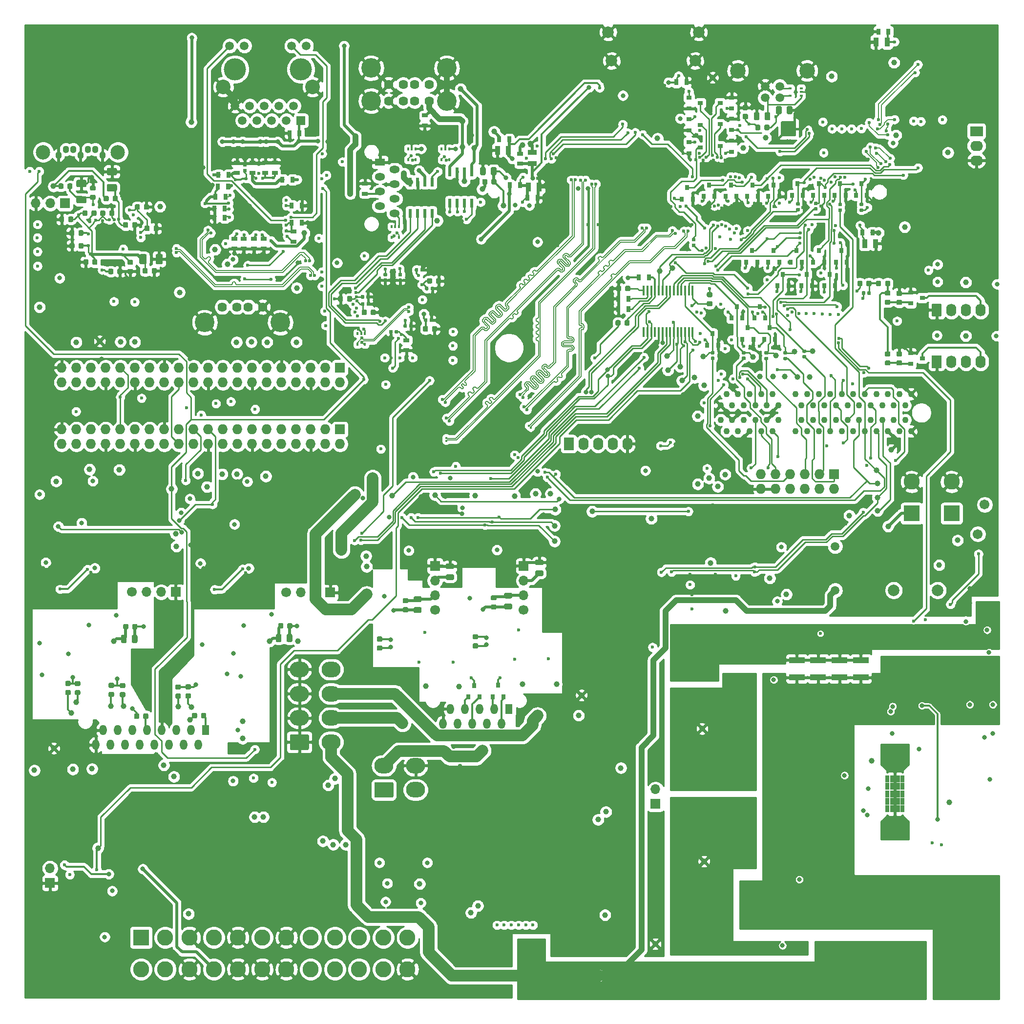
<source format=gbr>
G04 #@! TF.GenerationSoftware,KiCad,Pcbnew,5.1.5+dfsg1-2build2*
G04 #@! TF.CreationDate,2021-02-17T11:04:06+00:00*
G04 #@! TF.ProjectId,HILTOP_Motherboard,48494c54-4f50-45f4-9d6f-74686572626f,Rev C*
G04 #@! TF.SameCoordinates,Original*
G04 #@! TF.FileFunction,Copper,L6,Bot*
G04 #@! TF.FilePolarity,Positive*
%FSLAX46Y46*%
G04 Gerber Fmt 4.6, Leading zero omitted, Abs format (unit mm)*
G04 Created by KiCad (PCBNEW 5.1.5+dfsg1-2build2) date 2021-02-17 11:04:06*
%MOMM*%
%LPD*%
G04 APERTURE LIST*
%ADD10C,8.600000*%
%ADD11R,0.450000X1.750000*%
%ADD12R,2.800000X2.800000*%
%ADD13C,2.800000*%
%ADD14R,1.700000X1.700000*%
%ADD15O,1.700000X1.700000*%
%ADD16R,1.000000X0.670000*%
%ADD17R,0.670000X1.000000*%
%ADD18R,0.970000X1.500000*%
%ADD19R,2.700000X1.070000*%
%ADD20R,1.500000X0.970000*%
%ADD21C,1.620000*%
%ADD22C,3.400000*%
%ADD23R,1.800000X1.300000*%
%ADD24O,1.800000X1.300000*%
%ADD25R,1.300000X1.800000*%
%ADD26O,1.300000X1.800000*%
%ADD27R,2.200000X1.740000*%
%ADD28O,2.200000X1.740000*%
%ADD29C,1.520000*%
%ADD30C,3.850000*%
%ADD31C,2.540000*%
%ADD32R,1.520000X1.520000*%
%ADD33C,2.000000*%
%ADD34R,1.740000X2.200000*%
%ADD35O,1.740000X2.200000*%
%ADD36C,2.700000*%
%ADD37R,0.900000X0.800000*%
%ADD38R,0.600000X1.550000*%
%ADD39R,0.400000X0.500000*%
%ADD40R,0.800000X1.300000*%
%ADD41C,1.700000*%
%ADD42C,2.500000*%
%ADD43O,1.100000X1.300000*%
%ADD44R,0.800000X0.900000*%
%ADD45C,0.100000*%
%ADD46O,3.300000X2.700000*%
%ADD47C,1.100000*%
%ADD48C,1.000000*%
%ADD49R,0.500000X0.400000*%
%ADD50C,1.710000*%
%ADD51C,0.500000*%
%ADD52R,1.727200X1.727200*%
%ADD53O,1.727200X1.727200*%
%ADD54C,0.800000*%
%ADD55C,0.600000*%
%ADD56C,0.700000*%
%ADD57C,0.400000*%
%ADD58C,0.500000*%
%ADD59C,0.360000*%
%ADD60C,0.250000*%
%ADD61C,2.000000*%
%ADD62C,0.400000*%
%ADD63C,1.000000*%
%ADD64C,0.150000*%
%ADD65C,0.200000*%
%ADD66C,0.254000*%
G04 APERTURE END LIST*
D10*
X56350000Y-60160000D03*
X72000000Y-56000000D03*
X214000000Y-56000000D03*
X213830000Y-83020000D03*
X213830000Y-215100000D03*
X56350000Y-215100000D03*
D11*
X166425000Y-103900000D03*
X165775000Y-103900000D03*
X165125000Y-103900000D03*
X164475000Y-103900000D03*
X163825000Y-103900000D03*
X163175000Y-103900000D03*
X162525000Y-103900000D03*
X161875000Y-103900000D03*
X161225000Y-103900000D03*
X160575000Y-103900000D03*
X159925000Y-103900000D03*
X159275000Y-103900000D03*
X158625000Y-103900000D03*
X157975000Y-103900000D03*
X157975000Y-96700000D03*
X158625000Y-96700000D03*
X159275000Y-96700000D03*
X159925000Y-96700000D03*
X160575000Y-96700000D03*
X161225000Y-96700000D03*
X161875000Y-96700000D03*
X162525000Y-96700000D03*
X163175000Y-96700000D03*
X163825000Y-96700000D03*
X164475000Y-96700000D03*
X165125000Y-96700000D03*
X165775000Y-96700000D03*
X166425000Y-96700000D03*
D12*
X70800000Y-208900000D03*
D13*
X75000000Y-208900000D03*
X79200000Y-208900000D03*
X83400000Y-208900000D03*
X87600000Y-208900000D03*
X91800000Y-208900000D03*
X96000000Y-208900000D03*
X100200000Y-208900000D03*
X104400000Y-208900000D03*
X108600000Y-208900000D03*
X112800000Y-208900000D03*
X117000000Y-208900000D03*
X70800000Y-214400000D03*
X75000000Y-214400000D03*
X79200000Y-214400000D03*
X83400000Y-214400000D03*
X87600000Y-214400000D03*
X91800000Y-214400000D03*
X96000000Y-214400000D03*
X100200000Y-214400000D03*
X104400000Y-214400000D03*
X108600000Y-214400000D03*
X112800000Y-214400000D03*
X117000000Y-214400000D03*
D12*
X204400000Y-135375000D03*
D13*
X204400000Y-129875000D03*
D12*
X211325000Y-135375000D03*
D13*
X211325000Y-129875000D03*
D14*
X55000000Y-199450000D03*
D15*
X55000000Y-196910000D03*
D14*
X160000000Y-185750000D03*
D15*
X160000000Y-183210000D03*
D16*
X109620000Y-79935000D03*
X109620000Y-78185000D03*
X120000000Y-66375000D03*
X120000000Y-68125000D03*
X116825000Y-105325000D03*
X116825000Y-107075000D03*
D17*
X198645000Y-51824000D03*
X200395000Y-51824000D03*
D18*
X198235000Y-53664000D03*
X200145000Y-53664000D03*
D19*
X195600000Y-163805000D03*
X195600000Y-160795000D03*
D17*
X96925000Y-82000000D03*
X98675000Y-82000000D03*
X85275000Y-84100000D03*
X83525000Y-84100000D03*
X96925000Y-85000000D03*
X98675000Y-85000000D03*
D16*
X92100000Y-87725000D03*
X92100000Y-89475000D03*
X90400000Y-87725000D03*
X90400000Y-89475000D03*
D17*
X85275000Y-82500000D03*
X83525000Y-82500000D03*
X165355000Y-60610000D03*
X163605000Y-60610000D03*
X137805000Y-80640000D03*
X139555000Y-80640000D03*
D18*
X137945000Y-78760000D03*
X139855000Y-78760000D03*
X196283659Y-88585842D03*
X198193659Y-88585842D03*
D20*
X138600000Y-74705000D03*
X138600000Y-72795000D03*
D18*
X134525000Y-72425000D03*
X132615000Y-72425000D03*
D16*
X92350000Y-76325000D03*
X92350000Y-74575000D03*
X94000000Y-76325000D03*
X94000000Y-74575000D03*
X87450000Y-76325000D03*
X87450000Y-74575000D03*
X88600000Y-87725000D03*
X88600000Y-89475000D03*
X90100000Y-76325000D03*
X90100000Y-74575000D03*
X87000000Y-87725000D03*
X87000000Y-89475000D03*
D17*
X98275000Y-69450000D03*
X96525000Y-69450000D03*
D19*
X191900000Y-163805000D03*
X191900000Y-160795000D03*
X184500000Y-163805000D03*
X184500000Y-160795000D03*
X188200000Y-163805000D03*
X188200000Y-160795000D03*
D17*
X84225000Y-76700000D03*
X85975000Y-76700000D03*
D16*
X97200000Y-86500000D03*
X97200000Y-88250000D03*
D17*
X95325000Y-77500000D03*
X97075000Y-77500000D03*
X134775000Y-78425000D03*
X136525000Y-78425000D03*
D21*
X113750000Y-63850000D03*
X116250000Y-63850000D03*
X118250000Y-63850000D03*
X120750000Y-63850000D03*
D22*
X110700000Y-58150000D03*
X110700000Y-63850000D03*
D21*
X120750000Y-61000000D03*
X118250000Y-61000000D03*
X116250000Y-61000000D03*
D22*
X123800000Y-63850000D03*
D21*
X113750000Y-61000000D03*
D22*
X123800000Y-58150000D03*
D23*
X112225000Y-74475000D03*
D24*
X112225000Y-77015000D03*
X112225000Y-79555000D03*
X112225000Y-82095000D03*
X114765000Y-75745000D03*
X114765000Y-78285000D03*
X114765000Y-80825000D03*
X114765000Y-83365000D03*
D25*
X134610000Y-169280000D03*
D26*
X132070000Y-169280000D03*
X129530000Y-169280000D03*
X126990000Y-169280000D03*
X124450000Y-169280000D03*
X133340000Y-171820000D03*
X130800000Y-171820000D03*
X128260000Y-171820000D03*
X125720000Y-171820000D03*
X123180000Y-171820000D03*
D25*
X81992198Y-172950000D03*
D26*
X79452198Y-172950000D03*
X76912198Y-172950000D03*
X74372198Y-172950000D03*
X71832198Y-172950000D03*
X69292198Y-172950000D03*
X66752198Y-172950000D03*
X64212198Y-172950000D03*
X80722198Y-175490000D03*
X78182198Y-175490000D03*
X75642198Y-175490000D03*
X73102198Y-175490000D03*
X70562198Y-175490000D03*
X68022198Y-175490000D03*
X65482198Y-175490000D03*
X62942198Y-175490000D03*
D27*
X215646000Y-69088000D03*
D28*
X215646000Y-71628000D03*
X215646000Y-74168000D03*
D29*
X87100000Y-64710000D03*
X88370000Y-67250000D03*
D30*
X87090000Y-58360000D03*
X98530000Y-58360000D03*
D29*
X89640000Y-64710000D03*
X90910000Y-67250000D03*
X92180000Y-64710000D03*
X93450000Y-67250000D03*
X94720000Y-64710000D03*
X95990000Y-67250000D03*
X97260000Y-64710000D03*
D31*
X85060000Y-61410000D03*
X100560000Y-61410000D03*
D29*
X96900000Y-54300000D03*
X88720000Y-54300000D03*
X99440000Y-54300000D03*
X86180000Y-54300000D03*
D32*
X98530000Y-67250000D03*
D33*
X167480000Y-51940000D03*
X151780000Y-51940000D03*
X166880000Y-56890000D03*
X152380000Y-56890000D03*
D34*
X144950000Y-123300000D03*
D35*
X147490000Y-123300000D03*
X150030000Y-123300000D03*
X152570000Y-123300000D03*
X155110000Y-123300000D03*
D29*
X181540000Y-63300000D03*
X179000000Y-63300000D03*
X179000000Y-61300000D03*
X181540000Y-61300000D03*
D36*
X186270000Y-58600000D03*
X174270000Y-58600000D03*
D34*
X208750000Y-109050000D03*
D35*
X211290000Y-109050000D03*
X213830000Y-109050000D03*
X216370000Y-109050000D03*
D37*
X204250000Y-98950000D03*
X204250000Y-97050000D03*
X206250000Y-98000000D03*
D17*
X155295000Y-98150000D03*
X153545000Y-98150000D03*
X155300000Y-99925000D03*
X153550000Y-99925000D03*
X85875000Y-78700000D03*
X84125000Y-78700000D03*
X197613659Y-86685842D03*
X195863659Y-86685842D03*
X132915000Y-70490000D03*
X134665000Y-70490000D03*
D16*
X136540000Y-73000000D03*
X136540000Y-74750000D03*
D17*
X85425000Y-80450000D03*
X83675000Y-80450000D03*
D29*
X191140000Y-148700000D03*
D33*
X201300000Y-148700000D03*
X208920000Y-148700000D03*
D29*
X191140000Y-141080000D03*
D38*
X128130000Y-81550000D03*
X126860000Y-81550000D03*
X125590000Y-81550000D03*
X124320000Y-81550000D03*
X124320000Y-76150000D03*
X125590000Y-76150000D03*
X126860000Y-76150000D03*
X128130000Y-76150000D03*
X121280000Y-83325000D03*
X120010000Y-83325000D03*
X118740000Y-83325000D03*
X117470000Y-83325000D03*
X117470000Y-77925000D03*
X118740000Y-77925000D03*
X120010000Y-77925000D03*
X121280000Y-77925000D03*
D39*
X122925000Y-72150000D03*
X123575000Y-72150000D03*
X124225000Y-72150000D03*
X124225000Y-74050000D03*
X122925000Y-74050000D03*
X117100000Y-72140000D03*
X117750000Y-72140000D03*
X118400000Y-72140000D03*
X118400000Y-74040000D03*
X117100000Y-74040000D03*
D40*
X200200000Y-186600000D03*
D23*
X201500000Y-181400000D03*
X201500000Y-182700000D03*
X201500000Y-186600000D03*
X201500000Y-185300000D03*
X201500000Y-184000000D03*
D40*
X202800000Y-186600000D03*
X202800000Y-185300000D03*
X202800000Y-184000000D03*
X202800000Y-182700000D03*
X202800000Y-181400000D03*
X200200000Y-181400000D03*
X200200000Y-182700000D03*
X200200000Y-184000000D03*
X200200000Y-185300000D03*
D41*
X96000000Y-149075000D03*
D15*
X98540000Y-149075000D03*
X101080000Y-149075000D03*
D14*
X103620000Y-149075000D03*
D39*
X114230000Y-87530000D03*
X115530000Y-87530000D03*
X115530000Y-85630000D03*
X114880000Y-85630000D03*
X114230000Y-85630000D03*
D41*
X69200000Y-149000000D03*
D15*
X71740000Y-149000000D03*
X74280000Y-149000000D03*
D14*
X76820000Y-149000000D03*
D41*
X137150000Y-152100000D03*
D15*
X137150000Y-149560000D03*
X137150000Y-147020000D03*
D14*
X137150000Y-144480000D03*
D41*
X121750000Y-152075000D03*
D15*
X121750000Y-149535000D03*
X121750000Y-146995000D03*
D14*
X121750000Y-144455000D03*
D17*
X157125000Y-94425000D03*
X158875000Y-94425000D03*
D42*
X66790000Y-72740000D03*
D43*
X62850000Y-72240000D03*
D42*
X53830000Y-72740000D03*
D43*
X61580000Y-72240000D03*
X59040000Y-72240000D03*
X57770000Y-72240000D03*
X56500000Y-73240000D03*
X60310000Y-73240000D03*
X64120000Y-73240000D03*
D44*
X196650000Y-80200000D03*
X194750000Y-80200000D03*
X195700000Y-78200000D03*
X192000000Y-78200000D03*
X191050000Y-80200000D03*
X192950000Y-80200000D03*
X189250000Y-80200000D03*
X187350000Y-80200000D03*
X188300000Y-78200000D03*
X184600000Y-78200000D03*
X183650000Y-80200000D03*
X185550000Y-80200000D03*
X193200000Y-91800000D03*
X191300000Y-91800000D03*
X192250000Y-89800000D03*
X188300000Y-89800000D03*
X187350000Y-91800000D03*
X189250000Y-91800000D03*
X185350000Y-91800000D03*
X183450000Y-91800000D03*
X184400000Y-89800000D03*
X180500000Y-89800000D03*
X179550000Y-91800000D03*
X181450000Y-91800000D03*
X177650000Y-91800000D03*
X175750000Y-91800000D03*
X176700000Y-89800000D03*
X191150000Y-95900000D03*
X189250000Y-95900000D03*
X190200000Y-93900000D03*
X186200000Y-93900000D03*
X185250000Y-95900000D03*
X187150000Y-95900000D03*
X183050000Y-95900000D03*
X181150000Y-95900000D03*
X182100000Y-93900000D03*
X180500000Y-78400000D03*
X179550000Y-80400000D03*
X181450000Y-80400000D03*
X177750000Y-80400000D03*
X175850000Y-80400000D03*
X176800000Y-78400000D03*
X173100000Y-78400000D03*
X172150000Y-80400000D03*
X174050000Y-80400000D03*
X170250000Y-80400000D03*
X168350000Y-80400000D03*
X169300000Y-78400000D03*
X165500000Y-78900000D03*
X164550000Y-80900000D03*
X166450000Y-80900000D03*
D37*
X171200000Y-71700000D03*
X173200000Y-72650000D03*
X173200000Y-70750000D03*
X171200000Y-67900000D03*
X173200000Y-68850000D03*
X173200000Y-66950000D03*
X173200000Y-63250000D03*
X173200000Y-65150000D03*
X171200000Y-64200000D03*
X167800000Y-64200000D03*
X165800000Y-63250000D03*
X165800000Y-65150000D03*
X165800000Y-68950000D03*
X165800000Y-67050000D03*
X167800000Y-68000000D03*
X167800000Y-71950000D03*
X165800000Y-71000000D03*
X165800000Y-72900000D03*
G04 #@! TA.AperFunction,ComponentPad*
D45*
G36*
X99674503Y-173676204D02*
G01*
X99698772Y-173679804D01*
X99722570Y-173685765D01*
X99745670Y-173694030D01*
X99767849Y-173704520D01*
X99788892Y-173717133D01*
X99808598Y-173731748D01*
X99826776Y-173748224D01*
X99843252Y-173766402D01*
X99857867Y-173786108D01*
X99870480Y-173807151D01*
X99880970Y-173829330D01*
X99889235Y-173852430D01*
X99895196Y-173876228D01*
X99898796Y-173900497D01*
X99900000Y-173925001D01*
X99900000Y-176124999D01*
X99898796Y-176149503D01*
X99895196Y-176173772D01*
X99889235Y-176197570D01*
X99880970Y-176220670D01*
X99870480Y-176242849D01*
X99857867Y-176263892D01*
X99843252Y-176283598D01*
X99826776Y-176301776D01*
X99808598Y-176318252D01*
X99788892Y-176332867D01*
X99767849Y-176345480D01*
X99745670Y-176355970D01*
X99722570Y-176364235D01*
X99698772Y-176370196D01*
X99674503Y-176373796D01*
X99649999Y-176375000D01*
X96850001Y-176375000D01*
X96825497Y-176373796D01*
X96801228Y-176370196D01*
X96777430Y-176364235D01*
X96754330Y-176355970D01*
X96732151Y-176345480D01*
X96711108Y-176332867D01*
X96691402Y-176318252D01*
X96673224Y-176301776D01*
X96656748Y-176283598D01*
X96642133Y-176263892D01*
X96629520Y-176242849D01*
X96619030Y-176220670D01*
X96610765Y-176197570D01*
X96604804Y-176173772D01*
X96601204Y-176149503D01*
X96600000Y-176124999D01*
X96600000Y-173925001D01*
X96601204Y-173900497D01*
X96604804Y-173876228D01*
X96610765Y-173852430D01*
X96619030Y-173829330D01*
X96629520Y-173807151D01*
X96642133Y-173786108D01*
X96656748Y-173766402D01*
X96673224Y-173748224D01*
X96691402Y-173731748D01*
X96711108Y-173717133D01*
X96732151Y-173704520D01*
X96754330Y-173694030D01*
X96777430Y-173685765D01*
X96801228Y-173679804D01*
X96825497Y-173676204D01*
X96850001Y-173675000D01*
X99649999Y-173675000D01*
X99674503Y-173676204D01*
G37*
G04 #@! TD.AperFunction*
D46*
X98250000Y-170825000D03*
X98250000Y-166625000D03*
X98250000Y-162425000D03*
X103750000Y-175025000D03*
X103750000Y-170825000D03*
X103750000Y-166625000D03*
X103750000Y-162425000D03*
G04 #@! TA.AperFunction,ComponentPad*
D45*
G36*
X114324503Y-181951204D02*
G01*
X114348772Y-181954804D01*
X114372570Y-181960765D01*
X114395670Y-181969030D01*
X114417849Y-181979520D01*
X114438892Y-181992133D01*
X114458598Y-182006748D01*
X114476776Y-182023224D01*
X114493252Y-182041402D01*
X114507867Y-182061108D01*
X114520480Y-182082151D01*
X114530970Y-182104330D01*
X114539235Y-182127430D01*
X114545196Y-182151228D01*
X114548796Y-182175497D01*
X114550000Y-182200001D01*
X114550000Y-184399999D01*
X114548796Y-184424503D01*
X114545196Y-184448772D01*
X114539235Y-184472570D01*
X114530970Y-184495670D01*
X114520480Y-184517849D01*
X114507867Y-184538892D01*
X114493252Y-184558598D01*
X114476776Y-184576776D01*
X114458598Y-184593252D01*
X114438892Y-184607867D01*
X114417849Y-184620480D01*
X114395670Y-184630970D01*
X114372570Y-184639235D01*
X114348772Y-184645196D01*
X114324503Y-184648796D01*
X114299999Y-184650000D01*
X111500001Y-184650000D01*
X111475497Y-184648796D01*
X111451228Y-184645196D01*
X111427430Y-184639235D01*
X111404330Y-184630970D01*
X111382151Y-184620480D01*
X111361108Y-184607867D01*
X111341402Y-184593252D01*
X111323224Y-184576776D01*
X111306748Y-184558598D01*
X111292133Y-184538892D01*
X111279520Y-184517849D01*
X111269030Y-184495670D01*
X111260765Y-184472570D01*
X111254804Y-184448772D01*
X111251204Y-184424503D01*
X111250000Y-184399999D01*
X111250000Y-182200001D01*
X111251204Y-182175497D01*
X111254804Y-182151228D01*
X111260765Y-182127430D01*
X111269030Y-182104330D01*
X111279520Y-182082151D01*
X111292133Y-182061108D01*
X111306748Y-182041402D01*
X111323224Y-182023224D01*
X111341402Y-182006748D01*
X111361108Y-181992133D01*
X111382151Y-181979520D01*
X111404330Y-181969030D01*
X111427430Y-181960765D01*
X111451228Y-181954804D01*
X111475497Y-181951204D01*
X111500001Y-181950000D01*
X114299999Y-181950000D01*
X114324503Y-181951204D01*
G37*
G04 #@! TD.AperFunction*
D46*
X112900000Y-179100000D03*
X118400000Y-183300000D03*
X118400000Y-179100000D03*
G04 #@! TA.AperFunction,ComponentPad*
D45*
G36*
X209394505Y-99001204D02*
G01*
X209418773Y-99004804D01*
X209442572Y-99010765D01*
X209465671Y-99019030D01*
X209487850Y-99029520D01*
X209508893Y-99042132D01*
X209528599Y-99056747D01*
X209546777Y-99073223D01*
X209563253Y-99091401D01*
X209577868Y-99111107D01*
X209590480Y-99132150D01*
X209600970Y-99154329D01*
X209609235Y-99177428D01*
X209615196Y-99201227D01*
X209618796Y-99225495D01*
X209620000Y-99249999D01*
X209620000Y-100950001D01*
X209618796Y-100974505D01*
X209615196Y-100998773D01*
X209609235Y-101022572D01*
X209600970Y-101045671D01*
X209590480Y-101067850D01*
X209577868Y-101088893D01*
X209563253Y-101108599D01*
X209546777Y-101126777D01*
X209528599Y-101143253D01*
X209508893Y-101157868D01*
X209487850Y-101170480D01*
X209465671Y-101180970D01*
X209442572Y-101189235D01*
X209418773Y-101195196D01*
X209394505Y-101198796D01*
X209370001Y-101200000D01*
X208129999Y-101200000D01*
X208105495Y-101198796D01*
X208081227Y-101195196D01*
X208057428Y-101189235D01*
X208034329Y-101180970D01*
X208012150Y-101170480D01*
X207991107Y-101157868D01*
X207971401Y-101143253D01*
X207953223Y-101126777D01*
X207936747Y-101108599D01*
X207922132Y-101088893D01*
X207909520Y-101067850D01*
X207899030Y-101045671D01*
X207890765Y-101022572D01*
X207884804Y-100998773D01*
X207881204Y-100974505D01*
X207880000Y-100950001D01*
X207880000Y-99249999D01*
X207881204Y-99225495D01*
X207884804Y-99201227D01*
X207890765Y-99177428D01*
X207899030Y-99154329D01*
X207909520Y-99132150D01*
X207922132Y-99111107D01*
X207936747Y-99091401D01*
X207953223Y-99073223D01*
X207971401Y-99056747D01*
X207991107Y-99042132D01*
X208012150Y-99029520D01*
X208034329Y-99019030D01*
X208057428Y-99010765D01*
X208081227Y-99004804D01*
X208105495Y-99001204D01*
X208129999Y-99000000D01*
X209370001Y-99000000D01*
X209394505Y-99001204D01*
G37*
G04 #@! TD.AperFunction*
D35*
X211290000Y-100100000D03*
X213830000Y-100100000D03*
X216370000Y-100100000D03*
D47*
X171300000Y-116660000D03*
X172300000Y-114660000D03*
X171300000Y-119140000D03*
X172300000Y-121140000D03*
X173300000Y-116660000D03*
X174300000Y-114660000D03*
X173300000Y-119140000D03*
X174300000Y-121140000D03*
X175300000Y-116660000D03*
X176300000Y-114660000D03*
X175300000Y-119140000D03*
X176300000Y-121140000D03*
X177300000Y-116660000D03*
X178300000Y-114660000D03*
X177300000Y-119140000D03*
X178300000Y-121140000D03*
X179300000Y-116660000D03*
X180300000Y-114660000D03*
X179300000Y-119140000D03*
X180300000Y-121140000D03*
X181300000Y-116660000D03*
X181300000Y-119140000D03*
X184300000Y-114660000D03*
X184300000Y-121140000D03*
X185300000Y-116660000D03*
X186300000Y-114660000D03*
X185300000Y-119140000D03*
X186300000Y-121140000D03*
X187300000Y-116660000D03*
X188300000Y-114660000D03*
X187300000Y-119140000D03*
X188300000Y-121140000D03*
X189300000Y-116660000D03*
X190300000Y-114660000D03*
X189300000Y-119140000D03*
X190300000Y-121140000D03*
X191300000Y-116660000D03*
X192300000Y-114660000D03*
X191300000Y-119140000D03*
X192300000Y-121140000D03*
X193300000Y-116660000D03*
X193300000Y-119140000D03*
X194300000Y-114660000D03*
X194300000Y-121140000D03*
X195300000Y-116660000D03*
X196300000Y-114660000D03*
X195300000Y-119140000D03*
X196300000Y-121140000D03*
X197300000Y-116660000D03*
X198300000Y-114660000D03*
X197300000Y-119140000D03*
X198300000Y-121140000D03*
X199300000Y-116660000D03*
X200300000Y-114660000D03*
X199300000Y-119140000D03*
X200300000Y-121140000D03*
X201300000Y-116660000D03*
X202300000Y-114660000D03*
X201300000Y-119140000D03*
X202300000Y-121140000D03*
X203300000Y-116660000D03*
X203300000Y-119140000D03*
X204300000Y-114660000D03*
X204300000Y-121140000D03*
D14*
X57610000Y-81590000D03*
D15*
X55070000Y-81590000D03*
X52530000Y-81590000D03*
D37*
X204250000Y-109450000D03*
X204250000Y-107550000D03*
X206250000Y-108500000D03*
G04 #@! TA.AperFunction,SMDPad,CuDef*
D45*
G36*
X179547691Y-67976053D02*
G01*
X179568926Y-67979203D01*
X179589750Y-67984419D01*
X179609962Y-67991651D01*
X179629368Y-68000830D01*
X179647781Y-68011866D01*
X179665024Y-68024654D01*
X179680930Y-68039070D01*
X179695346Y-68054976D01*
X179708134Y-68072219D01*
X179719170Y-68090632D01*
X179728349Y-68110038D01*
X179735581Y-68130250D01*
X179740797Y-68151074D01*
X179743947Y-68172309D01*
X179745000Y-68193750D01*
X179745000Y-68706250D01*
X179743947Y-68727691D01*
X179740797Y-68748926D01*
X179735581Y-68769750D01*
X179728349Y-68789962D01*
X179719170Y-68809368D01*
X179708134Y-68827781D01*
X179695346Y-68845024D01*
X179680930Y-68860930D01*
X179665024Y-68875346D01*
X179647781Y-68888134D01*
X179629368Y-68899170D01*
X179609962Y-68908349D01*
X179589750Y-68915581D01*
X179568926Y-68920797D01*
X179547691Y-68923947D01*
X179526250Y-68925000D01*
X179088750Y-68925000D01*
X179067309Y-68923947D01*
X179046074Y-68920797D01*
X179025250Y-68915581D01*
X179005038Y-68908349D01*
X178985632Y-68899170D01*
X178967219Y-68888134D01*
X178949976Y-68875346D01*
X178934070Y-68860930D01*
X178919654Y-68845024D01*
X178906866Y-68827781D01*
X178895830Y-68809368D01*
X178886651Y-68789962D01*
X178879419Y-68769750D01*
X178874203Y-68748926D01*
X178871053Y-68727691D01*
X178870000Y-68706250D01*
X178870000Y-68193750D01*
X178871053Y-68172309D01*
X178874203Y-68151074D01*
X178879419Y-68130250D01*
X178886651Y-68110038D01*
X178895830Y-68090632D01*
X178906866Y-68072219D01*
X178919654Y-68054976D01*
X178934070Y-68039070D01*
X178949976Y-68024654D01*
X178967219Y-68011866D01*
X178985632Y-68000830D01*
X179005038Y-67991651D01*
X179025250Y-67984419D01*
X179046074Y-67979203D01*
X179067309Y-67976053D01*
X179088750Y-67975000D01*
X179526250Y-67975000D01*
X179547691Y-67976053D01*
G37*
G04 #@! TD.AperFunction*
G04 #@! TA.AperFunction,SMDPad,CuDef*
G36*
X177972691Y-67976053D02*
G01*
X177993926Y-67979203D01*
X178014750Y-67984419D01*
X178034962Y-67991651D01*
X178054368Y-68000830D01*
X178072781Y-68011866D01*
X178090024Y-68024654D01*
X178105930Y-68039070D01*
X178120346Y-68054976D01*
X178133134Y-68072219D01*
X178144170Y-68090632D01*
X178153349Y-68110038D01*
X178160581Y-68130250D01*
X178165797Y-68151074D01*
X178168947Y-68172309D01*
X178170000Y-68193750D01*
X178170000Y-68706250D01*
X178168947Y-68727691D01*
X178165797Y-68748926D01*
X178160581Y-68769750D01*
X178153349Y-68789962D01*
X178144170Y-68809368D01*
X178133134Y-68827781D01*
X178120346Y-68845024D01*
X178105930Y-68860930D01*
X178090024Y-68875346D01*
X178072781Y-68888134D01*
X178054368Y-68899170D01*
X178034962Y-68908349D01*
X178014750Y-68915581D01*
X177993926Y-68920797D01*
X177972691Y-68923947D01*
X177951250Y-68925000D01*
X177513750Y-68925000D01*
X177492309Y-68923947D01*
X177471074Y-68920797D01*
X177450250Y-68915581D01*
X177430038Y-68908349D01*
X177410632Y-68899170D01*
X177392219Y-68888134D01*
X177374976Y-68875346D01*
X177359070Y-68860930D01*
X177344654Y-68845024D01*
X177331866Y-68827781D01*
X177320830Y-68809368D01*
X177311651Y-68789962D01*
X177304419Y-68769750D01*
X177299203Y-68748926D01*
X177296053Y-68727691D01*
X177295000Y-68706250D01*
X177295000Y-68193750D01*
X177296053Y-68172309D01*
X177299203Y-68151074D01*
X177304419Y-68130250D01*
X177311651Y-68110038D01*
X177320830Y-68090632D01*
X177331866Y-68072219D01*
X177344654Y-68054976D01*
X177359070Y-68039070D01*
X177374976Y-68024654D01*
X177392219Y-68011866D01*
X177410632Y-68000830D01*
X177430038Y-67991651D01*
X177450250Y-67984419D01*
X177471074Y-67979203D01*
X177492309Y-67976053D01*
X177513750Y-67975000D01*
X177951250Y-67975000D01*
X177972691Y-67976053D01*
G37*
G04 #@! TD.AperFunction*
G04 #@! TA.AperFunction,SMDPad,CuDef*
G36*
X200527691Y-98313553D02*
G01*
X200548926Y-98316703D01*
X200569750Y-98321919D01*
X200589962Y-98329151D01*
X200609368Y-98338330D01*
X200627781Y-98349366D01*
X200645024Y-98362154D01*
X200660930Y-98376570D01*
X200675346Y-98392476D01*
X200688134Y-98409719D01*
X200699170Y-98428132D01*
X200708349Y-98447538D01*
X200715581Y-98467750D01*
X200720797Y-98488574D01*
X200723947Y-98509809D01*
X200725000Y-98531250D01*
X200725000Y-98968750D01*
X200723947Y-98990191D01*
X200720797Y-99011426D01*
X200715581Y-99032250D01*
X200708349Y-99052462D01*
X200699170Y-99071868D01*
X200688134Y-99090281D01*
X200675346Y-99107524D01*
X200660930Y-99123430D01*
X200645024Y-99137846D01*
X200627781Y-99150634D01*
X200609368Y-99161670D01*
X200589962Y-99170849D01*
X200569750Y-99178081D01*
X200548926Y-99183297D01*
X200527691Y-99186447D01*
X200506250Y-99187500D01*
X199993750Y-99187500D01*
X199972309Y-99186447D01*
X199951074Y-99183297D01*
X199930250Y-99178081D01*
X199910038Y-99170849D01*
X199890632Y-99161670D01*
X199872219Y-99150634D01*
X199854976Y-99137846D01*
X199839070Y-99123430D01*
X199824654Y-99107524D01*
X199811866Y-99090281D01*
X199800830Y-99071868D01*
X199791651Y-99052462D01*
X199784419Y-99032250D01*
X199779203Y-99011426D01*
X199776053Y-98990191D01*
X199775000Y-98968750D01*
X199775000Y-98531250D01*
X199776053Y-98509809D01*
X199779203Y-98488574D01*
X199784419Y-98467750D01*
X199791651Y-98447538D01*
X199800830Y-98428132D01*
X199811866Y-98409719D01*
X199824654Y-98392476D01*
X199839070Y-98376570D01*
X199854976Y-98362154D01*
X199872219Y-98349366D01*
X199890632Y-98338330D01*
X199910038Y-98329151D01*
X199930250Y-98321919D01*
X199951074Y-98316703D01*
X199972309Y-98313553D01*
X199993750Y-98312500D01*
X200506250Y-98312500D01*
X200527691Y-98313553D01*
G37*
G04 #@! TD.AperFunction*
G04 #@! TA.AperFunction,SMDPad,CuDef*
G36*
X200527691Y-96738553D02*
G01*
X200548926Y-96741703D01*
X200569750Y-96746919D01*
X200589962Y-96754151D01*
X200609368Y-96763330D01*
X200627781Y-96774366D01*
X200645024Y-96787154D01*
X200660930Y-96801570D01*
X200675346Y-96817476D01*
X200688134Y-96834719D01*
X200699170Y-96853132D01*
X200708349Y-96872538D01*
X200715581Y-96892750D01*
X200720797Y-96913574D01*
X200723947Y-96934809D01*
X200725000Y-96956250D01*
X200725000Y-97393750D01*
X200723947Y-97415191D01*
X200720797Y-97436426D01*
X200715581Y-97457250D01*
X200708349Y-97477462D01*
X200699170Y-97496868D01*
X200688134Y-97515281D01*
X200675346Y-97532524D01*
X200660930Y-97548430D01*
X200645024Y-97562846D01*
X200627781Y-97575634D01*
X200609368Y-97586670D01*
X200589962Y-97595849D01*
X200569750Y-97603081D01*
X200548926Y-97608297D01*
X200527691Y-97611447D01*
X200506250Y-97612500D01*
X199993750Y-97612500D01*
X199972309Y-97611447D01*
X199951074Y-97608297D01*
X199930250Y-97603081D01*
X199910038Y-97595849D01*
X199890632Y-97586670D01*
X199872219Y-97575634D01*
X199854976Y-97562846D01*
X199839070Y-97548430D01*
X199824654Y-97532524D01*
X199811866Y-97515281D01*
X199800830Y-97496868D01*
X199791651Y-97477462D01*
X199784419Y-97457250D01*
X199779203Y-97436426D01*
X199776053Y-97415191D01*
X199775000Y-97393750D01*
X199775000Y-96956250D01*
X199776053Y-96934809D01*
X199779203Y-96913574D01*
X199784419Y-96892750D01*
X199791651Y-96872538D01*
X199800830Y-96853132D01*
X199811866Y-96834719D01*
X199824654Y-96817476D01*
X199839070Y-96801570D01*
X199854976Y-96787154D01*
X199872219Y-96774366D01*
X199890632Y-96763330D01*
X199910038Y-96754151D01*
X199930250Y-96746919D01*
X199951074Y-96741703D01*
X199972309Y-96738553D01*
X199993750Y-96737500D01*
X200506250Y-96737500D01*
X200527691Y-96738553D01*
G37*
G04 #@! TD.AperFunction*
G04 #@! TA.AperFunction,SMDPad,CuDef*
G36*
X200527691Y-108851053D02*
G01*
X200548926Y-108854203D01*
X200569750Y-108859419D01*
X200589962Y-108866651D01*
X200609368Y-108875830D01*
X200627781Y-108886866D01*
X200645024Y-108899654D01*
X200660930Y-108914070D01*
X200675346Y-108929976D01*
X200688134Y-108947219D01*
X200699170Y-108965632D01*
X200708349Y-108985038D01*
X200715581Y-109005250D01*
X200720797Y-109026074D01*
X200723947Y-109047309D01*
X200725000Y-109068750D01*
X200725000Y-109506250D01*
X200723947Y-109527691D01*
X200720797Y-109548926D01*
X200715581Y-109569750D01*
X200708349Y-109589962D01*
X200699170Y-109609368D01*
X200688134Y-109627781D01*
X200675346Y-109645024D01*
X200660930Y-109660930D01*
X200645024Y-109675346D01*
X200627781Y-109688134D01*
X200609368Y-109699170D01*
X200589962Y-109708349D01*
X200569750Y-109715581D01*
X200548926Y-109720797D01*
X200527691Y-109723947D01*
X200506250Y-109725000D01*
X199993750Y-109725000D01*
X199972309Y-109723947D01*
X199951074Y-109720797D01*
X199930250Y-109715581D01*
X199910038Y-109708349D01*
X199890632Y-109699170D01*
X199872219Y-109688134D01*
X199854976Y-109675346D01*
X199839070Y-109660930D01*
X199824654Y-109645024D01*
X199811866Y-109627781D01*
X199800830Y-109609368D01*
X199791651Y-109589962D01*
X199784419Y-109569750D01*
X199779203Y-109548926D01*
X199776053Y-109527691D01*
X199775000Y-109506250D01*
X199775000Y-109068750D01*
X199776053Y-109047309D01*
X199779203Y-109026074D01*
X199784419Y-109005250D01*
X199791651Y-108985038D01*
X199800830Y-108965632D01*
X199811866Y-108947219D01*
X199824654Y-108929976D01*
X199839070Y-108914070D01*
X199854976Y-108899654D01*
X199872219Y-108886866D01*
X199890632Y-108875830D01*
X199910038Y-108866651D01*
X199930250Y-108859419D01*
X199951074Y-108854203D01*
X199972309Y-108851053D01*
X199993750Y-108850000D01*
X200506250Y-108850000D01*
X200527691Y-108851053D01*
G37*
G04 #@! TD.AperFunction*
G04 #@! TA.AperFunction,SMDPad,CuDef*
G36*
X200527691Y-107276053D02*
G01*
X200548926Y-107279203D01*
X200569750Y-107284419D01*
X200589962Y-107291651D01*
X200609368Y-107300830D01*
X200627781Y-107311866D01*
X200645024Y-107324654D01*
X200660930Y-107339070D01*
X200675346Y-107354976D01*
X200688134Y-107372219D01*
X200699170Y-107390632D01*
X200708349Y-107410038D01*
X200715581Y-107430250D01*
X200720797Y-107451074D01*
X200723947Y-107472309D01*
X200725000Y-107493750D01*
X200725000Y-107931250D01*
X200723947Y-107952691D01*
X200720797Y-107973926D01*
X200715581Y-107994750D01*
X200708349Y-108014962D01*
X200699170Y-108034368D01*
X200688134Y-108052781D01*
X200675346Y-108070024D01*
X200660930Y-108085930D01*
X200645024Y-108100346D01*
X200627781Y-108113134D01*
X200609368Y-108124170D01*
X200589962Y-108133349D01*
X200569750Y-108140581D01*
X200548926Y-108145797D01*
X200527691Y-108148947D01*
X200506250Y-108150000D01*
X199993750Y-108150000D01*
X199972309Y-108148947D01*
X199951074Y-108145797D01*
X199930250Y-108140581D01*
X199910038Y-108133349D01*
X199890632Y-108124170D01*
X199872219Y-108113134D01*
X199854976Y-108100346D01*
X199839070Y-108085930D01*
X199824654Y-108070024D01*
X199811866Y-108052781D01*
X199800830Y-108034368D01*
X199791651Y-108014962D01*
X199784419Y-107994750D01*
X199779203Y-107973926D01*
X199776053Y-107952691D01*
X199775000Y-107931250D01*
X199775000Y-107493750D01*
X199776053Y-107472309D01*
X199779203Y-107451074D01*
X199784419Y-107430250D01*
X199791651Y-107410038D01*
X199800830Y-107390632D01*
X199811866Y-107372219D01*
X199824654Y-107354976D01*
X199839070Y-107339070D01*
X199854976Y-107324654D01*
X199872219Y-107311866D01*
X199890632Y-107300830D01*
X199910038Y-107291651D01*
X199930250Y-107284419D01*
X199951074Y-107279203D01*
X199972309Y-107276053D01*
X199993750Y-107275000D01*
X200506250Y-107275000D01*
X200527691Y-107276053D01*
G37*
G04 #@! TD.AperFunction*
G04 #@! TA.AperFunction,SMDPad,CuDef*
G36*
X202527691Y-96776053D02*
G01*
X202548926Y-96779203D01*
X202569750Y-96784419D01*
X202589962Y-96791651D01*
X202609368Y-96800830D01*
X202627781Y-96811866D01*
X202645024Y-96824654D01*
X202660930Y-96839070D01*
X202675346Y-96854976D01*
X202688134Y-96872219D01*
X202699170Y-96890632D01*
X202708349Y-96910038D01*
X202715581Y-96930250D01*
X202720797Y-96951074D01*
X202723947Y-96972309D01*
X202725000Y-96993750D01*
X202725000Y-97431250D01*
X202723947Y-97452691D01*
X202720797Y-97473926D01*
X202715581Y-97494750D01*
X202708349Y-97514962D01*
X202699170Y-97534368D01*
X202688134Y-97552781D01*
X202675346Y-97570024D01*
X202660930Y-97585930D01*
X202645024Y-97600346D01*
X202627781Y-97613134D01*
X202609368Y-97624170D01*
X202589962Y-97633349D01*
X202569750Y-97640581D01*
X202548926Y-97645797D01*
X202527691Y-97648947D01*
X202506250Y-97650000D01*
X201993750Y-97650000D01*
X201972309Y-97648947D01*
X201951074Y-97645797D01*
X201930250Y-97640581D01*
X201910038Y-97633349D01*
X201890632Y-97624170D01*
X201872219Y-97613134D01*
X201854976Y-97600346D01*
X201839070Y-97585930D01*
X201824654Y-97570024D01*
X201811866Y-97552781D01*
X201800830Y-97534368D01*
X201791651Y-97514962D01*
X201784419Y-97494750D01*
X201779203Y-97473926D01*
X201776053Y-97452691D01*
X201775000Y-97431250D01*
X201775000Y-96993750D01*
X201776053Y-96972309D01*
X201779203Y-96951074D01*
X201784419Y-96930250D01*
X201791651Y-96910038D01*
X201800830Y-96890632D01*
X201811866Y-96872219D01*
X201824654Y-96854976D01*
X201839070Y-96839070D01*
X201854976Y-96824654D01*
X201872219Y-96811866D01*
X201890632Y-96800830D01*
X201910038Y-96791651D01*
X201930250Y-96784419D01*
X201951074Y-96779203D01*
X201972309Y-96776053D01*
X201993750Y-96775000D01*
X202506250Y-96775000D01*
X202527691Y-96776053D01*
G37*
G04 #@! TD.AperFunction*
G04 #@! TA.AperFunction,SMDPad,CuDef*
G36*
X202527691Y-98351053D02*
G01*
X202548926Y-98354203D01*
X202569750Y-98359419D01*
X202589962Y-98366651D01*
X202609368Y-98375830D01*
X202627781Y-98386866D01*
X202645024Y-98399654D01*
X202660930Y-98414070D01*
X202675346Y-98429976D01*
X202688134Y-98447219D01*
X202699170Y-98465632D01*
X202708349Y-98485038D01*
X202715581Y-98505250D01*
X202720797Y-98526074D01*
X202723947Y-98547309D01*
X202725000Y-98568750D01*
X202725000Y-99006250D01*
X202723947Y-99027691D01*
X202720797Y-99048926D01*
X202715581Y-99069750D01*
X202708349Y-99089962D01*
X202699170Y-99109368D01*
X202688134Y-99127781D01*
X202675346Y-99145024D01*
X202660930Y-99160930D01*
X202645024Y-99175346D01*
X202627781Y-99188134D01*
X202609368Y-99199170D01*
X202589962Y-99208349D01*
X202569750Y-99215581D01*
X202548926Y-99220797D01*
X202527691Y-99223947D01*
X202506250Y-99225000D01*
X201993750Y-99225000D01*
X201972309Y-99223947D01*
X201951074Y-99220797D01*
X201930250Y-99215581D01*
X201910038Y-99208349D01*
X201890632Y-99199170D01*
X201872219Y-99188134D01*
X201854976Y-99175346D01*
X201839070Y-99160930D01*
X201824654Y-99145024D01*
X201811866Y-99127781D01*
X201800830Y-99109368D01*
X201791651Y-99089962D01*
X201784419Y-99069750D01*
X201779203Y-99048926D01*
X201776053Y-99027691D01*
X201775000Y-99006250D01*
X201775000Y-98568750D01*
X201776053Y-98547309D01*
X201779203Y-98526074D01*
X201784419Y-98505250D01*
X201791651Y-98485038D01*
X201800830Y-98465632D01*
X201811866Y-98447219D01*
X201824654Y-98429976D01*
X201839070Y-98414070D01*
X201854976Y-98399654D01*
X201872219Y-98386866D01*
X201890632Y-98375830D01*
X201910038Y-98366651D01*
X201930250Y-98359419D01*
X201951074Y-98354203D01*
X201972309Y-98351053D01*
X201993750Y-98350000D01*
X202506250Y-98350000D01*
X202527691Y-98351053D01*
G37*
G04 #@! TD.AperFunction*
G04 #@! TA.AperFunction,SMDPad,CuDef*
G36*
X202527691Y-107276053D02*
G01*
X202548926Y-107279203D01*
X202569750Y-107284419D01*
X202589962Y-107291651D01*
X202609368Y-107300830D01*
X202627781Y-107311866D01*
X202645024Y-107324654D01*
X202660930Y-107339070D01*
X202675346Y-107354976D01*
X202688134Y-107372219D01*
X202699170Y-107390632D01*
X202708349Y-107410038D01*
X202715581Y-107430250D01*
X202720797Y-107451074D01*
X202723947Y-107472309D01*
X202725000Y-107493750D01*
X202725000Y-107931250D01*
X202723947Y-107952691D01*
X202720797Y-107973926D01*
X202715581Y-107994750D01*
X202708349Y-108014962D01*
X202699170Y-108034368D01*
X202688134Y-108052781D01*
X202675346Y-108070024D01*
X202660930Y-108085930D01*
X202645024Y-108100346D01*
X202627781Y-108113134D01*
X202609368Y-108124170D01*
X202589962Y-108133349D01*
X202569750Y-108140581D01*
X202548926Y-108145797D01*
X202527691Y-108148947D01*
X202506250Y-108150000D01*
X201993750Y-108150000D01*
X201972309Y-108148947D01*
X201951074Y-108145797D01*
X201930250Y-108140581D01*
X201910038Y-108133349D01*
X201890632Y-108124170D01*
X201872219Y-108113134D01*
X201854976Y-108100346D01*
X201839070Y-108085930D01*
X201824654Y-108070024D01*
X201811866Y-108052781D01*
X201800830Y-108034368D01*
X201791651Y-108014962D01*
X201784419Y-107994750D01*
X201779203Y-107973926D01*
X201776053Y-107952691D01*
X201775000Y-107931250D01*
X201775000Y-107493750D01*
X201776053Y-107472309D01*
X201779203Y-107451074D01*
X201784419Y-107430250D01*
X201791651Y-107410038D01*
X201800830Y-107390632D01*
X201811866Y-107372219D01*
X201824654Y-107354976D01*
X201839070Y-107339070D01*
X201854976Y-107324654D01*
X201872219Y-107311866D01*
X201890632Y-107300830D01*
X201910038Y-107291651D01*
X201930250Y-107284419D01*
X201951074Y-107279203D01*
X201972309Y-107276053D01*
X201993750Y-107275000D01*
X202506250Y-107275000D01*
X202527691Y-107276053D01*
G37*
G04 #@! TD.AperFunction*
G04 #@! TA.AperFunction,SMDPad,CuDef*
G36*
X202527691Y-108851053D02*
G01*
X202548926Y-108854203D01*
X202569750Y-108859419D01*
X202589962Y-108866651D01*
X202609368Y-108875830D01*
X202627781Y-108886866D01*
X202645024Y-108899654D01*
X202660930Y-108914070D01*
X202675346Y-108929976D01*
X202688134Y-108947219D01*
X202699170Y-108965632D01*
X202708349Y-108985038D01*
X202715581Y-109005250D01*
X202720797Y-109026074D01*
X202723947Y-109047309D01*
X202725000Y-109068750D01*
X202725000Y-109506250D01*
X202723947Y-109527691D01*
X202720797Y-109548926D01*
X202715581Y-109569750D01*
X202708349Y-109589962D01*
X202699170Y-109609368D01*
X202688134Y-109627781D01*
X202675346Y-109645024D01*
X202660930Y-109660930D01*
X202645024Y-109675346D01*
X202627781Y-109688134D01*
X202609368Y-109699170D01*
X202589962Y-109708349D01*
X202569750Y-109715581D01*
X202548926Y-109720797D01*
X202527691Y-109723947D01*
X202506250Y-109725000D01*
X201993750Y-109725000D01*
X201972309Y-109723947D01*
X201951074Y-109720797D01*
X201930250Y-109715581D01*
X201910038Y-109708349D01*
X201890632Y-109699170D01*
X201872219Y-109688134D01*
X201854976Y-109675346D01*
X201839070Y-109660930D01*
X201824654Y-109645024D01*
X201811866Y-109627781D01*
X201800830Y-109609368D01*
X201791651Y-109589962D01*
X201784419Y-109569750D01*
X201779203Y-109548926D01*
X201776053Y-109527691D01*
X201775000Y-109506250D01*
X201775000Y-109068750D01*
X201776053Y-109047309D01*
X201779203Y-109026074D01*
X201784419Y-109005250D01*
X201791651Y-108985038D01*
X201800830Y-108965632D01*
X201811866Y-108947219D01*
X201824654Y-108929976D01*
X201839070Y-108914070D01*
X201854976Y-108899654D01*
X201872219Y-108886866D01*
X201890632Y-108875830D01*
X201910038Y-108866651D01*
X201930250Y-108859419D01*
X201951074Y-108854203D01*
X201972309Y-108851053D01*
X201993750Y-108850000D01*
X202506250Y-108850000D01*
X202527691Y-108851053D01*
G37*
G04 #@! TD.AperFunction*
D48*
X168100000Y-172700000D03*
X168400000Y-195700000D03*
X212375000Y-140025000D03*
X169540000Y-143940000D03*
X179800000Y-146600000D03*
X172200000Y-152300000D03*
X182700000Y-149400000D03*
X90500000Y-188000000D03*
X130000000Y-176500000D03*
X103250000Y-182500000D03*
X76500000Y-181000000D03*
X150250000Y-215500000D03*
X139540000Y-170430000D03*
X154000000Y-179500000D03*
X213800000Y-95300000D03*
X213800000Y-104600000D03*
D49*
X185250000Y-61650000D03*
X185250000Y-62300000D03*
X185250000Y-62950000D03*
X183350000Y-62950000D03*
X183350000Y-61650000D03*
G04 #@! TA.AperFunction,SMDPad,CuDef*
D45*
G36*
X80314889Y-169956053D02*
G01*
X80336124Y-169959203D01*
X80356948Y-169964419D01*
X80377160Y-169971651D01*
X80396566Y-169980830D01*
X80414979Y-169991866D01*
X80432222Y-170004654D01*
X80448128Y-170019070D01*
X80462544Y-170034976D01*
X80475332Y-170052219D01*
X80486368Y-170070632D01*
X80495547Y-170090038D01*
X80502779Y-170110250D01*
X80507995Y-170131074D01*
X80511145Y-170152309D01*
X80512198Y-170173750D01*
X80512198Y-170686250D01*
X80511145Y-170707691D01*
X80507995Y-170728926D01*
X80502779Y-170749750D01*
X80495547Y-170769962D01*
X80486368Y-170789368D01*
X80475332Y-170807781D01*
X80462544Y-170825024D01*
X80448128Y-170840930D01*
X80432222Y-170855346D01*
X80414979Y-170868134D01*
X80396566Y-170879170D01*
X80377160Y-170888349D01*
X80356948Y-170895581D01*
X80336124Y-170900797D01*
X80314889Y-170903947D01*
X80293448Y-170905000D01*
X79855948Y-170905000D01*
X79834507Y-170903947D01*
X79813272Y-170900797D01*
X79792448Y-170895581D01*
X79772236Y-170888349D01*
X79752830Y-170879170D01*
X79734417Y-170868134D01*
X79717174Y-170855346D01*
X79701268Y-170840930D01*
X79686852Y-170825024D01*
X79674064Y-170807781D01*
X79663028Y-170789368D01*
X79653849Y-170769962D01*
X79646617Y-170749750D01*
X79641401Y-170728926D01*
X79638251Y-170707691D01*
X79637198Y-170686250D01*
X79637198Y-170173750D01*
X79638251Y-170152309D01*
X79641401Y-170131074D01*
X79646617Y-170110250D01*
X79653849Y-170090038D01*
X79663028Y-170070632D01*
X79674064Y-170052219D01*
X79686852Y-170034976D01*
X79701268Y-170019070D01*
X79717174Y-170004654D01*
X79734417Y-169991866D01*
X79752830Y-169980830D01*
X79772236Y-169971651D01*
X79792448Y-169964419D01*
X79813272Y-169959203D01*
X79834507Y-169956053D01*
X79855948Y-169955000D01*
X80293448Y-169955000D01*
X80314889Y-169956053D01*
G37*
G04 #@! TD.AperFunction*
G04 #@! TA.AperFunction,SMDPad,CuDef*
G36*
X81889889Y-169956053D02*
G01*
X81911124Y-169959203D01*
X81931948Y-169964419D01*
X81952160Y-169971651D01*
X81971566Y-169980830D01*
X81989979Y-169991866D01*
X82007222Y-170004654D01*
X82023128Y-170019070D01*
X82037544Y-170034976D01*
X82050332Y-170052219D01*
X82061368Y-170070632D01*
X82070547Y-170090038D01*
X82077779Y-170110250D01*
X82082995Y-170131074D01*
X82086145Y-170152309D01*
X82087198Y-170173750D01*
X82087198Y-170686250D01*
X82086145Y-170707691D01*
X82082995Y-170728926D01*
X82077779Y-170749750D01*
X82070547Y-170769962D01*
X82061368Y-170789368D01*
X82050332Y-170807781D01*
X82037544Y-170825024D01*
X82023128Y-170840930D01*
X82007222Y-170855346D01*
X81989979Y-170868134D01*
X81971566Y-170879170D01*
X81952160Y-170888349D01*
X81931948Y-170895581D01*
X81911124Y-170900797D01*
X81889889Y-170903947D01*
X81868448Y-170905000D01*
X81430948Y-170905000D01*
X81409507Y-170903947D01*
X81388272Y-170900797D01*
X81367448Y-170895581D01*
X81347236Y-170888349D01*
X81327830Y-170879170D01*
X81309417Y-170868134D01*
X81292174Y-170855346D01*
X81276268Y-170840930D01*
X81261852Y-170825024D01*
X81249064Y-170807781D01*
X81238028Y-170789368D01*
X81228849Y-170769962D01*
X81221617Y-170749750D01*
X81216401Y-170728926D01*
X81213251Y-170707691D01*
X81212198Y-170686250D01*
X81212198Y-170173750D01*
X81213251Y-170152309D01*
X81216401Y-170131074D01*
X81221617Y-170110250D01*
X81228849Y-170090038D01*
X81238028Y-170070632D01*
X81249064Y-170052219D01*
X81261852Y-170034976D01*
X81276268Y-170019070D01*
X81292174Y-170004654D01*
X81309417Y-169991866D01*
X81327830Y-169980830D01*
X81347236Y-169971651D01*
X81367448Y-169964419D01*
X81388272Y-169959203D01*
X81409507Y-169956053D01*
X81430948Y-169955000D01*
X81868448Y-169955000D01*
X81889889Y-169956053D01*
G37*
G04 #@! TD.AperFunction*
G04 #@! TA.AperFunction,SMDPad,CuDef*
G36*
X71859889Y-170046053D02*
G01*
X71881124Y-170049203D01*
X71901948Y-170054419D01*
X71922160Y-170061651D01*
X71941566Y-170070830D01*
X71959979Y-170081866D01*
X71977222Y-170094654D01*
X71993128Y-170109070D01*
X72007544Y-170124976D01*
X72020332Y-170142219D01*
X72031368Y-170160632D01*
X72040547Y-170180038D01*
X72047779Y-170200250D01*
X72052995Y-170221074D01*
X72056145Y-170242309D01*
X72057198Y-170263750D01*
X72057198Y-170776250D01*
X72056145Y-170797691D01*
X72052995Y-170818926D01*
X72047779Y-170839750D01*
X72040547Y-170859962D01*
X72031368Y-170879368D01*
X72020332Y-170897781D01*
X72007544Y-170915024D01*
X71993128Y-170930930D01*
X71977222Y-170945346D01*
X71959979Y-170958134D01*
X71941566Y-170969170D01*
X71922160Y-170978349D01*
X71901948Y-170985581D01*
X71881124Y-170990797D01*
X71859889Y-170993947D01*
X71838448Y-170995000D01*
X71400948Y-170995000D01*
X71379507Y-170993947D01*
X71358272Y-170990797D01*
X71337448Y-170985581D01*
X71317236Y-170978349D01*
X71297830Y-170969170D01*
X71279417Y-170958134D01*
X71262174Y-170945346D01*
X71246268Y-170930930D01*
X71231852Y-170915024D01*
X71219064Y-170897781D01*
X71208028Y-170879368D01*
X71198849Y-170859962D01*
X71191617Y-170839750D01*
X71186401Y-170818926D01*
X71183251Y-170797691D01*
X71182198Y-170776250D01*
X71182198Y-170263750D01*
X71183251Y-170242309D01*
X71186401Y-170221074D01*
X71191617Y-170200250D01*
X71198849Y-170180038D01*
X71208028Y-170160632D01*
X71219064Y-170142219D01*
X71231852Y-170124976D01*
X71246268Y-170109070D01*
X71262174Y-170094654D01*
X71279417Y-170081866D01*
X71297830Y-170070830D01*
X71317236Y-170061651D01*
X71337448Y-170054419D01*
X71358272Y-170049203D01*
X71379507Y-170046053D01*
X71400948Y-170045000D01*
X71838448Y-170045000D01*
X71859889Y-170046053D01*
G37*
G04 #@! TD.AperFunction*
G04 #@! TA.AperFunction,SMDPad,CuDef*
G36*
X70284889Y-170046053D02*
G01*
X70306124Y-170049203D01*
X70326948Y-170054419D01*
X70347160Y-170061651D01*
X70366566Y-170070830D01*
X70384979Y-170081866D01*
X70402222Y-170094654D01*
X70418128Y-170109070D01*
X70432544Y-170124976D01*
X70445332Y-170142219D01*
X70456368Y-170160632D01*
X70465547Y-170180038D01*
X70472779Y-170200250D01*
X70477995Y-170221074D01*
X70481145Y-170242309D01*
X70482198Y-170263750D01*
X70482198Y-170776250D01*
X70481145Y-170797691D01*
X70477995Y-170818926D01*
X70472779Y-170839750D01*
X70465547Y-170859962D01*
X70456368Y-170879368D01*
X70445332Y-170897781D01*
X70432544Y-170915024D01*
X70418128Y-170930930D01*
X70402222Y-170945346D01*
X70384979Y-170958134D01*
X70366566Y-170969170D01*
X70347160Y-170978349D01*
X70326948Y-170985581D01*
X70306124Y-170990797D01*
X70284889Y-170993947D01*
X70263448Y-170995000D01*
X69825948Y-170995000D01*
X69804507Y-170993947D01*
X69783272Y-170990797D01*
X69762448Y-170985581D01*
X69742236Y-170978349D01*
X69722830Y-170969170D01*
X69704417Y-170958134D01*
X69687174Y-170945346D01*
X69671268Y-170930930D01*
X69656852Y-170915024D01*
X69644064Y-170897781D01*
X69633028Y-170879368D01*
X69623849Y-170859962D01*
X69616617Y-170839750D01*
X69611401Y-170818926D01*
X69608251Y-170797691D01*
X69607198Y-170776250D01*
X69607198Y-170263750D01*
X69608251Y-170242309D01*
X69611401Y-170221074D01*
X69616617Y-170200250D01*
X69623849Y-170180038D01*
X69633028Y-170160632D01*
X69644064Y-170142219D01*
X69656852Y-170124976D01*
X69671268Y-170109070D01*
X69687174Y-170094654D01*
X69704417Y-170081866D01*
X69722830Y-170070830D01*
X69742236Y-170061651D01*
X69762448Y-170054419D01*
X69783272Y-170049203D01*
X69804507Y-170046053D01*
X69825948Y-170045000D01*
X70263448Y-170045000D01*
X70284889Y-170046053D01*
G37*
G04 #@! TD.AperFunction*
G04 #@! TA.AperFunction,SMDPad,CuDef*
G36*
X122640191Y-94576053D02*
G01*
X122661426Y-94579203D01*
X122682250Y-94584419D01*
X122702462Y-94591651D01*
X122721868Y-94600830D01*
X122740281Y-94611866D01*
X122757524Y-94624654D01*
X122773430Y-94639070D01*
X122787846Y-94654976D01*
X122800634Y-94672219D01*
X122811670Y-94690632D01*
X122820849Y-94710038D01*
X122828081Y-94730250D01*
X122833297Y-94751074D01*
X122836447Y-94772309D01*
X122837500Y-94793750D01*
X122837500Y-95306250D01*
X122836447Y-95327691D01*
X122833297Y-95348926D01*
X122828081Y-95369750D01*
X122820849Y-95389962D01*
X122811670Y-95409368D01*
X122800634Y-95427781D01*
X122787846Y-95445024D01*
X122773430Y-95460930D01*
X122757524Y-95475346D01*
X122740281Y-95488134D01*
X122721868Y-95499170D01*
X122702462Y-95508349D01*
X122682250Y-95515581D01*
X122661426Y-95520797D01*
X122640191Y-95523947D01*
X122618750Y-95525000D01*
X122181250Y-95525000D01*
X122159809Y-95523947D01*
X122138574Y-95520797D01*
X122117750Y-95515581D01*
X122097538Y-95508349D01*
X122078132Y-95499170D01*
X122059719Y-95488134D01*
X122042476Y-95475346D01*
X122026570Y-95460930D01*
X122012154Y-95445024D01*
X121999366Y-95427781D01*
X121988330Y-95409368D01*
X121979151Y-95389962D01*
X121971919Y-95369750D01*
X121966703Y-95348926D01*
X121963553Y-95327691D01*
X121962500Y-95306250D01*
X121962500Y-94793750D01*
X121963553Y-94772309D01*
X121966703Y-94751074D01*
X121971919Y-94730250D01*
X121979151Y-94710038D01*
X121988330Y-94690632D01*
X121999366Y-94672219D01*
X122012154Y-94654976D01*
X122026570Y-94639070D01*
X122042476Y-94624654D01*
X122059719Y-94611866D01*
X122078132Y-94600830D01*
X122097538Y-94591651D01*
X122117750Y-94584419D01*
X122138574Y-94579203D01*
X122159809Y-94576053D01*
X122181250Y-94575000D01*
X122618750Y-94575000D01*
X122640191Y-94576053D01*
G37*
G04 #@! TD.AperFunction*
G04 #@! TA.AperFunction,SMDPad,CuDef*
G36*
X121065191Y-94576053D02*
G01*
X121086426Y-94579203D01*
X121107250Y-94584419D01*
X121127462Y-94591651D01*
X121146868Y-94600830D01*
X121165281Y-94611866D01*
X121182524Y-94624654D01*
X121198430Y-94639070D01*
X121212846Y-94654976D01*
X121225634Y-94672219D01*
X121236670Y-94690632D01*
X121245849Y-94710038D01*
X121253081Y-94730250D01*
X121258297Y-94751074D01*
X121261447Y-94772309D01*
X121262500Y-94793750D01*
X121262500Y-95306250D01*
X121261447Y-95327691D01*
X121258297Y-95348926D01*
X121253081Y-95369750D01*
X121245849Y-95389962D01*
X121236670Y-95409368D01*
X121225634Y-95427781D01*
X121212846Y-95445024D01*
X121198430Y-95460930D01*
X121182524Y-95475346D01*
X121165281Y-95488134D01*
X121146868Y-95499170D01*
X121127462Y-95508349D01*
X121107250Y-95515581D01*
X121086426Y-95520797D01*
X121065191Y-95523947D01*
X121043750Y-95525000D01*
X120606250Y-95525000D01*
X120584809Y-95523947D01*
X120563574Y-95520797D01*
X120542750Y-95515581D01*
X120522538Y-95508349D01*
X120503132Y-95499170D01*
X120484719Y-95488134D01*
X120467476Y-95475346D01*
X120451570Y-95460930D01*
X120437154Y-95445024D01*
X120424366Y-95427781D01*
X120413330Y-95409368D01*
X120404151Y-95389962D01*
X120396919Y-95369750D01*
X120391703Y-95348926D01*
X120388553Y-95327691D01*
X120387500Y-95306250D01*
X120387500Y-94793750D01*
X120388553Y-94772309D01*
X120391703Y-94751074D01*
X120396919Y-94730250D01*
X120404151Y-94710038D01*
X120413330Y-94690632D01*
X120424366Y-94672219D01*
X120437154Y-94654976D01*
X120451570Y-94639070D01*
X120467476Y-94624654D01*
X120484719Y-94611866D01*
X120503132Y-94600830D01*
X120522538Y-94591651D01*
X120542750Y-94584419D01*
X120563574Y-94579203D01*
X120584809Y-94576053D01*
X120606250Y-94575000D01*
X121043750Y-94575000D01*
X121065191Y-94576053D01*
G37*
G04 #@! TD.AperFunction*
G04 #@! TA.AperFunction,SMDPad,CuDef*
G36*
X95252691Y-154401053D02*
G01*
X95273926Y-154404203D01*
X95294750Y-154409419D01*
X95314962Y-154416651D01*
X95334368Y-154425830D01*
X95352781Y-154436866D01*
X95370024Y-154449654D01*
X95385930Y-154464070D01*
X95400346Y-154479976D01*
X95413134Y-154497219D01*
X95424170Y-154515632D01*
X95433349Y-154535038D01*
X95440581Y-154555250D01*
X95445797Y-154576074D01*
X95448947Y-154597309D01*
X95450000Y-154618750D01*
X95450000Y-155131250D01*
X95448947Y-155152691D01*
X95445797Y-155173926D01*
X95440581Y-155194750D01*
X95433349Y-155214962D01*
X95424170Y-155234368D01*
X95413134Y-155252781D01*
X95400346Y-155270024D01*
X95385930Y-155285930D01*
X95370024Y-155300346D01*
X95352781Y-155313134D01*
X95334368Y-155324170D01*
X95314962Y-155333349D01*
X95294750Y-155340581D01*
X95273926Y-155345797D01*
X95252691Y-155348947D01*
X95231250Y-155350000D01*
X94793750Y-155350000D01*
X94772309Y-155348947D01*
X94751074Y-155345797D01*
X94730250Y-155340581D01*
X94710038Y-155333349D01*
X94690632Y-155324170D01*
X94672219Y-155313134D01*
X94654976Y-155300346D01*
X94639070Y-155285930D01*
X94624654Y-155270024D01*
X94611866Y-155252781D01*
X94600830Y-155234368D01*
X94591651Y-155214962D01*
X94584419Y-155194750D01*
X94579203Y-155173926D01*
X94576053Y-155152691D01*
X94575000Y-155131250D01*
X94575000Y-154618750D01*
X94576053Y-154597309D01*
X94579203Y-154576074D01*
X94584419Y-154555250D01*
X94591651Y-154535038D01*
X94600830Y-154515632D01*
X94611866Y-154497219D01*
X94624654Y-154479976D01*
X94639070Y-154464070D01*
X94654976Y-154449654D01*
X94672219Y-154436866D01*
X94690632Y-154425830D01*
X94710038Y-154416651D01*
X94730250Y-154409419D01*
X94751074Y-154404203D01*
X94772309Y-154401053D01*
X94793750Y-154400000D01*
X95231250Y-154400000D01*
X95252691Y-154401053D01*
G37*
G04 #@! TD.AperFunction*
G04 #@! TA.AperFunction,SMDPad,CuDef*
G36*
X96827691Y-154401053D02*
G01*
X96848926Y-154404203D01*
X96869750Y-154409419D01*
X96889962Y-154416651D01*
X96909368Y-154425830D01*
X96927781Y-154436866D01*
X96945024Y-154449654D01*
X96960930Y-154464070D01*
X96975346Y-154479976D01*
X96988134Y-154497219D01*
X96999170Y-154515632D01*
X97008349Y-154535038D01*
X97015581Y-154555250D01*
X97020797Y-154576074D01*
X97023947Y-154597309D01*
X97025000Y-154618750D01*
X97025000Y-155131250D01*
X97023947Y-155152691D01*
X97020797Y-155173926D01*
X97015581Y-155194750D01*
X97008349Y-155214962D01*
X96999170Y-155234368D01*
X96988134Y-155252781D01*
X96975346Y-155270024D01*
X96960930Y-155285930D01*
X96945024Y-155300346D01*
X96927781Y-155313134D01*
X96909368Y-155324170D01*
X96889962Y-155333349D01*
X96869750Y-155340581D01*
X96848926Y-155345797D01*
X96827691Y-155348947D01*
X96806250Y-155350000D01*
X96368750Y-155350000D01*
X96347309Y-155348947D01*
X96326074Y-155345797D01*
X96305250Y-155340581D01*
X96285038Y-155333349D01*
X96265632Y-155324170D01*
X96247219Y-155313134D01*
X96229976Y-155300346D01*
X96214070Y-155285930D01*
X96199654Y-155270024D01*
X96186866Y-155252781D01*
X96175830Y-155234368D01*
X96166651Y-155214962D01*
X96159419Y-155194750D01*
X96154203Y-155173926D01*
X96151053Y-155152691D01*
X96150000Y-155131250D01*
X96150000Y-154618750D01*
X96151053Y-154597309D01*
X96154203Y-154576074D01*
X96159419Y-154555250D01*
X96166651Y-154535038D01*
X96175830Y-154515632D01*
X96186866Y-154497219D01*
X96199654Y-154479976D01*
X96214070Y-154464070D01*
X96229976Y-154449654D01*
X96247219Y-154436866D01*
X96265632Y-154425830D01*
X96285038Y-154416651D01*
X96305250Y-154409419D01*
X96326074Y-154404203D01*
X96347309Y-154401053D01*
X96368750Y-154400000D01*
X96806250Y-154400000D01*
X96827691Y-154401053D01*
G37*
G04 #@! TD.AperFunction*
G04 #@! TA.AperFunction,SMDPad,CuDef*
G36*
X68087642Y-156431174D02*
G01*
X68111303Y-156434684D01*
X68134507Y-156440496D01*
X68157029Y-156448554D01*
X68178653Y-156458782D01*
X68199170Y-156471079D01*
X68218383Y-156485329D01*
X68236107Y-156501393D01*
X68252171Y-156519117D01*
X68266421Y-156538330D01*
X68278718Y-156558847D01*
X68288946Y-156580471D01*
X68297004Y-156602993D01*
X68302816Y-156626197D01*
X68306326Y-156649858D01*
X68307500Y-156673750D01*
X68307500Y-157586250D01*
X68306326Y-157610142D01*
X68302816Y-157633803D01*
X68297004Y-157657007D01*
X68288946Y-157679529D01*
X68278718Y-157701153D01*
X68266421Y-157721670D01*
X68252171Y-157740883D01*
X68236107Y-157758607D01*
X68218383Y-157774671D01*
X68199170Y-157788921D01*
X68178653Y-157801218D01*
X68157029Y-157811446D01*
X68134507Y-157819504D01*
X68111303Y-157825316D01*
X68087642Y-157828826D01*
X68063750Y-157830000D01*
X67576250Y-157830000D01*
X67552358Y-157828826D01*
X67528697Y-157825316D01*
X67505493Y-157819504D01*
X67482971Y-157811446D01*
X67461347Y-157801218D01*
X67440830Y-157788921D01*
X67421617Y-157774671D01*
X67403893Y-157758607D01*
X67387829Y-157740883D01*
X67373579Y-157721670D01*
X67361282Y-157701153D01*
X67351054Y-157679529D01*
X67342996Y-157657007D01*
X67337184Y-157633803D01*
X67333674Y-157610142D01*
X67332500Y-157586250D01*
X67332500Y-156673750D01*
X67333674Y-156649858D01*
X67337184Y-156626197D01*
X67342996Y-156602993D01*
X67351054Y-156580471D01*
X67361282Y-156558847D01*
X67373579Y-156538330D01*
X67387829Y-156519117D01*
X67403893Y-156501393D01*
X67421617Y-156485329D01*
X67440830Y-156471079D01*
X67461347Y-156458782D01*
X67482971Y-156448554D01*
X67505493Y-156440496D01*
X67528697Y-156434684D01*
X67552358Y-156431174D01*
X67576250Y-156430000D01*
X68063750Y-156430000D01*
X68087642Y-156431174D01*
G37*
G04 #@! TD.AperFunction*
G04 #@! TA.AperFunction,SMDPad,CuDef*
G36*
X69962642Y-156431174D02*
G01*
X69986303Y-156434684D01*
X70009507Y-156440496D01*
X70032029Y-156448554D01*
X70053653Y-156458782D01*
X70074170Y-156471079D01*
X70093383Y-156485329D01*
X70111107Y-156501393D01*
X70127171Y-156519117D01*
X70141421Y-156538330D01*
X70153718Y-156558847D01*
X70163946Y-156580471D01*
X70172004Y-156602993D01*
X70177816Y-156626197D01*
X70181326Y-156649858D01*
X70182500Y-156673750D01*
X70182500Y-157586250D01*
X70181326Y-157610142D01*
X70177816Y-157633803D01*
X70172004Y-157657007D01*
X70163946Y-157679529D01*
X70153718Y-157701153D01*
X70141421Y-157721670D01*
X70127171Y-157740883D01*
X70111107Y-157758607D01*
X70093383Y-157774671D01*
X70074170Y-157788921D01*
X70053653Y-157801218D01*
X70032029Y-157811446D01*
X70009507Y-157819504D01*
X69986303Y-157825316D01*
X69962642Y-157828826D01*
X69938750Y-157830000D01*
X69451250Y-157830000D01*
X69427358Y-157828826D01*
X69403697Y-157825316D01*
X69380493Y-157819504D01*
X69357971Y-157811446D01*
X69336347Y-157801218D01*
X69315830Y-157788921D01*
X69296617Y-157774671D01*
X69278893Y-157758607D01*
X69262829Y-157740883D01*
X69248579Y-157721670D01*
X69236282Y-157701153D01*
X69226054Y-157679529D01*
X69217996Y-157657007D01*
X69212184Y-157633803D01*
X69208674Y-157610142D01*
X69207500Y-157586250D01*
X69207500Y-156673750D01*
X69208674Y-156649858D01*
X69212184Y-156626197D01*
X69217996Y-156602993D01*
X69226054Y-156580471D01*
X69236282Y-156558847D01*
X69248579Y-156538330D01*
X69262829Y-156519117D01*
X69278893Y-156501393D01*
X69296617Y-156485329D01*
X69315830Y-156471079D01*
X69336347Y-156458782D01*
X69357971Y-156448554D01*
X69380493Y-156440496D01*
X69403697Y-156434684D01*
X69427358Y-156431174D01*
X69451250Y-156430000D01*
X69938750Y-156430000D01*
X69962642Y-156431174D01*
G37*
G04 #@! TD.AperFunction*
G04 #@! TA.AperFunction,SMDPad,CuDef*
G36*
X69970191Y-154516053D02*
G01*
X69991426Y-154519203D01*
X70012250Y-154524419D01*
X70032462Y-154531651D01*
X70051868Y-154540830D01*
X70070281Y-154551866D01*
X70087524Y-154564654D01*
X70103430Y-154579070D01*
X70117846Y-154594976D01*
X70130634Y-154612219D01*
X70141670Y-154630632D01*
X70150849Y-154650038D01*
X70158081Y-154670250D01*
X70163297Y-154691074D01*
X70166447Y-154712309D01*
X70167500Y-154733750D01*
X70167500Y-155246250D01*
X70166447Y-155267691D01*
X70163297Y-155288926D01*
X70158081Y-155309750D01*
X70150849Y-155329962D01*
X70141670Y-155349368D01*
X70130634Y-155367781D01*
X70117846Y-155385024D01*
X70103430Y-155400930D01*
X70087524Y-155415346D01*
X70070281Y-155428134D01*
X70051868Y-155439170D01*
X70032462Y-155448349D01*
X70012250Y-155455581D01*
X69991426Y-155460797D01*
X69970191Y-155463947D01*
X69948750Y-155465000D01*
X69511250Y-155465000D01*
X69489809Y-155463947D01*
X69468574Y-155460797D01*
X69447750Y-155455581D01*
X69427538Y-155448349D01*
X69408132Y-155439170D01*
X69389719Y-155428134D01*
X69372476Y-155415346D01*
X69356570Y-155400930D01*
X69342154Y-155385024D01*
X69329366Y-155367781D01*
X69318330Y-155349368D01*
X69309151Y-155329962D01*
X69301919Y-155309750D01*
X69296703Y-155288926D01*
X69293553Y-155267691D01*
X69292500Y-155246250D01*
X69292500Y-154733750D01*
X69293553Y-154712309D01*
X69296703Y-154691074D01*
X69301919Y-154670250D01*
X69309151Y-154650038D01*
X69318330Y-154630632D01*
X69329366Y-154612219D01*
X69342154Y-154594976D01*
X69356570Y-154579070D01*
X69372476Y-154564654D01*
X69389719Y-154551866D01*
X69408132Y-154540830D01*
X69427538Y-154531651D01*
X69447750Y-154524419D01*
X69468574Y-154519203D01*
X69489809Y-154516053D01*
X69511250Y-154515000D01*
X69948750Y-154515000D01*
X69970191Y-154516053D01*
G37*
G04 #@! TD.AperFunction*
G04 #@! TA.AperFunction,SMDPad,CuDef*
G36*
X68395191Y-154516053D02*
G01*
X68416426Y-154519203D01*
X68437250Y-154524419D01*
X68457462Y-154531651D01*
X68476868Y-154540830D01*
X68495281Y-154551866D01*
X68512524Y-154564654D01*
X68528430Y-154579070D01*
X68542846Y-154594976D01*
X68555634Y-154612219D01*
X68566670Y-154630632D01*
X68575849Y-154650038D01*
X68583081Y-154670250D01*
X68588297Y-154691074D01*
X68591447Y-154712309D01*
X68592500Y-154733750D01*
X68592500Y-155246250D01*
X68591447Y-155267691D01*
X68588297Y-155288926D01*
X68583081Y-155309750D01*
X68575849Y-155329962D01*
X68566670Y-155349368D01*
X68555634Y-155367781D01*
X68542846Y-155385024D01*
X68528430Y-155400930D01*
X68512524Y-155415346D01*
X68495281Y-155428134D01*
X68476868Y-155439170D01*
X68457462Y-155448349D01*
X68437250Y-155455581D01*
X68416426Y-155460797D01*
X68395191Y-155463947D01*
X68373750Y-155465000D01*
X67936250Y-155465000D01*
X67914809Y-155463947D01*
X67893574Y-155460797D01*
X67872750Y-155455581D01*
X67852538Y-155448349D01*
X67833132Y-155439170D01*
X67814719Y-155428134D01*
X67797476Y-155415346D01*
X67781570Y-155400930D01*
X67767154Y-155385024D01*
X67754366Y-155367781D01*
X67743330Y-155349368D01*
X67734151Y-155329962D01*
X67726919Y-155309750D01*
X67721703Y-155288926D01*
X67718553Y-155267691D01*
X67717500Y-155246250D01*
X67717500Y-154733750D01*
X67718553Y-154712309D01*
X67721703Y-154691074D01*
X67726919Y-154670250D01*
X67734151Y-154650038D01*
X67743330Y-154630632D01*
X67754366Y-154612219D01*
X67767154Y-154594976D01*
X67781570Y-154579070D01*
X67797476Y-154564654D01*
X67814719Y-154551866D01*
X67833132Y-154540830D01*
X67852538Y-154531651D01*
X67872750Y-154524419D01*
X67893574Y-154519203D01*
X67914809Y-154516053D01*
X67936250Y-154515000D01*
X68373750Y-154515000D01*
X68395191Y-154516053D01*
G37*
G04 #@! TD.AperFunction*
G04 #@! TA.AperFunction,SMDPad,CuDef*
G36*
X132207642Y-75321174D02*
G01*
X132231303Y-75324684D01*
X132254507Y-75330496D01*
X132277029Y-75338554D01*
X132298653Y-75348782D01*
X132319170Y-75361079D01*
X132338383Y-75375329D01*
X132356107Y-75391393D01*
X132372171Y-75409117D01*
X132386421Y-75428330D01*
X132398718Y-75448847D01*
X132408946Y-75470471D01*
X132417004Y-75492993D01*
X132422816Y-75516197D01*
X132426326Y-75539858D01*
X132427500Y-75563750D01*
X132427500Y-76476250D01*
X132426326Y-76500142D01*
X132422816Y-76523803D01*
X132417004Y-76547007D01*
X132408946Y-76569529D01*
X132398718Y-76591153D01*
X132386421Y-76611670D01*
X132372171Y-76630883D01*
X132356107Y-76648607D01*
X132338383Y-76664671D01*
X132319170Y-76678921D01*
X132298653Y-76691218D01*
X132277029Y-76701446D01*
X132254507Y-76709504D01*
X132231303Y-76715316D01*
X132207642Y-76718826D01*
X132183750Y-76720000D01*
X131696250Y-76720000D01*
X131672358Y-76718826D01*
X131648697Y-76715316D01*
X131625493Y-76709504D01*
X131602971Y-76701446D01*
X131581347Y-76691218D01*
X131560830Y-76678921D01*
X131541617Y-76664671D01*
X131523893Y-76648607D01*
X131507829Y-76630883D01*
X131493579Y-76611670D01*
X131481282Y-76591153D01*
X131471054Y-76569529D01*
X131462996Y-76547007D01*
X131457184Y-76523803D01*
X131453674Y-76500142D01*
X131452500Y-76476250D01*
X131452500Y-75563750D01*
X131453674Y-75539858D01*
X131457184Y-75516197D01*
X131462996Y-75492993D01*
X131471054Y-75470471D01*
X131481282Y-75448847D01*
X131493579Y-75428330D01*
X131507829Y-75409117D01*
X131523893Y-75391393D01*
X131541617Y-75375329D01*
X131560830Y-75361079D01*
X131581347Y-75348782D01*
X131602971Y-75338554D01*
X131625493Y-75330496D01*
X131648697Y-75324684D01*
X131672358Y-75321174D01*
X131696250Y-75320000D01*
X132183750Y-75320000D01*
X132207642Y-75321174D01*
G37*
G04 #@! TD.AperFunction*
G04 #@! TA.AperFunction,SMDPad,CuDef*
G36*
X130332642Y-75321174D02*
G01*
X130356303Y-75324684D01*
X130379507Y-75330496D01*
X130402029Y-75338554D01*
X130423653Y-75348782D01*
X130444170Y-75361079D01*
X130463383Y-75375329D01*
X130481107Y-75391393D01*
X130497171Y-75409117D01*
X130511421Y-75428330D01*
X130523718Y-75448847D01*
X130533946Y-75470471D01*
X130542004Y-75492993D01*
X130547816Y-75516197D01*
X130551326Y-75539858D01*
X130552500Y-75563750D01*
X130552500Y-76476250D01*
X130551326Y-76500142D01*
X130547816Y-76523803D01*
X130542004Y-76547007D01*
X130533946Y-76569529D01*
X130523718Y-76591153D01*
X130511421Y-76611670D01*
X130497171Y-76630883D01*
X130481107Y-76648607D01*
X130463383Y-76664671D01*
X130444170Y-76678921D01*
X130423653Y-76691218D01*
X130402029Y-76701446D01*
X130379507Y-76709504D01*
X130356303Y-76715316D01*
X130332642Y-76718826D01*
X130308750Y-76720000D01*
X129821250Y-76720000D01*
X129797358Y-76718826D01*
X129773697Y-76715316D01*
X129750493Y-76709504D01*
X129727971Y-76701446D01*
X129706347Y-76691218D01*
X129685830Y-76678921D01*
X129666617Y-76664671D01*
X129648893Y-76648607D01*
X129632829Y-76630883D01*
X129618579Y-76611670D01*
X129606282Y-76591153D01*
X129596054Y-76569529D01*
X129587996Y-76547007D01*
X129582184Y-76523803D01*
X129578674Y-76500142D01*
X129577500Y-76476250D01*
X129577500Y-75563750D01*
X129578674Y-75539858D01*
X129582184Y-75516197D01*
X129587996Y-75492993D01*
X129596054Y-75470471D01*
X129606282Y-75448847D01*
X129618579Y-75428330D01*
X129632829Y-75409117D01*
X129648893Y-75391393D01*
X129666617Y-75375329D01*
X129685830Y-75361079D01*
X129706347Y-75348782D01*
X129727971Y-75338554D01*
X129750493Y-75330496D01*
X129773697Y-75324684D01*
X129797358Y-75321174D01*
X129821250Y-75320000D01*
X130308750Y-75320000D01*
X130332642Y-75321174D01*
G37*
G04 #@! TD.AperFunction*
G04 #@! TA.AperFunction,SMDPad,CuDef*
G36*
X94930142Y-156276174D02*
G01*
X94953803Y-156279684D01*
X94977007Y-156285496D01*
X94999529Y-156293554D01*
X95021153Y-156303782D01*
X95041670Y-156316079D01*
X95060883Y-156330329D01*
X95078607Y-156346393D01*
X95094671Y-156364117D01*
X95108921Y-156383330D01*
X95121218Y-156403847D01*
X95131446Y-156425471D01*
X95139504Y-156447993D01*
X95145316Y-156471197D01*
X95148826Y-156494858D01*
X95150000Y-156518750D01*
X95150000Y-157431250D01*
X95148826Y-157455142D01*
X95145316Y-157478803D01*
X95139504Y-157502007D01*
X95131446Y-157524529D01*
X95121218Y-157546153D01*
X95108921Y-157566670D01*
X95094671Y-157585883D01*
X95078607Y-157603607D01*
X95060883Y-157619671D01*
X95041670Y-157633921D01*
X95021153Y-157646218D01*
X94999529Y-157656446D01*
X94977007Y-157664504D01*
X94953803Y-157670316D01*
X94930142Y-157673826D01*
X94906250Y-157675000D01*
X94418750Y-157675000D01*
X94394858Y-157673826D01*
X94371197Y-157670316D01*
X94347993Y-157664504D01*
X94325471Y-157656446D01*
X94303847Y-157646218D01*
X94283330Y-157633921D01*
X94264117Y-157619671D01*
X94246393Y-157603607D01*
X94230329Y-157585883D01*
X94216079Y-157566670D01*
X94203782Y-157546153D01*
X94193554Y-157524529D01*
X94185496Y-157502007D01*
X94179684Y-157478803D01*
X94176174Y-157455142D01*
X94175000Y-157431250D01*
X94175000Y-156518750D01*
X94176174Y-156494858D01*
X94179684Y-156471197D01*
X94185496Y-156447993D01*
X94193554Y-156425471D01*
X94203782Y-156403847D01*
X94216079Y-156383330D01*
X94230329Y-156364117D01*
X94246393Y-156346393D01*
X94264117Y-156330329D01*
X94283330Y-156316079D01*
X94303847Y-156303782D01*
X94325471Y-156293554D01*
X94347993Y-156285496D01*
X94371197Y-156279684D01*
X94394858Y-156276174D01*
X94418750Y-156275000D01*
X94906250Y-156275000D01*
X94930142Y-156276174D01*
G37*
G04 #@! TD.AperFunction*
G04 #@! TA.AperFunction,SMDPad,CuDef*
G36*
X96805142Y-156276174D02*
G01*
X96828803Y-156279684D01*
X96852007Y-156285496D01*
X96874529Y-156293554D01*
X96896153Y-156303782D01*
X96916670Y-156316079D01*
X96935883Y-156330329D01*
X96953607Y-156346393D01*
X96969671Y-156364117D01*
X96983921Y-156383330D01*
X96996218Y-156403847D01*
X97006446Y-156425471D01*
X97014504Y-156447993D01*
X97020316Y-156471197D01*
X97023826Y-156494858D01*
X97025000Y-156518750D01*
X97025000Y-157431250D01*
X97023826Y-157455142D01*
X97020316Y-157478803D01*
X97014504Y-157502007D01*
X97006446Y-157524529D01*
X96996218Y-157546153D01*
X96983921Y-157566670D01*
X96969671Y-157585883D01*
X96953607Y-157603607D01*
X96935883Y-157619671D01*
X96916670Y-157633921D01*
X96896153Y-157646218D01*
X96874529Y-157656446D01*
X96852007Y-157664504D01*
X96828803Y-157670316D01*
X96805142Y-157673826D01*
X96781250Y-157675000D01*
X96293750Y-157675000D01*
X96269858Y-157673826D01*
X96246197Y-157670316D01*
X96222993Y-157664504D01*
X96200471Y-157656446D01*
X96178847Y-157646218D01*
X96158330Y-157633921D01*
X96139117Y-157619671D01*
X96121393Y-157603607D01*
X96105329Y-157585883D01*
X96091079Y-157566670D01*
X96078782Y-157546153D01*
X96068554Y-157524529D01*
X96060496Y-157502007D01*
X96054684Y-157478803D01*
X96051174Y-157455142D01*
X96050000Y-157431250D01*
X96050000Y-156518750D01*
X96051174Y-156494858D01*
X96054684Y-156471197D01*
X96060496Y-156447993D01*
X96068554Y-156425471D01*
X96078782Y-156403847D01*
X96091079Y-156383330D01*
X96105329Y-156364117D01*
X96121393Y-156346393D01*
X96139117Y-156330329D01*
X96158330Y-156316079D01*
X96178847Y-156303782D01*
X96200471Y-156293554D01*
X96222993Y-156285496D01*
X96246197Y-156279684D01*
X96269858Y-156276174D01*
X96293750Y-156275000D01*
X96781250Y-156275000D01*
X96805142Y-156276174D01*
G37*
G04 #@! TD.AperFunction*
G04 #@! TA.AperFunction,SMDPad,CuDef*
G36*
X140330142Y-145251174D02*
G01*
X140353803Y-145254684D01*
X140377007Y-145260496D01*
X140399529Y-145268554D01*
X140421153Y-145278782D01*
X140441670Y-145291079D01*
X140460883Y-145305329D01*
X140478607Y-145321393D01*
X140494671Y-145339117D01*
X140508921Y-145358330D01*
X140521218Y-145378847D01*
X140531446Y-145400471D01*
X140539504Y-145422993D01*
X140545316Y-145446197D01*
X140548826Y-145469858D01*
X140550000Y-145493750D01*
X140550000Y-145981250D01*
X140548826Y-146005142D01*
X140545316Y-146028803D01*
X140539504Y-146052007D01*
X140531446Y-146074529D01*
X140521218Y-146096153D01*
X140508921Y-146116670D01*
X140494671Y-146135883D01*
X140478607Y-146153607D01*
X140460883Y-146169671D01*
X140441670Y-146183921D01*
X140421153Y-146196218D01*
X140399529Y-146206446D01*
X140377007Y-146214504D01*
X140353803Y-146220316D01*
X140330142Y-146223826D01*
X140306250Y-146225000D01*
X139393750Y-146225000D01*
X139369858Y-146223826D01*
X139346197Y-146220316D01*
X139322993Y-146214504D01*
X139300471Y-146206446D01*
X139278847Y-146196218D01*
X139258330Y-146183921D01*
X139239117Y-146169671D01*
X139221393Y-146153607D01*
X139205329Y-146135883D01*
X139191079Y-146116670D01*
X139178782Y-146096153D01*
X139168554Y-146074529D01*
X139160496Y-146052007D01*
X139154684Y-146028803D01*
X139151174Y-146005142D01*
X139150000Y-145981250D01*
X139150000Y-145493750D01*
X139151174Y-145469858D01*
X139154684Y-145446197D01*
X139160496Y-145422993D01*
X139168554Y-145400471D01*
X139178782Y-145378847D01*
X139191079Y-145358330D01*
X139205329Y-145339117D01*
X139221393Y-145321393D01*
X139239117Y-145305329D01*
X139258330Y-145291079D01*
X139278847Y-145278782D01*
X139300471Y-145268554D01*
X139322993Y-145260496D01*
X139346197Y-145254684D01*
X139369858Y-145251174D01*
X139393750Y-145250000D01*
X140306250Y-145250000D01*
X140330142Y-145251174D01*
G37*
G04 #@! TD.AperFunction*
G04 #@! TA.AperFunction,SMDPad,CuDef*
G36*
X140330142Y-143376174D02*
G01*
X140353803Y-143379684D01*
X140377007Y-143385496D01*
X140399529Y-143393554D01*
X140421153Y-143403782D01*
X140441670Y-143416079D01*
X140460883Y-143430329D01*
X140478607Y-143446393D01*
X140494671Y-143464117D01*
X140508921Y-143483330D01*
X140521218Y-143503847D01*
X140531446Y-143525471D01*
X140539504Y-143547993D01*
X140545316Y-143571197D01*
X140548826Y-143594858D01*
X140550000Y-143618750D01*
X140550000Y-144106250D01*
X140548826Y-144130142D01*
X140545316Y-144153803D01*
X140539504Y-144177007D01*
X140531446Y-144199529D01*
X140521218Y-144221153D01*
X140508921Y-144241670D01*
X140494671Y-144260883D01*
X140478607Y-144278607D01*
X140460883Y-144294671D01*
X140441670Y-144308921D01*
X140421153Y-144321218D01*
X140399529Y-144331446D01*
X140377007Y-144339504D01*
X140353803Y-144345316D01*
X140330142Y-144348826D01*
X140306250Y-144350000D01*
X139393750Y-144350000D01*
X139369858Y-144348826D01*
X139346197Y-144345316D01*
X139322993Y-144339504D01*
X139300471Y-144331446D01*
X139278847Y-144321218D01*
X139258330Y-144308921D01*
X139239117Y-144294671D01*
X139221393Y-144278607D01*
X139205329Y-144260883D01*
X139191079Y-144241670D01*
X139178782Y-144221153D01*
X139168554Y-144199529D01*
X139160496Y-144177007D01*
X139154684Y-144153803D01*
X139151174Y-144130142D01*
X139150000Y-144106250D01*
X139150000Y-143618750D01*
X139151174Y-143594858D01*
X139154684Y-143571197D01*
X139160496Y-143547993D01*
X139168554Y-143525471D01*
X139178782Y-143503847D01*
X139191079Y-143483330D01*
X139205329Y-143464117D01*
X139221393Y-143446393D01*
X139239117Y-143430329D01*
X139258330Y-143416079D01*
X139278847Y-143403782D01*
X139300471Y-143393554D01*
X139322993Y-143385496D01*
X139346197Y-143379684D01*
X139369858Y-143376174D01*
X139393750Y-143375000D01*
X140306250Y-143375000D01*
X140330142Y-143376174D01*
G37*
G04 #@! TD.AperFunction*
G04 #@! TA.AperFunction,SMDPad,CuDef*
G36*
X134930142Y-149138674D02*
G01*
X134953803Y-149142184D01*
X134977007Y-149147996D01*
X134999529Y-149156054D01*
X135021153Y-149166282D01*
X135041670Y-149178579D01*
X135060883Y-149192829D01*
X135078607Y-149208893D01*
X135094671Y-149226617D01*
X135108921Y-149245830D01*
X135121218Y-149266347D01*
X135131446Y-149287971D01*
X135139504Y-149310493D01*
X135145316Y-149333697D01*
X135148826Y-149357358D01*
X135150000Y-149381250D01*
X135150000Y-149868750D01*
X135148826Y-149892642D01*
X135145316Y-149916303D01*
X135139504Y-149939507D01*
X135131446Y-149962029D01*
X135121218Y-149983653D01*
X135108921Y-150004170D01*
X135094671Y-150023383D01*
X135078607Y-150041107D01*
X135060883Y-150057171D01*
X135041670Y-150071421D01*
X135021153Y-150083718D01*
X134999529Y-150093946D01*
X134977007Y-150102004D01*
X134953803Y-150107816D01*
X134930142Y-150111326D01*
X134906250Y-150112500D01*
X133993750Y-150112500D01*
X133969858Y-150111326D01*
X133946197Y-150107816D01*
X133922993Y-150102004D01*
X133900471Y-150093946D01*
X133878847Y-150083718D01*
X133858330Y-150071421D01*
X133839117Y-150057171D01*
X133821393Y-150041107D01*
X133805329Y-150023383D01*
X133791079Y-150004170D01*
X133778782Y-149983653D01*
X133768554Y-149962029D01*
X133760496Y-149939507D01*
X133754684Y-149916303D01*
X133751174Y-149892642D01*
X133750000Y-149868750D01*
X133750000Y-149381250D01*
X133751174Y-149357358D01*
X133754684Y-149333697D01*
X133760496Y-149310493D01*
X133768554Y-149287971D01*
X133778782Y-149266347D01*
X133791079Y-149245830D01*
X133805329Y-149226617D01*
X133821393Y-149208893D01*
X133839117Y-149192829D01*
X133858330Y-149178579D01*
X133878847Y-149166282D01*
X133900471Y-149156054D01*
X133922993Y-149147996D01*
X133946197Y-149142184D01*
X133969858Y-149138674D01*
X133993750Y-149137500D01*
X134906250Y-149137500D01*
X134930142Y-149138674D01*
G37*
G04 #@! TD.AperFunction*
G04 #@! TA.AperFunction,SMDPad,CuDef*
G36*
X134930142Y-151013674D02*
G01*
X134953803Y-151017184D01*
X134977007Y-151022996D01*
X134999529Y-151031054D01*
X135021153Y-151041282D01*
X135041670Y-151053579D01*
X135060883Y-151067829D01*
X135078607Y-151083893D01*
X135094671Y-151101617D01*
X135108921Y-151120830D01*
X135121218Y-151141347D01*
X135131446Y-151162971D01*
X135139504Y-151185493D01*
X135145316Y-151208697D01*
X135148826Y-151232358D01*
X135150000Y-151256250D01*
X135150000Y-151743750D01*
X135148826Y-151767642D01*
X135145316Y-151791303D01*
X135139504Y-151814507D01*
X135131446Y-151837029D01*
X135121218Y-151858653D01*
X135108921Y-151879170D01*
X135094671Y-151898383D01*
X135078607Y-151916107D01*
X135060883Y-151932171D01*
X135041670Y-151946421D01*
X135021153Y-151958718D01*
X134999529Y-151968946D01*
X134977007Y-151977004D01*
X134953803Y-151982816D01*
X134930142Y-151986326D01*
X134906250Y-151987500D01*
X133993750Y-151987500D01*
X133969858Y-151986326D01*
X133946197Y-151982816D01*
X133922993Y-151977004D01*
X133900471Y-151968946D01*
X133878847Y-151958718D01*
X133858330Y-151946421D01*
X133839117Y-151932171D01*
X133821393Y-151916107D01*
X133805329Y-151898383D01*
X133791079Y-151879170D01*
X133778782Y-151858653D01*
X133768554Y-151837029D01*
X133760496Y-151814507D01*
X133754684Y-151791303D01*
X133751174Y-151767642D01*
X133750000Y-151743750D01*
X133750000Y-151256250D01*
X133751174Y-151232358D01*
X133754684Y-151208697D01*
X133760496Y-151185493D01*
X133768554Y-151162971D01*
X133778782Y-151141347D01*
X133791079Y-151120830D01*
X133805329Y-151101617D01*
X133821393Y-151083893D01*
X133839117Y-151067829D01*
X133858330Y-151053579D01*
X133878847Y-151041282D01*
X133900471Y-151031054D01*
X133922993Y-151022996D01*
X133946197Y-151017184D01*
X133969858Y-151013674D01*
X133993750Y-151012500D01*
X134906250Y-151012500D01*
X134930142Y-151013674D01*
G37*
G04 #@! TD.AperFunction*
G04 #@! TA.AperFunction,SMDPad,CuDef*
G36*
X132227691Y-149576053D02*
G01*
X132248926Y-149579203D01*
X132269750Y-149584419D01*
X132289962Y-149591651D01*
X132309368Y-149600830D01*
X132327781Y-149611866D01*
X132345024Y-149624654D01*
X132360930Y-149639070D01*
X132375346Y-149654976D01*
X132388134Y-149672219D01*
X132399170Y-149690632D01*
X132408349Y-149710038D01*
X132415581Y-149730250D01*
X132420797Y-149751074D01*
X132423947Y-149772309D01*
X132425000Y-149793750D01*
X132425000Y-150231250D01*
X132423947Y-150252691D01*
X132420797Y-150273926D01*
X132415581Y-150294750D01*
X132408349Y-150314962D01*
X132399170Y-150334368D01*
X132388134Y-150352781D01*
X132375346Y-150370024D01*
X132360930Y-150385930D01*
X132345024Y-150400346D01*
X132327781Y-150413134D01*
X132309368Y-150424170D01*
X132289962Y-150433349D01*
X132269750Y-150440581D01*
X132248926Y-150445797D01*
X132227691Y-150448947D01*
X132206250Y-150450000D01*
X131693750Y-150450000D01*
X131672309Y-150448947D01*
X131651074Y-150445797D01*
X131630250Y-150440581D01*
X131610038Y-150433349D01*
X131590632Y-150424170D01*
X131572219Y-150413134D01*
X131554976Y-150400346D01*
X131539070Y-150385930D01*
X131524654Y-150370024D01*
X131511866Y-150352781D01*
X131500830Y-150334368D01*
X131491651Y-150314962D01*
X131484419Y-150294750D01*
X131479203Y-150273926D01*
X131476053Y-150252691D01*
X131475000Y-150231250D01*
X131475000Y-149793750D01*
X131476053Y-149772309D01*
X131479203Y-149751074D01*
X131484419Y-149730250D01*
X131491651Y-149710038D01*
X131500830Y-149690632D01*
X131511866Y-149672219D01*
X131524654Y-149654976D01*
X131539070Y-149639070D01*
X131554976Y-149624654D01*
X131572219Y-149611866D01*
X131590632Y-149600830D01*
X131610038Y-149591651D01*
X131630250Y-149584419D01*
X131651074Y-149579203D01*
X131672309Y-149576053D01*
X131693750Y-149575000D01*
X132206250Y-149575000D01*
X132227691Y-149576053D01*
G37*
G04 #@! TD.AperFunction*
G04 #@! TA.AperFunction,SMDPad,CuDef*
G36*
X132227691Y-151151053D02*
G01*
X132248926Y-151154203D01*
X132269750Y-151159419D01*
X132289962Y-151166651D01*
X132309368Y-151175830D01*
X132327781Y-151186866D01*
X132345024Y-151199654D01*
X132360930Y-151214070D01*
X132375346Y-151229976D01*
X132388134Y-151247219D01*
X132399170Y-151265632D01*
X132408349Y-151285038D01*
X132415581Y-151305250D01*
X132420797Y-151326074D01*
X132423947Y-151347309D01*
X132425000Y-151368750D01*
X132425000Y-151806250D01*
X132423947Y-151827691D01*
X132420797Y-151848926D01*
X132415581Y-151869750D01*
X132408349Y-151889962D01*
X132399170Y-151909368D01*
X132388134Y-151927781D01*
X132375346Y-151945024D01*
X132360930Y-151960930D01*
X132345024Y-151975346D01*
X132327781Y-151988134D01*
X132309368Y-151999170D01*
X132289962Y-152008349D01*
X132269750Y-152015581D01*
X132248926Y-152020797D01*
X132227691Y-152023947D01*
X132206250Y-152025000D01*
X131693750Y-152025000D01*
X131672309Y-152023947D01*
X131651074Y-152020797D01*
X131630250Y-152015581D01*
X131610038Y-152008349D01*
X131590632Y-151999170D01*
X131572219Y-151988134D01*
X131554976Y-151975346D01*
X131539070Y-151960930D01*
X131524654Y-151945024D01*
X131511866Y-151927781D01*
X131500830Y-151909368D01*
X131491651Y-151889962D01*
X131484419Y-151869750D01*
X131479203Y-151848926D01*
X131476053Y-151827691D01*
X131475000Y-151806250D01*
X131475000Y-151368750D01*
X131476053Y-151347309D01*
X131479203Y-151326074D01*
X131484419Y-151305250D01*
X131491651Y-151285038D01*
X131500830Y-151265632D01*
X131511866Y-151247219D01*
X131524654Y-151229976D01*
X131539070Y-151214070D01*
X131554976Y-151199654D01*
X131572219Y-151186866D01*
X131590632Y-151175830D01*
X131610038Y-151166651D01*
X131630250Y-151159419D01*
X131651074Y-151154203D01*
X131672309Y-151151053D01*
X131693750Y-151150000D01*
X132206250Y-151150000D01*
X132227691Y-151151053D01*
G37*
G04 #@! TD.AperFunction*
G04 #@! TA.AperFunction,SMDPad,CuDef*
G36*
X124830142Y-145926174D02*
G01*
X124853803Y-145929684D01*
X124877007Y-145935496D01*
X124899529Y-145943554D01*
X124921153Y-145953782D01*
X124941670Y-145966079D01*
X124960883Y-145980329D01*
X124978607Y-145996393D01*
X124994671Y-146014117D01*
X125008921Y-146033330D01*
X125021218Y-146053847D01*
X125031446Y-146075471D01*
X125039504Y-146097993D01*
X125045316Y-146121197D01*
X125048826Y-146144858D01*
X125050000Y-146168750D01*
X125050000Y-146656250D01*
X125048826Y-146680142D01*
X125045316Y-146703803D01*
X125039504Y-146727007D01*
X125031446Y-146749529D01*
X125021218Y-146771153D01*
X125008921Y-146791670D01*
X124994671Y-146810883D01*
X124978607Y-146828607D01*
X124960883Y-146844671D01*
X124941670Y-146858921D01*
X124921153Y-146871218D01*
X124899529Y-146881446D01*
X124877007Y-146889504D01*
X124853803Y-146895316D01*
X124830142Y-146898826D01*
X124806250Y-146900000D01*
X123893750Y-146900000D01*
X123869858Y-146898826D01*
X123846197Y-146895316D01*
X123822993Y-146889504D01*
X123800471Y-146881446D01*
X123778847Y-146871218D01*
X123758330Y-146858921D01*
X123739117Y-146844671D01*
X123721393Y-146828607D01*
X123705329Y-146810883D01*
X123691079Y-146791670D01*
X123678782Y-146771153D01*
X123668554Y-146749529D01*
X123660496Y-146727007D01*
X123654684Y-146703803D01*
X123651174Y-146680142D01*
X123650000Y-146656250D01*
X123650000Y-146168750D01*
X123651174Y-146144858D01*
X123654684Y-146121197D01*
X123660496Y-146097993D01*
X123668554Y-146075471D01*
X123678782Y-146053847D01*
X123691079Y-146033330D01*
X123705329Y-146014117D01*
X123721393Y-145996393D01*
X123739117Y-145980329D01*
X123758330Y-145966079D01*
X123778847Y-145953782D01*
X123800471Y-145943554D01*
X123822993Y-145935496D01*
X123846197Y-145929684D01*
X123869858Y-145926174D01*
X123893750Y-145925000D01*
X124806250Y-145925000D01*
X124830142Y-145926174D01*
G37*
G04 #@! TD.AperFunction*
G04 #@! TA.AperFunction,SMDPad,CuDef*
G36*
X124830142Y-144051174D02*
G01*
X124853803Y-144054684D01*
X124877007Y-144060496D01*
X124899529Y-144068554D01*
X124921153Y-144078782D01*
X124941670Y-144091079D01*
X124960883Y-144105329D01*
X124978607Y-144121393D01*
X124994671Y-144139117D01*
X125008921Y-144158330D01*
X125021218Y-144178847D01*
X125031446Y-144200471D01*
X125039504Y-144222993D01*
X125045316Y-144246197D01*
X125048826Y-144269858D01*
X125050000Y-144293750D01*
X125050000Y-144781250D01*
X125048826Y-144805142D01*
X125045316Y-144828803D01*
X125039504Y-144852007D01*
X125031446Y-144874529D01*
X125021218Y-144896153D01*
X125008921Y-144916670D01*
X124994671Y-144935883D01*
X124978607Y-144953607D01*
X124960883Y-144969671D01*
X124941670Y-144983921D01*
X124921153Y-144996218D01*
X124899529Y-145006446D01*
X124877007Y-145014504D01*
X124853803Y-145020316D01*
X124830142Y-145023826D01*
X124806250Y-145025000D01*
X123893750Y-145025000D01*
X123869858Y-145023826D01*
X123846197Y-145020316D01*
X123822993Y-145014504D01*
X123800471Y-145006446D01*
X123778847Y-144996218D01*
X123758330Y-144983921D01*
X123739117Y-144969671D01*
X123721393Y-144953607D01*
X123705329Y-144935883D01*
X123691079Y-144916670D01*
X123678782Y-144896153D01*
X123668554Y-144874529D01*
X123660496Y-144852007D01*
X123654684Y-144828803D01*
X123651174Y-144805142D01*
X123650000Y-144781250D01*
X123650000Y-144293750D01*
X123651174Y-144269858D01*
X123654684Y-144246197D01*
X123660496Y-144222993D01*
X123668554Y-144200471D01*
X123678782Y-144178847D01*
X123691079Y-144158330D01*
X123705329Y-144139117D01*
X123721393Y-144121393D01*
X123739117Y-144105329D01*
X123758330Y-144091079D01*
X123778847Y-144078782D01*
X123800471Y-144068554D01*
X123822993Y-144060496D01*
X123846197Y-144054684D01*
X123869858Y-144051174D01*
X123893750Y-144050000D01*
X124806250Y-144050000D01*
X124830142Y-144051174D01*
G37*
G04 #@! TD.AperFunction*
G04 #@! TA.AperFunction,SMDPad,CuDef*
G36*
X119230142Y-149751174D02*
G01*
X119253803Y-149754684D01*
X119277007Y-149760496D01*
X119299529Y-149768554D01*
X119321153Y-149778782D01*
X119341670Y-149791079D01*
X119360883Y-149805329D01*
X119378607Y-149821393D01*
X119394671Y-149839117D01*
X119408921Y-149858330D01*
X119421218Y-149878847D01*
X119431446Y-149900471D01*
X119439504Y-149922993D01*
X119445316Y-149946197D01*
X119448826Y-149969858D01*
X119450000Y-149993750D01*
X119450000Y-150481250D01*
X119448826Y-150505142D01*
X119445316Y-150528803D01*
X119439504Y-150552007D01*
X119431446Y-150574529D01*
X119421218Y-150596153D01*
X119408921Y-150616670D01*
X119394671Y-150635883D01*
X119378607Y-150653607D01*
X119360883Y-150669671D01*
X119341670Y-150683921D01*
X119321153Y-150696218D01*
X119299529Y-150706446D01*
X119277007Y-150714504D01*
X119253803Y-150720316D01*
X119230142Y-150723826D01*
X119206250Y-150725000D01*
X118293750Y-150725000D01*
X118269858Y-150723826D01*
X118246197Y-150720316D01*
X118222993Y-150714504D01*
X118200471Y-150706446D01*
X118178847Y-150696218D01*
X118158330Y-150683921D01*
X118139117Y-150669671D01*
X118121393Y-150653607D01*
X118105329Y-150635883D01*
X118091079Y-150616670D01*
X118078782Y-150596153D01*
X118068554Y-150574529D01*
X118060496Y-150552007D01*
X118054684Y-150528803D01*
X118051174Y-150505142D01*
X118050000Y-150481250D01*
X118050000Y-149993750D01*
X118051174Y-149969858D01*
X118054684Y-149946197D01*
X118060496Y-149922993D01*
X118068554Y-149900471D01*
X118078782Y-149878847D01*
X118091079Y-149858330D01*
X118105329Y-149839117D01*
X118121393Y-149821393D01*
X118139117Y-149805329D01*
X118158330Y-149791079D01*
X118178847Y-149778782D01*
X118200471Y-149768554D01*
X118222993Y-149760496D01*
X118246197Y-149754684D01*
X118269858Y-149751174D01*
X118293750Y-149750000D01*
X119206250Y-149750000D01*
X119230142Y-149751174D01*
G37*
G04 #@! TD.AperFunction*
G04 #@! TA.AperFunction,SMDPad,CuDef*
G36*
X119230142Y-151626174D02*
G01*
X119253803Y-151629684D01*
X119277007Y-151635496D01*
X119299529Y-151643554D01*
X119321153Y-151653782D01*
X119341670Y-151666079D01*
X119360883Y-151680329D01*
X119378607Y-151696393D01*
X119394671Y-151714117D01*
X119408921Y-151733330D01*
X119421218Y-151753847D01*
X119431446Y-151775471D01*
X119439504Y-151797993D01*
X119445316Y-151821197D01*
X119448826Y-151844858D01*
X119450000Y-151868750D01*
X119450000Y-152356250D01*
X119448826Y-152380142D01*
X119445316Y-152403803D01*
X119439504Y-152427007D01*
X119431446Y-152449529D01*
X119421218Y-152471153D01*
X119408921Y-152491670D01*
X119394671Y-152510883D01*
X119378607Y-152528607D01*
X119360883Y-152544671D01*
X119341670Y-152558921D01*
X119321153Y-152571218D01*
X119299529Y-152581446D01*
X119277007Y-152589504D01*
X119253803Y-152595316D01*
X119230142Y-152598826D01*
X119206250Y-152600000D01*
X118293750Y-152600000D01*
X118269858Y-152598826D01*
X118246197Y-152595316D01*
X118222993Y-152589504D01*
X118200471Y-152581446D01*
X118178847Y-152571218D01*
X118158330Y-152558921D01*
X118139117Y-152544671D01*
X118121393Y-152528607D01*
X118105329Y-152510883D01*
X118091079Y-152491670D01*
X118078782Y-152471153D01*
X118068554Y-152449529D01*
X118060496Y-152427007D01*
X118054684Y-152403803D01*
X118051174Y-152380142D01*
X118050000Y-152356250D01*
X118050000Y-151868750D01*
X118051174Y-151844858D01*
X118054684Y-151821197D01*
X118060496Y-151797993D01*
X118068554Y-151775471D01*
X118078782Y-151753847D01*
X118091079Y-151733330D01*
X118105329Y-151714117D01*
X118121393Y-151696393D01*
X118139117Y-151680329D01*
X118158330Y-151666079D01*
X118178847Y-151653782D01*
X118200471Y-151643554D01*
X118222993Y-151635496D01*
X118246197Y-151629684D01*
X118269858Y-151626174D01*
X118293750Y-151625000D01*
X119206250Y-151625000D01*
X119230142Y-151626174D01*
G37*
G04 #@! TD.AperFunction*
G04 #@! TA.AperFunction,SMDPad,CuDef*
G36*
X116927691Y-151626053D02*
G01*
X116948926Y-151629203D01*
X116969750Y-151634419D01*
X116989962Y-151641651D01*
X117009368Y-151650830D01*
X117027781Y-151661866D01*
X117045024Y-151674654D01*
X117060930Y-151689070D01*
X117075346Y-151704976D01*
X117088134Y-151722219D01*
X117099170Y-151740632D01*
X117108349Y-151760038D01*
X117115581Y-151780250D01*
X117120797Y-151801074D01*
X117123947Y-151822309D01*
X117125000Y-151843750D01*
X117125000Y-152281250D01*
X117123947Y-152302691D01*
X117120797Y-152323926D01*
X117115581Y-152344750D01*
X117108349Y-152364962D01*
X117099170Y-152384368D01*
X117088134Y-152402781D01*
X117075346Y-152420024D01*
X117060930Y-152435930D01*
X117045024Y-152450346D01*
X117027781Y-152463134D01*
X117009368Y-152474170D01*
X116989962Y-152483349D01*
X116969750Y-152490581D01*
X116948926Y-152495797D01*
X116927691Y-152498947D01*
X116906250Y-152500000D01*
X116393750Y-152500000D01*
X116372309Y-152498947D01*
X116351074Y-152495797D01*
X116330250Y-152490581D01*
X116310038Y-152483349D01*
X116290632Y-152474170D01*
X116272219Y-152463134D01*
X116254976Y-152450346D01*
X116239070Y-152435930D01*
X116224654Y-152420024D01*
X116211866Y-152402781D01*
X116200830Y-152384368D01*
X116191651Y-152364962D01*
X116184419Y-152344750D01*
X116179203Y-152323926D01*
X116176053Y-152302691D01*
X116175000Y-152281250D01*
X116175000Y-151843750D01*
X116176053Y-151822309D01*
X116179203Y-151801074D01*
X116184419Y-151780250D01*
X116191651Y-151760038D01*
X116200830Y-151740632D01*
X116211866Y-151722219D01*
X116224654Y-151704976D01*
X116239070Y-151689070D01*
X116254976Y-151674654D01*
X116272219Y-151661866D01*
X116290632Y-151650830D01*
X116310038Y-151641651D01*
X116330250Y-151634419D01*
X116351074Y-151629203D01*
X116372309Y-151626053D01*
X116393750Y-151625000D01*
X116906250Y-151625000D01*
X116927691Y-151626053D01*
G37*
G04 #@! TD.AperFunction*
G04 #@! TA.AperFunction,SMDPad,CuDef*
G36*
X116927691Y-150051053D02*
G01*
X116948926Y-150054203D01*
X116969750Y-150059419D01*
X116989962Y-150066651D01*
X117009368Y-150075830D01*
X117027781Y-150086866D01*
X117045024Y-150099654D01*
X117060930Y-150114070D01*
X117075346Y-150129976D01*
X117088134Y-150147219D01*
X117099170Y-150165632D01*
X117108349Y-150185038D01*
X117115581Y-150205250D01*
X117120797Y-150226074D01*
X117123947Y-150247309D01*
X117125000Y-150268750D01*
X117125000Y-150706250D01*
X117123947Y-150727691D01*
X117120797Y-150748926D01*
X117115581Y-150769750D01*
X117108349Y-150789962D01*
X117099170Y-150809368D01*
X117088134Y-150827781D01*
X117075346Y-150845024D01*
X117060930Y-150860930D01*
X117045024Y-150875346D01*
X117027781Y-150888134D01*
X117009368Y-150899170D01*
X116989962Y-150908349D01*
X116969750Y-150915581D01*
X116948926Y-150920797D01*
X116927691Y-150923947D01*
X116906250Y-150925000D01*
X116393750Y-150925000D01*
X116372309Y-150923947D01*
X116351074Y-150920797D01*
X116330250Y-150915581D01*
X116310038Y-150908349D01*
X116290632Y-150899170D01*
X116272219Y-150888134D01*
X116254976Y-150875346D01*
X116239070Y-150860930D01*
X116224654Y-150845024D01*
X116211866Y-150827781D01*
X116200830Y-150809368D01*
X116191651Y-150789962D01*
X116184419Y-150769750D01*
X116179203Y-150748926D01*
X116176053Y-150727691D01*
X116175000Y-150706250D01*
X116175000Y-150268750D01*
X116176053Y-150247309D01*
X116179203Y-150226074D01*
X116184419Y-150205250D01*
X116191651Y-150185038D01*
X116200830Y-150165632D01*
X116211866Y-150147219D01*
X116224654Y-150129976D01*
X116239070Y-150114070D01*
X116254976Y-150099654D01*
X116272219Y-150086866D01*
X116290632Y-150075830D01*
X116310038Y-150066651D01*
X116330250Y-150059419D01*
X116351074Y-150054203D01*
X116372309Y-150051053D01*
X116393750Y-150050000D01*
X116906250Y-150050000D01*
X116927691Y-150051053D01*
G37*
G04 #@! TD.AperFunction*
G04 #@! TA.AperFunction,SMDPad,CuDef*
G36*
X129057691Y-156316053D02*
G01*
X129078926Y-156319203D01*
X129099750Y-156324419D01*
X129119962Y-156331651D01*
X129139368Y-156340830D01*
X129157781Y-156351866D01*
X129175024Y-156364654D01*
X129190930Y-156379070D01*
X129205346Y-156394976D01*
X129218134Y-156412219D01*
X129229170Y-156430632D01*
X129238349Y-156450038D01*
X129245581Y-156470250D01*
X129250797Y-156491074D01*
X129253947Y-156512309D01*
X129255000Y-156533750D01*
X129255000Y-156971250D01*
X129253947Y-156992691D01*
X129250797Y-157013926D01*
X129245581Y-157034750D01*
X129238349Y-157054962D01*
X129229170Y-157074368D01*
X129218134Y-157092781D01*
X129205346Y-157110024D01*
X129190930Y-157125930D01*
X129175024Y-157140346D01*
X129157781Y-157153134D01*
X129139368Y-157164170D01*
X129119962Y-157173349D01*
X129099750Y-157180581D01*
X129078926Y-157185797D01*
X129057691Y-157188947D01*
X129036250Y-157190000D01*
X128523750Y-157190000D01*
X128502309Y-157188947D01*
X128481074Y-157185797D01*
X128460250Y-157180581D01*
X128440038Y-157173349D01*
X128420632Y-157164170D01*
X128402219Y-157153134D01*
X128384976Y-157140346D01*
X128369070Y-157125930D01*
X128354654Y-157110024D01*
X128341866Y-157092781D01*
X128330830Y-157074368D01*
X128321651Y-157054962D01*
X128314419Y-157034750D01*
X128309203Y-157013926D01*
X128306053Y-156992691D01*
X128305000Y-156971250D01*
X128305000Y-156533750D01*
X128306053Y-156512309D01*
X128309203Y-156491074D01*
X128314419Y-156470250D01*
X128321651Y-156450038D01*
X128330830Y-156430632D01*
X128341866Y-156412219D01*
X128354654Y-156394976D01*
X128369070Y-156379070D01*
X128384976Y-156364654D01*
X128402219Y-156351866D01*
X128420632Y-156340830D01*
X128440038Y-156331651D01*
X128460250Y-156324419D01*
X128481074Y-156319203D01*
X128502309Y-156316053D01*
X128523750Y-156315000D01*
X129036250Y-156315000D01*
X129057691Y-156316053D01*
G37*
G04 #@! TD.AperFunction*
G04 #@! TA.AperFunction,SMDPad,CuDef*
G36*
X129057691Y-157891053D02*
G01*
X129078926Y-157894203D01*
X129099750Y-157899419D01*
X129119962Y-157906651D01*
X129139368Y-157915830D01*
X129157781Y-157926866D01*
X129175024Y-157939654D01*
X129190930Y-157954070D01*
X129205346Y-157969976D01*
X129218134Y-157987219D01*
X129229170Y-158005632D01*
X129238349Y-158025038D01*
X129245581Y-158045250D01*
X129250797Y-158066074D01*
X129253947Y-158087309D01*
X129255000Y-158108750D01*
X129255000Y-158546250D01*
X129253947Y-158567691D01*
X129250797Y-158588926D01*
X129245581Y-158609750D01*
X129238349Y-158629962D01*
X129229170Y-158649368D01*
X129218134Y-158667781D01*
X129205346Y-158685024D01*
X129190930Y-158700930D01*
X129175024Y-158715346D01*
X129157781Y-158728134D01*
X129139368Y-158739170D01*
X129119962Y-158748349D01*
X129099750Y-158755581D01*
X129078926Y-158760797D01*
X129057691Y-158763947D01*
X129036250Y-158765000D01*
X128523750Y-158765000D01*
X128502309Y-158763947D01*
X128481074Y-158760797D01*
X128460250Y-158755581D01*
X128440038Y-158748349D01*
X128420632Y-158739170D01*
X128402219Y-158728134D01*
X128384976Y-158715346D01*
X128369070Y-158700930D01*
X128354654Y-158685024D01*
X128341866Y-158667781D01*
X128330830Y-158649368D01*
X128321651Y-158629962D01*
X128314419Y-158609750D01*
X128309203Y-158588926D01*
X128306053Y-158567691D01*
X128305000Y-158546250D01*
X128305000Y-158108750D01*
X128306053Y-158087309D01*
X128309203Y-158066074D01*
X128314419Y-158045250D01*
X128321651Y-158025038D01*
X128330830Y-158005632D01*
X128341866Y-157987219D01*
X128354654Y-157969976D01*
X128369070Y-157954070D01*
X128384976Y-157939654D01*
X128402219Y-157926866D01*
X128420632Y-157915830D01*
X128440038Y-157906651D01*
X128460250Y-157899419D01*
X128481074Y-157894203D01*
X128502309Y-157891053D01*
X128523750Y-157890000D01*
X129036250Y-157890000D01*
X129057691Y-157891053D01*
G37*
G04 #@! TD.AperFunction*
G04 #@! TA.AperFunction,SMDPad,CuDef*
G36*
X112447691Y-158281053D02*
G01*
X112468926Y-158284203D01*
X112489750Y-158289419D01*
X112509962Y-158296651D01*
X112529368Y-158305830D01*
X112547781Y-158316866D01*
X112565024Y-158329654D01*
X112580930Y-158344070D01*
X112595346Y-158359976D01*
X112608134Y-158377219D01*
X112619170Y-158395632D01*
X112628349Y-158415038D01*
X112635581Y-158435250D01*
X112640797Y-158456074D01*
X112643947Y-158477309D01*
X112645000Y-158498750D01*
X112645000Y-158936250D01*
X112643947Y-158957691D01*
X112640797Y-158978926D01*
X112635581Y-158999750D01*
X112628349Y-159019962D01*
X112619170Y-159039368D01*
X112608134Y-159057781D01*
X112595346Y-159075024D01*
X112580930Y-159090930D01*
X112565024Y-159105346D01*
X112547781Y-159118134D01*
X112529368Y-159129170D01*
X112509962Y-159138349D01*
X112489750Y-159145581D01*
X112468926Y-159150797D01*
X112447691Y-159153947D01*
X112426250Y-159155000D01*
X111913750Y-159155000D01*
X111892309Y-159153947D01*
X111871074Y-159150797D01*
X111850250Y-159145581D01*
X111830038Y-159138349D01*
X111810632Y-159129170D01*
X111792219Y-159118134D01*
X111774976Y-159105346D01*
X111759070Y-159090930D01*
X111744654Y-159075024D01*
X111731866Y-159057781D01*
X111720830Y-159039368D01*
X111711651Y-159019962D01*
X111704419Y-158999750D01*
X111699203Y-158978926D01*
X111696053Y-158957691D01*
X111695000Y-158936250D01*
X111695000Y-158498750D01*
X111696053Y-158477309D01*
X111699203Y-158456074D01*
X111704419Y-158435250D01*
X111711651Y-158415038D01*
X111720830Y-158395632D01*
X111731866Y-158377219D01*
X111744654Y-158359976D01*
X111759070Y-158344070D01*
X111774976Y-158329654D01*
X111792219Y-158316866D01*
X111810632Y-158305830D01*
X111830038Y-158296651D01*
X111850250Y-158289419D01*
X111871074Y-158284203D01*
X111892309Y-158281053D01*
X111913750Y-158280000D01*
X112426250Y-158280000D01*
X112447691Y-158281053D01*
G37*
G04 #@! TD.AperFunction*
G04 #@! TA.AperFunction,SMDPad,CuDef*
G36*
X112447691Y-156706053D02*
G01*
X112468926Y-156709203D01*
X112489750Y-156714419D01*
X112509962Y-156721651D01*
X112529368Y-156730830D01*
X112547781Y-156741866D01*
X112565024Y-156754654D01*
X112580930Y-156769070D01*
X112595346Y-156784976D01*
X112608134Y-156802219D01*
X112619170Y-156820632D01*
X112628349Y-156840038D01*
X112635581Y-156860250D01*
X112640797Y-156881074D01*
X112643947Y-156902309D01*
X112645000Y-156923750D01*
X112645000Y-157361250D01*
X112643947Y-157382691D01*
X112640797Y-157403926D01*
X112635581Y-157424750D01*
X112628349Y-157444962D01*
X112619170Y-157464368D01*
X112608134Y-157482781D01*
X112595346Y-157500024D01*
X112580930Y-157515930D01*
X112565024Y-157530346D01*
X112547781Y-157543134D01*
X112529368Y-157554170D01*
X112509962Y-157563349D01*
X112489750Y-157570581D01*
X112468926Y-157575797D01*
X112447691Y-157578947D01*
X112426250Y-157580000D01*
X111913750Y-157580000D01*
X111892309Y-157578947D01*
X111871074Y-157575797D01*
X111850250Y-157570581D01*
X111830038Y-157563349D01*
X111810632Y-157554170D01*
X111792219Y-157543134D01*
X111774976Y-157530346D01*
X111759070Y-157515930D01*
X111744654Y-157500024D01*
X111731866Y-157482781D01*
X111720830Y-157464368D01*
X111711651Y-157444962D01*
X111704419Y-157424750D01*
X111699203Y-157403926D01*
X111696053Y-157382691D01*
X111695000Y-157361250D01*
X111695000Y-156923750D01*
X111696053Y-156902309D01*
X111699203Y-156881074D01*
X111704419Y-156860250D01*
X111711651Y-156840038D01*
X111720830Y-156820632D01*
X111731866Y-156802219D01*
X111744654Y-156784976D01*
X111759070Y-156769070D01*
X111774976Y-156754654D01*
X111792219Y-156741866D01*
X111810632Y-156730830D01*
X111830038Y-156721651D01*
X111850250Y-156714419D01*
X111871074Y-156709203D01*
X111892309Y-156706053D01*
X111913750Y-156705000D01*
X112426250Y-156705000D01*
X112447691Y-156706053D01*
G37*
G04 #@! TD.AperFunction*
G04 #@! TA.AperFunction,SMDPad,CuDef*
G36*
X73317691Y-92836053D02*
G01*
X73338926Y-92839203D01*
X73359750Y-92844419D01*
X73379962Y-92851651D01*
X73399368Y-92860830D01*
X73417781Y-92871866D01*
X73435024Y-92884654D01*
X73450930Y-92899070D01*
X73465346Y-92914976D01*
X73478134Y-92932219D01*
X73489170Y-92950632D01*
X73498349Y-92970038D01*
X73505581Y-92990250D01*
X73510797Y-93011074D01*
X73513947Y-93032309D01*
X73515000Y-93053750D01*
X73515000Y-93566250D01*
X73513947Y-93587691D01*
X73510797Y-93608926D01*
X73505581Y-93629750D01*
X73498349Y-93649962D01*
X73489170Y-93669368D01*
X73478134Y-93687781D01*
X73465346Y-93705024D01*
X73450930Y-93720930D01*
X73435024Y-93735346D01*
X73417781Y-93748134D01*
X73399368Y-93759170D01*
X73379962Y-93768349D01*
X73359750Y-93775581D01*
X73338926Y-93780797D01*
X73317691Y-93783947D01*
X73296250Y-93785000D01*
X72858750Y-93785000D01*
X72837309Y-93783947D01*
X72816074Y-93780797D01*
X72795250Y-93775581D01*
X72775038Y-93768349D01*
X72755632Y-93759170D01*
X72737219Y-93748134D01*
X72719976Y-93735346D01*
X72704070Y-93720930D01*
X72689654Y-93705024D01*
X72676866Y-93687781D01*
X72665830Y-93669368D01*
X72656651Y-93649962D01*
X72649419Y-93629750D01*
X72644203Y-93608926D01*
X72641053Y-93587691D01*
X72640000Y-93566250D01*
X72640000Y-93053750D01*
X72641053Y-93032309D01*
X72644203Y-93011074D01*
X72649419Y-92990250D01*
X72656651Y-92970038D01*
X72665830Y-92950632D01*
X72676866Y-92932219D01*
X72689654Y-92914976D01*
X72704070Y-92899070D01*
X72719976Y-92884654D01*
X72737219Y-92871866D01*
X72755632Y-92860830D01*
X72775038Y-92851651D01*
X72795250Y-92844419D01*
X72816074Y-92839203D01*
X72837309Y-92836053D01*
X72858750Y-92835000D01*
X73296250Y-92835000D01*
X73317691Y-92836053D01*
G37*
G04 #@! TD.AperFunction*
G04 #@! TA.AperFunction,SMDPad,CuDef*
G36*
X71742691Y-92836053D02*
G01*
X71763926Y-92839203D01*
X71784750Y-92844419D01*
X71804962Y-92851651D01*
X71824368Y-92860830D01*
X71842781Y-92871866D01*
X71860024Y-92884654D01*
X71875930Y-92899070D01*
X71890346Y-92914976D01*
X71903134Y-92932219D01*
X71914170Y-92950632D01*
X71923349Y-92970038D01*
X71930581Y-92990250D01*
X71935797Y-93011074D01*
X71938947Y-93032309D01*
X71940000Y-93053750D01*
X71940000Y-93566250D01*
X71938947Y-93587691D01*
X71935797Y-93608926D01*
X71930581Y-93629750D01*
X71923349Y-93649962D01*
X71914170Y-93669368D01*
X71903134Y-93687781D01*
X71890346Y-93705024D01*
X71875930Y-93720930D01*
X71860024Y-93735346D01*
X71842781Y-93748134D01*
X71824368Y-93759170D01*
X71804962Y-93768349D01*
X71784750Y-93775581D01*
X71763926Y-93780797D01*
X71742691Y-93783947D01*
X71721250Y-93785000D01*
X71283750Y-93785000D01*
X71262309Y-93783947D01*
X71241074Y-93780797D01*
X71220250Y-93775581D01*
X71200038Y-93768349D01*
X71180632Y-93759170D01*
X71162219Y-93748134D01*
X71144976Y-93735346D01*
X71129070Y-93720930D01*
X71114654Y-93705024D01*
X71101866Y-93687781D01*
X71090830Y-93669368D01*
X71081651Y-93649962D01*
X71074419Y-93629750D01*
X71069203Y-93608926D01*
X71066053Y-93587691D01*
X71065000Y-93566250D01*
X71065000Y-93053750D01*
X71066053Y-93032309D01*
X71069203Y-93011074D01*
X71074419Y-92990250D01*
X71081651Y-92970038D01*
X71090830Y-92950632D01*
X71101866Y-92932219D01*
X71114654Y-92914976D01*
X71129070Y-92899070D01*
X71144976Y-92884654D01*
X71162219Y-92871866D01*
X71180632Y-92860830D01*
X71200038Y-92851651D01*
X71220250Y-92844419D01*
X71241074Y-92839203D01*
X71262309Y-92836053D01*
X71283750Y-92835000D01*
X71721250Y-92835000D01*
X71742691Y-92836053D01*
G37*
G04 #@! TD.AperFunction*
G04 #@! TA.AperFunction,SMDPad,CuDef*
G36*
X70402691Y-81766053D02*
G01*
X70423926Y-81769203D01*
X70444750Y-81774419D01*
X70464962Y-81781651D01*
X70484368Y-81790830D01*
X70502781Y-81801866D01*
X70520024Y-81814654D01*
X70535930Y-81829070D01*
X70550346Y-81844976D01*
X70563134Y-81862219D01*
X70574170Y-81880632D01*
X70583349Y-81900038D01*
X70590581Y-81920250D01*
X70595797Y-81941074D01*
X70598947Y-81962309D01*
X70600000Y-81983750D01*
X70600000Y-82496250D01*
X70598947Y-82517691D01*
X70595797Y-82538926D01*
X70590581Y-82559750D01*
X70583349Y-82579962D01*
X70574170Y-82599368D01*
X70563134Y-82617781D01*
X70550346Y-82635024D01*
X70535930Y-82650930D01*
X70520024Y-82665346D01*
X70502781Y-82678134D01*
X70484368Y-82689170D01*
X70464962Y-82698349D01*
X70444750Y-82705581D01*
X70423926Y-82710797D01*
X70402691Y-82713947D01*
X70381250Y-82715000D01*
X69943750Y-82715000D01*
X69922309Y-82713947D01*
X69901074Y-82710797D01*
X69880250Y-82705581D01*
X69860038Y-82698349D01*
X69840632Y-82689170D01*
X69822219Y-82678134D01*
X69804976Y-82665346D01*
X69789070Y-82650930D01*
X69774654Y-82635024D01*
X69761866Y-82617781D01*
X69750830Y-82599368D01*
X69741651Y-82579962D01*
X69734419Y-82559750D01*
X69729203Y-82538926D01*
X69726053Y-82517691D01*
X69725000Y-82496250D01*
X69725000Y-81983750D01*
X69726053Y-81962309D01*
X69729203Y-81941074D01*
X69734419Y-81920250D01*
X69741651Y-81900038D01*
X69750830Y-81880632D01*
X69761866Y-81862219D01*
X69774654Y-81844976D01*
X69789070Y-81829070D01*
X69804976Y-81814654D01*
X69822219Y-81801866D01*
X69840632Y-81790830D01*
X69860038Y-81781651D01*
X69880250Y-81774419D01*
X69901074Y-81769203D01*
X69922309Y-81766053D01*
X69943750Y-81765000D01*
X70381250Y-81765000D01*
X70402691Y-81766053D01*
G37*
G04 #@! TD.AperFunction*
G04 #@! TA.AperFunction,SMDPad,CuDef*
G36*
X71977691Y-81766053D02*
G01*
X71998926Y-81769203D01*
X72019750Y-81774419D01*
X72039962Y-81781651D01*
X72059368Y-81790830D01*
X72077781Y-81801866D01*
X72095024Y-81814654D01*
X72110930Y-81829070D01*
X72125346Y-81844976D01*
X72138134Y-81862219D01*
X72149170Y-81880632D01*
X72158349Y-81900038D01*
X72165581Y-81920250D01*
X72170797Y-81941074D01*
X72173947Y-81962309D01*
X72175000Y-81983750D01*
X72175000Y-82496250D01*
X72173947Y-82517691D01*
X72170797Y-82538926D01*
X72165581Y-82559750D01*
X72158349Y-82579962D01*
X72149170Y-82599368D01*
X72138134Y-82617781D01*
X72125346Y-82635024D01*
X72110930Y-82650930D01*
X72095024Y-82665346D01*
X72077781Y-82678134D01*
X72059368Y-82689170D01*
X72039962Y-82698349D01*
X72019750Y-82705581D01*
X71998926Y-82710797D01*
X71977691Y-82713947D01*
X71956250Y-82715000D01*
X71518750Y-82715000D01*
X71497309Y-82713947D01*
X71476074Y-82710797D01*
X71455250Y-82705581D01*
X71435038Y-82698349D01*
X71415632Y-82689170D01*
X71397219Y-82678134D01*
X71379976Y-82665346D01*
X71364070Y-82650930D01*
X71349654Y-82635024D01*
X71336866Y-82617781D01*
X71325830Y-82599368D01*
X71316651Y-82579962D01*
X71309419Y-82559750D01*
X71304203Y-82538926D01*
X71301053Y-82517691D01*
X71300000Y-82496250D01*
X71300000Y-81983750D01*
X71301053Y-81962309D01*
X71304203Y-81941074D01*
X71309419Y-81920250D01*
X71316651Y-81900038D01*
X71325830Y-81880632D01*
X71336866Y-81862219D01*
X71349654Y-81844976D01*
X71364070Y-81829070D01*
X71379976Y-81814654D01*
X71397219Y-81801866D01*
X71415632Y-81790830D01*
X71435038Y-81781651D01*
X71455250Y-81774419D01*
X71476074Y-81769203D01*
X71497309Y-81766053D01*
X71518750Y-81765000D01*
X71956250Y-81765000D01*
X71977691Y-81766053D01*
G37*
G04 #@! TD.AperFunction*
G04 #@! TA.AperFunction,SMDPad,CuDef*
G36*
X61462691Y-91316053D02*
G01*
X61483926Y-91319203D01*
X61504750Y-91324419D01*
X61524962Y-91331651D01*
X61544368Y-91340830D01*
X61562781Y-91351866D01*
X61580024Y-91364654D01*
X61595930Y-91379070D01*
X61610346Y-91394976D01*
X61623134Y-91412219D01*
X61634170Y-91430632D01*
X61643349Y-91450038D01*
X61650581Y-91470250D01*
X61655797Y-91491074D01*
X61658947Y-91512309D01*
X61660000Y-91533750D01*
X61660000Y-92046250D01*
X61658947Y-92067691D01*
X61655797Y-92088926D01*
X61650581Y-92109750D01*
X61643349Y-92129962D01*
X61634170Y-92149368D01*
X61623134Y-92167781D01*
X61610346Y-92185024D01*
X61595930Y-92200930D01*
X61580024Y-92215346D01*
X61562781Y-92228134D01*
X61544368Y-92239170D01*
X61524962Y-92248349D01*
X61504750Y-92255581D01*
X61483926Y-92260797D01*
X61462691Y-92263947D01*
X61441250Y-92265000D01*
X61003750Y-92265000D01*
X60982309Y-92263947D01*
X60961074Y-92260797D01*
X60940250Y-92255581D01*
X60920038Y-92248349D01*
X60900632Y-92239170D01*
X60882219Y-92228134D01*
X60864976Y-92215346D01*
X60849070Y-92200930D01*
X60834654Y-92185024D01*
X60821866Y-92167781D01*
X60810830Y-92149368D01*
X60801651Y-92129962D01*
X60794419Y-92109750D01*
X60789203Y-92088926D01*
X60786053Y-92067691D01*
X60785000Y-92046250D01*
X60785000Y-91533750D01*
X60786053Y-91512309D01*
X60789203Y-91491074D01*
X60794419Y-91470250D01*
X60801651Y-91450038D01*
X60810830Y-91430632D01*
X60821866Y-91412219D01*
X60834654Y-91394976D01*
X60849070Y-91379070D01*
X60864976Y-91364654D01*
X60882219Y-91351866D01*
X60900632Y-91340830D01*
X60920038Y-91331651D01*
X60940250Y-91324419D01*
X60961074Y-91319203D01*
X60982309Y-91316053D01*
X61003750Y-91315000D01*
X61441250Y-91315000D01*
X61462691Y-91316053D01*
G37*
G04 #@! TD.AperFunction*
G04 #@! TA.AperFunction,SMDPad,CuDef*
G36*
X63037691Y-91316053D02*
G01*
X63058926Y-91319203D01*
X63079750Y-91324419D01*
X63099962Y-91331651D01*
X63119368Y-91340830D01*
X63137781Y-91351866D01*
X63155024Y-91364654D01*
X63170930Y-91379070D01*
X63185346Y-91394976D01*
X63198134Y-91412219D01*
X63209170Y-91430632D01*
X63218349Y-91450038D01*
X63225581Y-91470250D01*
X63230797Y-91491074D01*
X63233947Y-91512309D01*
X63235000Y-91533750D01*
X63235000Y-92046250D01*
X63233947Y-92067691D01*
X63230797Y-92088926D01*
X63225581Y-92109750D01*
X63218349Y-92129962D01*
X63209170Y-92149368D01*
X63198134Y-92167781D01*
X63185346Y-92185024D01*
X63170930Y-92200930D01*
X63155024Y-92215346D01*
X63137781Y-92228134D01*
X63119368Y-92239170D01*
X63099962Y-92248349D01*
X63079750Y-92255581D01*
X63058926Y-92260797D01*
X63037691Y-92263947D01*
X63016250Y-92265000D01*
X62578750Y-92265000D01*
X62557309Y-92263947D01*
X62536074Y-92260797D01*
X62515250Y-92255581D01*
X62495038Y-92248349D01*
X62475632Y-92239170D01*
X62457219Y-92228134D01*
X62439976Y-92215346D01*
X62424070Y-92200930D01*
X62409654Y-92185024D01*
X62396866Y-92167781D01*
X62385830Y-92149368D01*
X62376651Y-92129962D01*
X62369419Y-92109750D01*
X62364203Y-92088926D01*
X62361053Y-92067691D01*
X62360000Y-92046250D01*
X62360000Y-91533750D01*
X62361053Y-91512309D01*
X62364203Y-91491074D01*
X62369419Y-91470250D01*
X62376651Y-91450038D01*
X62385830Y-91430632D01*
X62396866Y-91412219D01*
X62409654Y-91394976D01*
X62424070Y-91379070D01*
X62439976Y-91364654D01*
X62457219Y-91351866D01*
X62475632Y-91340830D01*
X62495038Y-91331651D01*
X62515250Y-91324419D01*
X62536074Y-91319203D01*
X62557309Y-91316053D01*
X62578750Y-91315000D01*
X63016250Y-91315000D01*
X63037691Y-91316053D01*
G37*
G04 #@! TD.AperFunction*
G04 #@! TA.AperFunction,SMDPad,CuDef*
G36*
X59062691Y-88486053D02*
G01*
X59083926Y-88489203D01*
X59104750Y-88494419D01*
X59124962Y-88501651D01*
X59144368Y-88510830D01*
X59162781Y-88521866D01*
X59180024Y-88534654D01*
X59195930Y-88549070D01*
X59210346Y-88564976D01*
X59223134Y-88582219D01*
X59234170Y-88600632D01*
X59243349Y-88620038D01*
X59250581Y-88640250D01*
X59255797Y-88661074D01*
X59258947Y-88682309D01*
X59260000Y-88703750D01*
X59260000Y-89216250D01*
X59258947Y-89237691D01*
X59255797Y-89258926D01*
X59250581Y-89279750D01*
X59243349Y-89299962D01*
X59234170Y-89319368D01*
X59223134Y-89337781D01*
X59210346Y-89355024D01*
X59195930Y-89370930D01*
X59180024Y-89385346D01*
X59162781Y-89398134D01*
X59144368Y-89409170D01*
X59124962Y-89418349D01*
X59104750Y-89425581D01*
X59083926Y-89430797D01*
X59062691Y-89433947D01*
X59041250Y-89435000D01*
X58603750Y-89435000D01*
X58582309Y-89433947D01*
X58561074Y-89430797D01*
X58540250Y-89425581D01*
X58520038Y-89418349D01*
X58500632Y-89409170D01*
X58482219Y-89398134D01*
X58464976Y-89385346D01*
X58449070Y-89370930D01*
X58434654Y-89355024D01*
X58421866Y-89337781D01*
X58410830Y-89319368D01*
X58401651Y-89299962D01*
X58394419Y-89279750D01*
X58389203Y-89258926D01*
X58386053Y-89237691D01*
X58385000Y-89216250D01*
X58385000Y-88703750D01*
X58386053Y-88682309D01*
X58389203Y-88661074D01*
X58394419Y-88640250D01*
X58401651Y-88620038D01*
X58410830Y-88600632D01*
X58421866Y-88582219D01*
X58434654Y-88564976D01*
X58449070Y-88549070D01*
X58464976Y-88534654D01*
X58482219Y-88521866D01*
X58500632Y-88510830D01*
X58520038Y-88501651D01*
X58540250Y-88494419D01*
X58561074Y-88489203D01*
X58582309Y-88486053D01*
X58603750Y-88485000D01*
X59041250Y-88485000D01*
X59062691Y-88486053D01*
G37*
G04 #@! TD.AperFunction*
G04 #@! TA.AperFunction,SMDPad,CuDef*
G36*
X60637691Y-88486053D02*
G01*
X60658926Y-88489203D01*
X60679750Y-88494419D01*
X60699962Y-88501651D01*
X60719368Y-88510830D01*
X60737781Y-88521866D01*
X60755024Y-88534654D01*
X60770930Y-88549070D01*
X60785346Y-88564976D01*
X60798134Y-88582219D01*
X60809170Y-88600632D01*
X60818349Y-88620038D01*
X60825581Y-88640250D01*
X60830797Y-88661074D01*
X60833947Y-88682309D01*
X60835000Y-88703750D01*
X60835000Y-89216250D01*
X60833947Y-89237691D01*
X60830797Y-89258926D01*
X60825581Y-89279750D01*
X60818349Y-89299962D01*
X60809170Y-89319368D01*
X60798134Y-89337781D01*
X60785346Y-89355024D01*
X60770930Y-89370930D01*
X60755024Y-89385346D01*
X60737781Y-89398134D01*
X60719368Y-89409170D01*
X60699962Y-89418349D01*
X60679750Y-89425581D01*
X60658926Y-89430797D01*
X60637691Y-89433947D01*
X60616250Y-89435000D01*
X60178750Y-89435000D01*
X60157309Y-89433947D01*
X60136074Y-89430797D01*
X60115250Y-89425581D01*
X60095038Y-89418349D01*
X60075632Y-89409170D01*
X60057219Y-89398134D01*
X60039976Y-89385346D01*
X60024070Y-89370930D01*
X60009654Y-89355024D01*
X59996866Y-89337781D01*
X59985830Y-89319368D01*
X59976651Y-89299962D01*
X59969419Y-89279750D01*
X59964203Y-89258926D01*
X59961053Y-89237691D01*
X59960000Y-89216250D01*
X59960000Y-88703750D01*
X59961053Y-88682309D01*
X59964203Y-88661074D01*
X59969419Y-88640250D01*
X59976651Y-88620038D01*
X59985830Y-88600632D01*
X59996866Y-88582219D01*
X60009654Y-88564976D01*
X60024070Y-88549070D01*
X60039976Y-88534654D01*
X60057219Y-88521866D01*
X60075632Y-88510830D01*
X60095038Y-88501651D01*
X60115250Y-88494419D01*
X60136074Y-88489203D01*
X60157309Y-88486053D01*
X60178750Y-88485000D01*
X60616250Y-88485000D01*
X60637691Y-88486053D01*
G37*
G04 #@! TD.AperFunction*
G04 #@! TA.AperFunction,SMDPad,CuDef*
G36*
X58857691Y-83896053D02*
G01*
X58878926Y-83899203D01*
X58899750Y-83904419D01*
X58919962Y-83911651D01*
X58939368Y-83920830D01*
X58957781Y-83931866D01*
X58975024Y-83944654D01*
X58990930Y-83959070D01*
X59005346Y-83974976D01*
X59018134Y-83992219D01*
X59029170Y-84010632D01*
X59038349Y-84030038D01*
X59045581Y-84050250D01*
X59050797Y-84071074D01*
X59053947Y-84092309D01*
X59055000Y-84113750D01*
X59055000Y-84626250D01*
X59053947Y-84647691D01*
X59050797Y-84668926D01*
X59045581Y-84689750D01*
X59038349Y-84709962D01*
X59029170Y-84729368D01*
X59018134Y-84747781D01*
X59005346Y-84765024D01*
X58990930Y-84780930D01*
X58975024Y-84795346D01*
X58957781Y-84808134D01*
X58939368Y-84819170D01*
X58919962Y-84828349D01*
X58899750Y-84835581D01*
X58878926Y-84840797D01*
X58857691Y-84843947D01*
X58836250Y-84845000D01*
X58398750Y-84845000D01*
X58377309Y-84843947D01*
X58356074Y-84840797D01*
X58335250Y-84835581D01*
X58315038Y-84828349D01*
X58295632Y-84819170D01*
X58277219Y-84808134D01*
X58259976Y-84795346D01*
X58244070Y-84780930D01*
X58229654Y-84765024D01*
X58216866Y-84747781D01*
X58205830Y-84729368D01*
X58196651Y-84709962D01*
X58189419Y-84689750D01*
X58184203Y-84668926D01*
X58181053Y-84647691D01*
X58180000Y-84626250D01*
X58180000Y-84113750D01*
X58181053Y-84092309D01*
X58184203Y-84071074D01*
X58189419Y-84050250D01*
X58196651Y-84030038D01*
X58205830Y-84010632D01*
X58216866Y-83992219D01*
X58229654Y-83974976D01*
X58244070Y-83959070D01*
X58259976Y-83944654D01*
X58277219Y-83931866D01*
X58295632Y-83920830D01*
X58315038Y-83911651D01*
X58335250Y-83904419D01*
X58356074Y-83899203D01*
X58377309Y-83896053D01*
X58398750Y-83895000D01*
X58836250Y-83895000D01*
X58857691Y-83896053D01*
G37*
G04 #@! TD.AperFunction*
G04 #@! TA.AperFunction,SMDPad,CuDef*
G36*
X57282691Y-83896053D02*
G01*
X57303926Y-83899203D01*
X57324750Y-83904419D01*
X57344962Y-83911651D01*
X57364368Y-83920830D01*
X57382781Y-83931866D01*
X57400024Y-83944654D01*
X57415930Y-83959070D01*
X57430346Y-83974976D01*
X57443134Y-83992219D01*
X57454170Y-84010632D01*
X57463349Y-84030038D01*
X57470581Y-84050250D01*
X57475797Y-84071074D01*
X57478947Y-84092309D01*
X57480000Y-84113750D01*
X57480000Y-84626250D01*
X57478947Y-84647691D01*
X57475797Y-84668926D01*
X57470581Y-84689750D01*
X57463349Y-84709962D01*
X57454170Y-84729368D01*
X57443134Y-84747781D01*
X57430346Y-84765024D01*
X57415930Y-84780930D01*
X57400024Y-84795346D01*
X57382781Y-84808134D01*
X57364368Y-84819170D01*
X57344962Y-84828349D01*
X57324750Y-84835581D01*
X57303926Y-84840797D01*
X57282691Y-84843947D01*
X57261250Y-84845000D01*
X56823750Y-84845000D01*
X56802309Y-84843947D01*
X56781074Y-84840797D01*
X56760250Y-84835581D01*
X56740038Y-84828349D01*
X56720632Y-84819170D01*
X56702219Y-84808134D01*
X56684976Y-84795346D01*
X56669070Y-84780930D01*
X56654654Y-84765024D01*
X56641866Y-84747781D01*
X56630830Y-84729368D01*
X56621651Y-84709962D01*
X56614419Y-84689750D01*
X56609203Y-84668926D01*
X56606053Y-84647691D01*
X56605000Y-84626250D01*
X56605000Y-84113750D01*
X56606053Y-84092309D01*
X56609203Y-84071074D01*
X56614419Y-84050250D01*
X56621651Y-84030038D01*
X56630830Y-84010632D01*
X56641866Y-83992219D01*
X56654654Y-83974976D01*
X56669070Y-83959070D01*
X56684976Y-83944654D01*
X56702219Y-83931866D01*
X56720632Y-83920830D01*
X56740038Y-83911651D01*
X56760250Y-83904419D01*
X56781074Y-83899203D01*
X56802309Y-83896053D01*
X56823750Y-83895000D01*
X57261250Y-83895000D01*
X57282691Y-83896053D01*
G37*
G04 #@! TD.AperFunction*
G04 #@! TA.AperFunction,SMDPad,CuDef*
G36*
X62887691Y-82826053D02*
G01*
X62908926Y-82829203D01*
X62929750Y-82834419D01*
X62949962Y-82841651D01*
X62969368Y-82850830D01*
X62987781Y-82861866D01*
X63005024Y-82874654D01*
X63020930Y-82889070D01*
X63035346Y-82904976D01*
X63048134Y-82922219D01*
X63059170Y-82940632D01*
X63068349Y-82960038D01*
X63075581Y-82980250D01*
X63080797Y-83001074D01*
X63083947Y-83022309D01*
X63085000Y-83043750D01*
X63085000Y-83556250D01*
X63083947Y-83577691D01*
X63080797Y-83598926D01*
X63075581Y-83619750D01*
X63068349Y-83639962D01*
X63059170Y-83659368D01*
X63048134Y-83677781D01*
X63035346Y-83695024D01*
X63020930Y-83710930D01*
X63005024Y-83725346D01*
X62987781Y-83738134D01*
X62969368Y-83749170D01*
X62949962Y-83758349D01*
X62929750Y-83765581D01*
X62908926Y-83770797D01*
X62887691Y-83773947D01*
X62866250Y-83775000D01*
X62428750Y-83775000D01*
X62407309Y-83773947D01*
X62386074Y-83770797D01*
X62365250Y-83765581D01*
X62345038Y-83758349D01*
X62325632Y-83749170D01*
X62307219Y-83738134D01*
X62289976Y-83725346D01*
X62274070Y-83710930D01*
X62259654Y-83695024D01*
X62246866Y-83677781D01*
X62235830Y-83659368D01*
X62226651Y-83639962D01*
X62219419Y-83619750D01*
X62214203Y-83598926D01*
X62211053Y-83577691D01*
X62210000Y-83556250D01*
X62210000Y-83043750D01*
X62211053Y-83022309D01*
X62214203Y-83001074D01*
X62219419Y-82980250D01*
X62226651Y-82960038D01*
X62235830Y-82940632D01*
X62246866Y-82922219D01*
X62259654Y-82904976D01*
X62274070Y-82889070D01*
X62289976Y-82874654D01*
X62307219Y-82861866D01*
X62325632Y-82850830D01*
X62345038Y-82841651D01*
X62365250Y-82834419D01*
X62386074Y-82829203D01*
X62407309Y-82826053D01*
X62428750Y-82825000D01*
X62866250Y-82825000D01*
X62887691Y-82826053D01*
G37*
G04 #@! TD.AperFunction*
G04 #@! TA.AperFunction,SMDPad,CuDef*
G36*
X61312691Y-82826053D02*
G01*
X61333926Y-82829203D01*
X61354750Y-82834419D01*
X61374962Y-82841651D01*
X61394368Y-82850830D01*
X61412781Y-82861866D01*
X61430024Y-82874654D01*
X61445930Y-82889070D01*
X61460346Y-82904976D01*
X61473134Y-82922219D01*
X61484170Y-82940632D01*
X61493349Y-82960038D01*
X61500581Y-82980250D01*
X61505797Y-83001074D01*
X61508947Y-83022309D01*
X61510000Y-83043750D01*
X61510000Y-83556250D01*
X61508947Y-83577691D01*
X61505797Y-83598926D01*
X61500581Y-83619750D01*
X61493349Y-83639962D01*
X61484170Y-83659368D01*
X61473134Y-83677781D01*
X61460346Y-83695024D01*
X61445930Y-83710930D01*
X61430024Y-83725346D01*
X61412781Y-83738134D01*
X61394368Y-83749170D01*
X61374962Y-83758349D01*
X61354750Y-83765581D01*
X61333926Y-83770797D01*
X61312691Y-83773947D01*
X61291250Y-83775000D01*
X60853750Y-83775000D01*
X60832309Y-83773947D01*
X60811074Y-83770797D01*
X60790250Y-83765581D01*
X60770038Y-83758349D01*
X60750632Y-83749170D01*
X60732219Y-83738134D01*
X60714976Y-83725346D01*
X60699070Y-83710930D01*
X60684654Y-83695024D01*
X60671866Y-83677781D01*
X60660830Y-83659368D01*
X60651651Y-83639962D01*
X60644419Y-83619750D01*
X60639203Y-83598926D01*
X60636053Y-83577691D01*
X60635000Y-83556250D01*
X60635000Y-83043750D01*
X60636053Y-83022309D01*
X60639203Y-83001074D01*
X60644419Y-82980250D01*
X60651651Y-82960038D01*
X60660830Y-82940632D01*
X60671866Y-82922219D01*
X60684654Y-82904976D01*
X60699070Y-82889070D01*
X60714976Y-82874654D01*
X60732219Y-82861866D01*
X60750632Y-82850830D01*
X60770038Y-82841651D01*
X60790250Y-82834419D01*
X60811074Y-82829203D01*
X60832309Y-82826053D01*
X60853750Y-82825000D01*
X61291250Y-82825000D01*
X61312691Y-82826053D01*
G37*
G04 #@! TD.AperFunction*
G04 #@! TA.AperFunction,SMDPad,CuDef*
G36*
X72082691Y-85486053D02*
G01*
X72103926Y-85489203D01*
X72124750Y-85494419D01*
X72144962Y-85501651D01*
X72164368Y-85510830D01*
X72182781Y-85521866D01*
X72200024Y-85534654D01*
X72215930Y-85549070D01*
X72230346Y-85564976D01*
X72243134Y-85582219D01*
X72254170Y-85600632D01*
X72263349Y-85620038D01*
X72270581Y-85640250D01*
X72275797Y-85661074D01*
X72278947Y-85682309D01*
X72280000Y-85703750D01*
X72280000Y-86216250D01*
X72278947Y-86237691D01*
X72275797Y-86258926D01*
X72270581Y-86279750D01*
X72263349Y-86299962D01*
X72254170Y-86319368D01*
X72243134Y-86337781D01*
X72230346Y-86355024D01*
X72215930Y-86370930D01*
X72200024Y-86385346D01*
X72182781Y-86398134D01*
X72164368Y-86409170D01*
X72144962Y-86418349D01*
X72124750Y-86425581D01*
X72103926Y-86430797D01*
X72082691Y-86433947D01*
X72061250Y-86435000D01*
X71623750Y-86435000D01*
X71602309Y-86433947D01*
X71581074Y-86430797D01*
X71560250Y-86425581D01*
X71540038Y-86418349D01*
X71520632Y-86409170D01*
X71502219Y-86398134D01*
X71484976Y-86385346D01*
X71469070Y-86370930D01*
X71454654Y-86355024D01*
X71441866Y-86337781D01*
X71430830Y-86319368D01*
X71421651Y-86299962D01*
X71414419Y-86279750D01*
X71409203Y-86258926D01*
X71406053Y-86237691D01*
X71405000Y-86216250D01*
X71405000Y-85703750D01*
X71406053Y-85682309D01*
X71409203Y-85661074D01*
X71414419Y-85640250D01*
X71421651Y-85620038D01*
X71430830Y-85600632D01*
X71441866Y-85582219D01*
X71454654Y-85564976D01*
X71469070Y-85549070D01*
X71484976Y-85534654D01*
X71502219Y-85521866D01*
X71520632Y-85510830D01*
X71540038Y-85501651D01*
X71560250Y-85494419D01*
X71581074Y-85489203D01*
X71602309Y-85486053D01*
X71623750Y-85485000D01*
X72061250Y-85485000D01*
X72082691Y-85486053D01*
G37*
G04 #@! TD.AperFunction*
G04 #@! TA.AperFunction,SMDPad,CuDef*
G36*
X73657691Y-85486053D02*
G01*
X73678926Y-85489203D01*
X73699750Y-85494419D01*
X73719962Y-85501651D01*
X73739368Y-85510830D01*
X73757781Y-85521866D01*
X73775024Y-85534654D01*
X73790930Y-85549070D01*
X73805346Y-85564976D01*
X73818134Y-85582219D01*
X73829170Y-85600632D01*
X73838349Y-85620038D01*
X73845581Y-85640250D01*
X73850797Y-85661074D01*
X73853947Y-85682309D01*
X73855000Y-85703750D01*
X73855000Y-86216250D01*
X73853947Y-86237691D01*
X73850797Y-86258926D01*
X73845581Y-86279750D01*
X73838349Y-86299962D01*
X73829170Y-86319368D01*
X73818134Y-86337781D01*
X73805346Y-86355024D01*
X73790930Y-86370930D01*
X73775024Y-86385346D01*
X73757781Y-86398134D01*
X73739368Y-86409170D01*
X73719962Y-86418349D01*
X73699750Y-86425581D01*
X73678926Y-86430797D01*
X73657691Y-86433947D01*
X73636250Y-86435000D01*
X73198750Y-86435000D01*
X73177309Y-86433947D01*
X73156074Y-86430797D01*
X73135250Y-86425581D01*
X73115038Y-86418349D01*
X73095632Y-86409170D01*
X73077219Y-86398134D01*
X73059976Y-86385346D01*
X73044070Y-86370930D01*
X73029654Y-86355024D01*
X73016866Y-86337781D01*
X73005830Y-86319368D01*
X72996651Y-86299962D01*
X72989419Y-86279750D01*
X72984203Y-86258926D01*
X72981053Y-86237691D01*
X72980000Y-86216250D01*
X72980000Y-85703750D01*
X72981053Y-85682309D01*
X72984203Y-85661074D01*
X72989419Y-85640250D01*
X72996651Y-85620038D01*
X73005830Y-85600632D01*
X73016866Y-85582219D01*
X73029654Y-85564976D01*
X73044070Y-85549070D01*
X73059976Y-85534654D01*
X73077219Y-85521866D01*
X73095632Y-85510830D01*
X73115038Y-85501651D01*
X73135250Y-85494419D01*
X73156074Y-85489203D01*
X73177309Y-85486053D01*
X73198750Y-85485000D01*
X73636250Y-85485000D01*
X73657691Y-85486053D01*
G37*
G04 #@! TD.AperFunction*
G04 #@! TA.AperFunction,SMDPad,CuDef*
G36*
X64402691Y-82846053D02*
G01*
X64423926Y-82849203D01*
X64444750Y-82854419D01*
X64464962Y-82861651D01*
X64484368Y-82870830D01*
X64502781Y-82881866D01*
X64520024Y-82894654D01*
X64535930Y-82909070D01*
X64550346Y-82924976D01*
X64563134Y-82942219D01*
X64574170Y-82960632D01*
X64583349Y-82980038D01*
X64590581Y-83000250D01*
X64595797Y-83021074D01*
X64598947Y-83042309D01*
X64600000Y-83063750D01*
X64600000Y-83576250D01*
X64598947Y-83597691D01*
X64595797Y-83618926D01*
X64590581Y-83639750D01*
X64583349Y-83659962D01*
X64574170Y-83679368D01*
X64563134Y-83697781D01*
X64550346Y-83715024D01*
X64535930Y-83730930D01*
X64520024Y-83745346D01*
X64502781Y-83758134D01*
X64484368Y-83769170D01*
X64464962Y-83778349D01*
X64444750Y-83785581D01*
X64423926Y-83790797D01*
X64402691Y-83793947D01*
X64381250Y-83795000D01*
X63943750Y-83795000D01*
X63922309Y-83793947D01*
X63901074Y-83790797D01*
X63880250Y-83785581D01*
X63860038Y-83778349D01*
X63840632Y-83769170D01*
X63822219Y-83758134D01*
X63804976Y-83745346D01*
X63789070Y-83730930D01*
X63774654Y-83715024D01*
X63761866Y-83697781D01*
X63750830Y-83679368D01*
X63741651Y-83659962D01*
X63734419Y-83639750D01*
X63729203Y-83618926D01*
X63726053Y-83597691D01*
X63725000Y-83576250D01*
X63725000Y-83063750D01*
X63726053Y-83042309D01*
X63729203Y-83021074D01*
X63734419Y-83000250D01*
X63741651Y-82980038D01*
X63750830Y-82960632D01*
X63761866Y-82942219D01*
X63774654Y-82924976D01*
X63789070Y-82909070D01*
X63804976Y-82894654D01*
X63822219Y-82881866D01*
X63840632Y-82870830D01*
X63860038Y-82861651D01*
X63880250Y-82854419D01*
X63901074Y-82849203D01*
X63922309Y-82846053D01*
X63943750Y-82845000D01*
X64381250Y-82845000D01*
X64402691Y-82846053D01*
G37*
G04 #@! TD.AperFunction*
G04 #@! TA.AperFunction,SMDPad,CuDef*
G36*
X65977691Y-82846053D02*
G01*
X65998926Y-82849203D01*
X66019750Y-82854419D01*
X66039962Y-82861651D01*
X66059368Y-82870830D01*
X66077781Y-82881866D01*
X66095024Y-82894654D01*
X66110930Y-82909070D01*
X66125346Y-82924976D01*
X66138134Y-82942219D01*
X66149170Y-82960632D01*
X66158349Y-82980038D01*
X66165581Y-83000250D01*
X66170797Y-83021074D01*
X66173947Y-83042309D01*
X66175000Y-83063750D01*
X66175000Y-83576250D01*
X66173947Y-83597691D01*
X66170797Y-83618926D01*
X66165581Y-83639750D01*
X66158349Y-83659962D01*
X66149170Y-83679368D01*
X66138134Y-83697781D01*
X66125346Y-83715024D01*
X66110930Y-83730930D01*
X66095024Y-83745346D01*
X66077781Y-83758134D01*
X66059368Y-83769170D01*
X66039962Y-83778349D01*
X66019750Y-83785581D01*
X65998926Y-83790797D01*
X65977691Y-83793947D01*
X65956250Y-83795000D01*
X65518750Y-83795000D01*
X65497309Y-83793947D01*
X65476074Y-83790797D01*
X65455250Y-83785581D01*
X65435038Y-83778349D01*
X65415632Y-83769170D01*
X65397219Y-83758134D01*
X65379976Y-83745346D01*
X65364070Y-83730930D01*
X65349654Y-83715024D01*
X65336866Y-83697781D01*
X65325830Y-83679368D01*
X65316651Y-83659962D01*
X65309419Y-83639750D01*
X65304203Y-83618926D01*
X65301053Y-83597691D01*
X65300000Y-83576250D01*
X65300000Y-83063750D01*
X65301053Y-83042309D01*
X65304203Y-83021074D01*
X65309419Y-83000250D01*
X65316651Y-82980038D01*
X65325830Y-82960632D01*
X65336866Y-82942219D01*
X65349654Y-82924976D01*
X65364070Y-82909070D01*
X65379976Y-82894654D01*
X65397219Y-82881866D01*
X65415632Y-82870830D01*
X65435038Y-82861651D01*
X65455250Y-82854419D01*
X65476074Y-82849203D01*
X65497309Y-82846053D01*
X65518750Y-82845000D01*
X65956250Y-82845000D01*
X65977691Y-82846053D01*
G37*
G04 #@! TD.AperFunction*
G04 #@! TA.AperFunction,SMDPad,CuDef*
G36*
X69207691Y-92971053D02*
G01*
X69228926Y-92974203D01*
X69249750Y-92979419D01*
X69269962Y-92986651D01*
X69289368Y-92995830D01*
X69307781Y-93006866D01*
X69325024Y-93019654D01*
X69340930Y-93034070D01*
X69355346Y-93049976D01*
X69368134Y-93067219D01*
X69379170Y-93085632D01*
X69388349Y-93105038D01*
X69395581Y-93125250D01*
X69400797Y-93146074D01*
X69403947Y-93167309D01*
X69405000Y-93188750D01*
X69405000Y-93626250D01*
X69403947Y-93647691D01*
X69400797Y-93668926D01*
X69395581Y-93689750D01*
X69388349Y-93709962D01*
X69379170Y-93729368D01*
X69368134Y-93747781D01*
X69355346Y-93765024D01*
X69340930Y-93780930D01*
X69325024Y-93795346D01*
X69307781Y-93808134D01*
X69289368Y-93819170D01*
X69269962Y-93828349D01*
X69249750Y-93835581D01*
X69228926Y-93840797D01*
X69207691Y-93843947D01*
X69186250Y-93845000D01*
X68673750Y-93845000D01*
X68652309Y-93843947D01*
X68631074Y-93840797D01*
X68610250Y-93835581D01*
X68590038Y-93828349D01*
X68570632Y-93819170D01*
X68552219Y-93808134D01*
X68534976Y-93795346D01*
X68519070Y-93780930D01*
X68504654Y-93765024D01*
X68491866Y-93747781D01*
X68480830Y-93729368D01*
X68471651Y-93709962D01*
X68464419Y-93689750D01*
X68459203Y-93668926D01*
X68456053Y-93647691D01*
X68455000Y-93626250D01*
X68455000Y-93188750D01*
X68456053Y-93167309D01*
X68459203Y-93146074D01*
X68464419Y-93125250D01*
X68471651Y-93105038D01*
X68480830Y-93085632D01*
X68491866Y-93067219D01*
X68504654Y-93049976D01*
X68519070Y-93034070D01*
X68534976Y-93019654D01*
X68552219Y-93006866D01*
X68570632Y-92995830D01*
X68590038Y-92986651D01*
X68610250Y-92979419D01*
X68631074Y-92974203D01*
X68652309Y-92971053D01*
X68673750Y-92970000D01*
X69186250Y-92970000D01*
X69207691Y-92971053D01*
G37*
G04 #@! TD.AperFunction*
G04 #@! TA.AperFunction,SMDPad,CuDef*
G36*
X69207691Y-91396053D02*
G01*
X69228926Y-91399203D01*
X69249750Y-91404419D01*
X69269962Y-91411651D01*
X69289368Y-91420830D01*
X69307781Y-91431866D01*
X69325024Y-91444654D01*
X69340930Y-91459070D01*
X69355346Y-91474976D01*
X69368134Y-91492219D01*
X69379170Y-91510632D01*
X69388349Y-91530038D01*
X69395581Y-91550250D01*
X69400797Y-91571074D01*
X69403947Y-91592309D01*
X69405000Y-91613750D01*
X69405000Y-92051250D01*
X69403947Y-92072691D01*
X69400797Y-92093926D01*
X69395581Y-92114750D01*
X69388349Y-92134962D01*
X69379170Y-92154368D01*
X69368134Y-92172781D01*
X69355346Y-92190024D01*
X69340930Y-92205930D01*
X69325024Y-92220346D01*
X69307781Y-92233134D01*
X69289368Y-92244170D01*
X69269962Y-92253349D01*
X69249750Y-92260581D01*
X69228926Y-92265797D01*
X69207691Y-92268947D01*
X69186250Y-92270000D01*
X68673750Y-92270000D01*
X68652309Y-92268947D01*
X68631074Y-92265797D01*
X68610250Y-92260581D01*
X68590038Y-92253349D01*
X68570632Y-92244170D01*
X68552219Y-92233134D01*
X68534976Y-92220346D01*
X68519070Y-92205930D01*
X68504654Y-92190024D01*
X68491866Y-92172781D01*
X68480830Y-92154368D01*
X68471651Y-92134962D01*
X68464419Y-92114750D01*
X68459203Y-92093926D01*
X68456053Y-92072691D01*
X68455000Y-92051250D01*
X68455000Y-91613750D01*
X68456053Y-91592309D01*
X68459203Y-91571074D01*
X68464419Y-91550250D01*
X68471651Y-91530038D01*
X68480830Y-91510632D01*
X68491866Y-91492219D01*
X68504654Y-91474976D01*
X68519070Y-91459070D01*
X68534976Y-91444654D01*
X68552219Y-91431866D01*
X68570632Y-91420830D01*
X68590038Y-91411651D01*
X68610250Y-91404419D01*
X68631074Y-91399203D01*
X68652309Y-91396053D01*
X68673750Y-91395000D01*
X69186250Y-91395000D01*
X69207691Y-91396053D01*
G37*
G04 #@! TD.AperFunction*
G04 #@! TA.AperFunction,SMDPad,CuDef*
G36*
X65800191Y-92946053D02*
G01*
X65821426Y-92949203D01*
X65842250Y-92954419D01*
X65862462Y-92961651D01*
X65881868Y-92970830D01*
X65900281Y-92981866D01*
X65917524Y-92994654D01*
X65933430Y-93009070D01*
X65947846Y-93024976D01*
X65960634Y-93042219D01*
X65971670Y-93060632D01*
X65980849Y-93080038D01*
X65988081Y-93100250D01*
X65993297Y-93121074D01*
X65996447Y-93142309D01*
X65997500Y-93163750D01*
X65997500Y-93676250D01*
X65996447Y-93697691D01*
X65993297Y-93718926D01*
X65988081Y-93739750D01*
X65980849Y-93759962D01*
X65971670Y-93779368D01*
X65960634Y-93797781D01*
X65947846Y-93815024D01*
X65933430Y-93830930D01*
X65917524Y-93845346D01*
X65900281Y-93858134D01*
X65881868Y-93869170D01*
X65862462Y-93878349D01*
X65842250Y-93885581D01*
X65821426Y-93890797D01*
X65800191Y-93893947D01*
X65778750Y-93895000D01*
X65341250Y-93895000D01*
X65319809Y-93893947D01*
X65298574Y-93890797D01*
X65277750Y-93885581D01*
X65257538Y-93878349D01*
X65238132Y-93869170D01*
X65219719Y-93858134D01*
X65202476Y-93845346D01*
X65186570Y-93830930D01*
X65172154Y-93815024D01*
X65159366Y-93797781D01*
X65148330Y-93779368D01*
X65139151Y-93759962D01*
X65131919Y-93739750D01*
X65126703Y-93718926D01*
X65123553Y-93697691D01*
X65122500Y-93676250D01*
X65122500Y-93163750D01*
X65123553Y-93142309D01*
X65126703Y-93121074D01*
X65131919Y-93100250D01*
X65139151Y-93080038D01*
X65148330Y-93060632D01*
X65159366Y-93042219D01*
X65172154Y-93024976D01*
X65186570Y-93009070D01*
X65202476Y-92994654D01*
X65219719Y-92981866D01*
X65238132Y-92970830D01*
X65257538Y-92961651D01*
X65277750Y-92954419D01*
X65298574Y-92949203D01*
X65319809Y-92946053D01*
X65341250Y-92945000D01*
X65778750Y-92945000D01*
X65800191Y-92946053D01*
G37*
G04 #@! TD.AperFunction*
G04 #@! TA.AperFunction,SMDPad,CuDef*
G36*
X67375191Y-92946053D02*
G01*
X67396426Y-92949203D01*
X67417250Y-92954419D01*
X67437462Y-92961651D01*
X67456868Y-92970830D01*
X67475281Y-92981866D01*
X67492524Y-92994654D01*
X67508430Y-93009070D01*
X67522846Y-93024976D01*
X67535634Y-93042219D01*
X67546670Y-93060632D01*
X67555849Y-93080038D01*
X67563081Y-93100250D01*
X67568297Y-93121074D01*
X67571447Y-93142309D01*
X67572500Y-93163750D01*
X67572500Y-93676250D01*
X67571447Y-93697691D01*
X67568297Y-93718926D01*
X67563081Y-93739750D01*
X67555849Y-93759962D01*
X67546670Y-93779368D01*
X67535634Y-93797781D01*
X67522846Y-93815024D01*
X67508430Y-93830930D01*
X67492524Y-93845346D01*
X67475281Y-93858134D01*
X67456868Y-93869170D01*
X67437462Y-93878349D01*
X67417250Y-93885581D01*
X67396426Y-93890797D01*
X67375191Y-93893947D01*
X67353750Y-93895000D01*
X66916250Y-93895000D01*
X66894809Y-93893947D01*
X66873574Y-93890797D01*
X66852750Y-93885581D01*
X66832538Y-93878349D01*
X66813132Y-93869170D01*
X66794719Y-93858134D01*
X66777476Y-93845346D01*
X66761570Y-93830930D01*
X66747154Y-93815024D01*
X66734366Y-93797781D01*
X66723330Y-93779368D01*
X66714151Y-93759962D01*
X66706919Y-93739750D01*
X66701703Y-93718926D01*
X66698553Y-93697691D01*
X66697500Y-93676250D01*
X66697500Y-93163750D01*
X66698553Y-93142309D01*
X66701703Y-93121074D01*
X66706919Y-93100250D01*
X66714151Y-93080038D01*
X66723330Y-93060632D01*
X66734366Y-93042219D01*
X66747154Y-93024976D01*
X66761570Y-93009070D01*
X66777476Y-92994654D01*
X66794719Y-92981866D01*
X66813132Y-92970830D01*
X66832538Y-92961651D01*
X66852750Y-92954419D01*
X66873574Y-92949203D01*
X66894809Y-92946053D01*
X66916250Y-92945000D01*
X67353750Y-92945000D01*
X67375191Y-92946053D01*
G37*
G04 #@! TD.AperFunction*
G04 #@! TA.AperFunction,SMDPad,CuDef*
G36*
X60617691Y-86266053D02*
G01*
X60638926Y-86269203D01*
X60659750Y-86274419D01*
X60679962Y-86281651D01*
X60699368Y-86290830D01*
X60717781Y-86301866D01*
X60735024Y-86314654D01*
X60750930Y-86329070D01*
X60765346Y-86344976D01*
X60778134Y-86362219D01*
X60789170Y-86380632D01*
X60798349Y-86400038D01*
X60805581Y-86420250D01*
X60810797Y-86441074D01*
X60813947Y-86462309D01*
X60815000Y-86483750D01*
X60815000Y-86996250D01*
X60813947Y-87017691D01*
X60810797Y-87038926D01*
X60805581Y-87059750D01*
X60798349Y-87079962D01*
X60789170Y-87099368D01*
X60778134Y-87117781D01*
X60765346Y-87135024D01*
X60750930Y-87150930D01*
X60735024Y-87165346D01*
X60717781Y-87178134D01*
X60699368Y-87189170D01*
X60679962Y-87198349D01*
X60659750Y-87205581D01*
X60638926Y-87210797D01*
X60617691Y-87213947D01*
X60596250Y-87215000D01*
X60158750Y-87215000D01*
X60137309Y-87213947D01*
X60116074Y-87210797D01*
X60095250Y-87205581D01*
X60075038Y-87198349D01*
X60055632Y-87189170D01*
X60037219Y-87178134D01*
X60019976Y-87165346D01*
X60004070Y-87150930D01*
X59989654Y-87135024D01*
X59976866Y-87117781D01*
X59965830Y-87099368D01*
X59956651Y-87079962D01*
X59949419Y-87059750D01*
X59944203Y-87038926D01*
X59941053Y-87017691D01*
X59940000Y-86996250D01*
X59940000Y-86483750D01*
X59941053Y-86462309D01*
X59944203Y-86441074D01*
X59949419Y-86420250D01*
X59956651Y-86400038D01*
X59965830Y-86380632D01*
X59976866Y-86362219D01*
X59989654Y-86344976D01*
X60004070Y-86329070D01*
X60019976Y-86314654D01*
X60037219Y-86301866D01*
X60055632Y-86290830D01*
X60075038Y-86281651D01*
X60095250Y-86274419D01*
X60116074Y-86269203D01*
X60137309Y-86266053D01*
X60158750Y-86265000D01*
X60596250Y-86265000D01*
X60617691Y-86266053D01*
G37*
G04 #@! TD.AperFunction*
G04 #@! TA.AperFunction,SMDPad,CuDef*
G36*
X59042691Y-86266053D02*
G01*
X59063926Y-86269203D01*
X59084750Y-86274419D01*
X59104962Y-86281651D01*
X59124368Y-86290830D01*
X59142781Y-86301866D01*
X59160024Y-86314654D01*
X59175930Y-86329070D01*
X59190346Y-86344976D01*
X59203134Y-86362219D01*
X59214170Y-86380632D01*
X59223349Y-86400038D01*
X59230581Y-86420250D01*
X59235797Y-86441074D01*
X59238947Y-86462309D01*
X59240000Y-86483750D01*
X59240000Y-86996250D01*
X59238947Y-87017691D01*
X59235797Y-87038926D01*
X59230581Y-87059750D01*
X59223349Y-87079962D01*
X59214170Y-87099368D01*
X59203134Y-87117781D01*
X59190346Y-87135024D01*
X59175930Y-87150930D01*
X59160024Y-87165346D01*
X59142781Y-87178134D01*
X59124368Y-87189170D01*
X59104962Y-87198349D01*
X59084750Y-87205581D01*
X59063926Y-87210797D01*
X59042691Y-87213947D01*
X59021250Y-87215000D01*
X58583750Y-87215000D01*
X58562309Y-87213947D01*
X58541074Y-87210797D01*
X58520250Y-87205581D01*
X58500038Y-87198349D01*
X58480632Y-87189170D01*
X58462219Y-87178134D01*
X58444976Y-87165346D01*
X58429070Y-87150930D01*
X58414654Y-87135024D01*
X58401866Y-87117781D01*
X58390830Y-87099368D01*
X58381651Y-87079962D01*
X58374419Y-87059750D01*
X58369203Y-87038926D01*
X58366053Y-87017691D01*
X58365000Y-86996250D01*
X58365000Y-86483750D01*
X58366053Y-86462309D01*
X58369203Y-86441074D01*
X58374419Y-86420250D01*
X58381651Y-86400038D01*
X58390830Y-86380632D01*
X58401866Y-86362219D01*
X58414654Y-86344976D01*
X58429070Y-86329070D01*
X58444976Y-86314654D01*
X58462219Y-86301866D01*
X58480632Y-86290830D01*
X58500038Y-86281651D01*
X58520250Y-86274419D01*
X58541074Y-86269203D01*
X58562309Y-86266053D01*
X58583750Y-86265000D01*
X59021250Y-86265000D01*
X59042691Y-86266053D01*
G37*
G04 #@! TD.AperFunction*
G04 #@! TA.AperFunction,SMDPad,CuDef*
G36*
X179685142Y-65811174D02*
G01*
X179708803Y-65814684D01*
X179732007Y-65820496D01*
X179754529Y-65828554D01*
X179776153Y-65838782D01*
X179796670Y-65851079D01*
X179815883Y-65865329D01*
X179833607Y-65881393D01*
X179849671Y-65899117D01*
X179863921Y-65918330D01*
X179876218Y-65938847D01*
X179886446Y-65960471D01*
X179894504Y-65982993D01*
X179900316Y-66006197D01*
X179903826Y-66029858D01*
X179905000Y-66053750D01*
X179905000Y-66966250D01*
X179903826Y-66990142D01*
X179900316Y-67013803D01*
X179894504Y-67037007D01*
X179886446Y-67059529D01*
X179876218Y-67081153D01*
X179863921Y-67101670D01*
X179849671Y-67120883D01*
X179833607Y-67138607D01*
X179815883Y-67154671D01*
X179796670Y-67168921D01*
X179776153Y-67181218D01*
X179754529Y-67191446D01*
X179732007Y-67199504D01*
X179708803Y-67205316D01*
X179685142Y-67208826D01*
X179661250Y-67210000D01*
X179173750Y-67210000D01*
X179149858Y-67208826D01*
X179126197Y-67205316D01*
X179102993Y-67199504D01*
X179080471Y-67191446D01*
X179058847Y-67181218D01*
X179038330Y-67168921D01*
X179019117Y-67154671D01*
X179001393Y-67138607D01*
X178985329Y-67120883D01*
X178971079Y-67101670D01*
X178958782Y-67081153D01*
X178948554Y-67059529D01*
X178940496Y-67037007D01*
X178934684Y-67013803D01*
X178931174Y-66990142D01*
X178930000Y-66966250D01*
X178930000Y-66053750D01*
X178931174Y-66029858D01*
X178934684Y-66006197D01*
X178940496Y-65982993D01*
X178948554Y-65960471D01*
X178958782Y-65938847D01*
X178971079Y-65918330D01*
X178985329Y-65899117D01*
X179001393Y-65881393D01*
X179019117Y-65865329D01*
X179038330Y-65851079D01*
X179058847Y-65838782D01*
X179080471Y-65828554D01*
X179102993Y-65820496D01*
X179126197Y-65814684D01*
X179149858Y-65811174D01*
X179173750Y-65810000D01*
X179661250Y-65810000D01*
X179685142Y-65811174D01*
G37*
G04 #@! TD.AperFunction*
G04 #@! TA.AperFunction,SMDPad,CuDef*
G36*
X177810142Y-65811174D02*
G01*
X177833803Y-65814684D01*
X177857007Y-65820496D01*
X177879529Y-65828554D01*
X177901153Y-65838782D01*
X177921670Y-65851079D01*
X177940883Y-65865329D01*
X177958607Y-65881393D01*
X177974671Y-65899117D01*
X177988921Y-65918330D01*
X178001218Y-65938847D01*
X178011446Y-65960471D01*
X178019504Y-65982993D01*
X178025316Y-66006197D01*
X178028826Y-66029858D01*
X178030000Y-66053750D01*
X178030000Y-66966250D01*
X178028826Y-66990142D01*
X178025316Y-67013803D01*
X178019504Y-67037007D01*
X178011446Y-67059529D01*
X178001218Y-67081153D01*
X177988921Y-67101670D01*
X177974671Y-67120883D01*
X177958607Y-67138607D01*
X177940883Y-67154671D01*
X177921670Y-67168921D01*
X177901153Y-67181218D01*
X177879529Y-67191446D01*
X177857007Y-67199504D01*
X177833803Y-67205316D01*
X177810142Y-67208826D01*
X177786250Y-67210000D01*
X177298750Y-67210000D01*
X177274858Y-67208826D01*
X177251197Y-67205316D01*
X177227993Y-67199504D01*
X177205471Y-67191446D01*
X177183847Y-67181218D01*
X177163330Y-67168921D01*
X177144117Y-67154671D01*
X177126393Y-67138607D01*
X177110329Y-67120883D01*
X177096079Y-67101670D01*
X177083782Y-67081153D01*
X177073554Y-67059529D01*
X177065496Y-67037007D01*
X177059684Y-67013803D01*
X177056174Y-66990142D01*
X177055000Y-66966250D01*
X177055000Y-66053750D01*
X177056174Y-66029858D01*
X177059684Y-66006197D01*
X177065496Y-65982993D01*
X177073554Y-65960471D01*
X177083782Y-65938847D01*
X177096079Y-65918330D01*
X177110329Y-65899117D01*
X177126393Y-65881393D01*
X177144117Y-65865329D01*
X177163330Y-65851079D01*
X177183847Y-65838782D01*
X177205471Y-65828554D01*
X177227993Y-65820496D01*
X177251197Y-65814684D01*
X177274858Y-65811174D01*
X177298750Y-65810000D01*
X177786250Y-65810000D01*
X177810142Y-65811174D01*
G37*
G04 #@! TD.AperFunction*
G04 #@! TA.AperFunction,SMDPad,CuDef*
G36*
X69937691Y-84886053D02*
G01*
X69958926Y-84889203D01*
X69979750Y-84894419D01*
X69999962Y-84901651D01*
X70019368Y-84910830D01*
X70037781Y-84921866D01*
X70055024Y-84934654D01*
X70070930Y-84949070D01*
X70085346Y-84964976D01*
X70098134Y-84982219D01*
X70109170Y-85000632D01*
X70118349Y-85020038D01*
X70125581Y-85040250D01*
X70130797Y-85061074D01*
X70133947Y-85082309D01*
X70135000Y-85103750D01*
X70135000Y-85616250D01*
X70133947Y-85637691D01*
X70130797Y-85658926D01*
X70125581Y-85679750D01*
X70118349Y-85699962D01*
X70109170Y-85719368D01*
X70098134Y-85737781D01*
X70085346Y-85755024D01*
X70070930Y-85770930D01*
X70055024Y-85785346D01*
X70037781Y-85798134D01*
X70019368Y-85809170D01*
X69999962Y-85818349D01*
X69979750Y-85825581D01*
X69958926Y-85830797D01*
X69937691Y-85833947D01*
X69916250Y-85835000D01*
X69478750Y-85835000D01*
X69457309Y-85833947D01*
X69436074Y-85830797D01*
X69415250Y-85825581D01*
X69395038Y-85818349D01*
X69375632Y-85809170D01*
X69357219Y-85798134D01*
X69339976Y-85785346D01*
X69324070Y-85770930D01*
X69309654Y-85755024D01*
X69296866Y-85737781D01*
X69285830Y-85719368D01*
X69276651Y-85699962D01*
X69269419Y-85679750D01*
X69264203Y-85658926D01*
X69261053Y-85637691D01*
X69260000Y-85616250D01*
X69260000Y-85103750D01*
X69261053Y-85082309D01*
X69264203Y-85061074D01*
X69269419Y-85040250D01*
X69276651Y-85020038D01*
X69285830Y-85000632D01*
X69296866Y-84982219D01*
X69309654Y-84964976D01*
X69324070Y-84949070D01*
X69339976Y-84934654D01*
X69357219Y-84921866D01*
X69375632Y-84910830D01*
X69395038Y-84901651D01*
X69415250Y-84894419D01*
X69436074Y-84889203D01*
X69457309Y-84886053D01*
X69478750Y-84885000D01*
X69916250Y-84885000D01*
X69937691Y-84886053D01*
G37*
G04 #@! TD.AperFunction*
G04 #@! TA.AperFunction,SMDPad,CuDef*
G36*
X68362691Y-84886053D02*
G01*
X68383926Y-84889203D01*
X68404750Y-84894419D01*
X68424962Y-84901651D01*
X68444368Y-84910830D01*
X68462781Y-84921866D01*
X68480024Y-84934654D01*
X68495930Y-84949070D01*
X68510346Y-84964976D01*
X68523134Y-84982219D01*
X68534170Y-85000632D01*
X68543349Y-85020038D01*
X68550581Y-85040250D01*
X68555797Y-85061074D01*
X68558947Y-85082309D01*
X68560000Y-85103750D01*
X68560000Y-85616250D01*
X68558947Y-85637691D01*
X68555797Y-85658926D01*
X68550581Y-85679750D01*
X68543349Y-85699962D01*
X68534170Y-85719368D01*
X68523134Y-85737781D01*
X68510346Y-85755024D01*
X68495930Y-85770930D01*
X68480024Y-85785346D01*
X68462781Y-85798134D01*
X68444368Y-85809170D01*
X68424962Y-85818349D01*
X68404750Y-85825581D01*
X68383926Y-85830797D01*
X68362691Y-85833947D01*
X68341250Y-85835000D01*
X67903750Y-85835000D01*
X67882309Y-85833947D01*
X67861074Y-85830797D01*
X67840250Y-85825581D01*
X67820038Y-85818349D01*
X67800632Y-85809170D01*
X67782219Y-85798134D01*
X67764976Y-85785346D01*
X67749070Y-85770930D01*
X67734654Y-85755024D01*
X67721866Y-85737781D01*
X67710830Y-85719368D01*
X67701651Y-85699962D01*
X67694419Y-85679750D01*
X67689203Y-85658926D01*
X67686053Y-85637691D01*
X67685000Y-85616250D01*
X67685000Y-85103750D01*
X67686053Y-85082309D01*
X67689203Y-85061074D01*
X67694419Y-85040250D01*
X67701651Y-85020038D01*
X67710830Y-85000632D01*
X67721866Y-84982219D01*
X67734654Y-84964976D01*
X67749070Y-84949070D01*
X67764976Y-84934654D01*
X67782219Y-84921866D01*
X67800632Y-84910830D01*
X67820038Y-84901651D01*
X67840250Y-84894419D01*
X67861074Y-84889203D01*
X67882309Y-84886053D01*
X67903750Y-84885000D01*
X68341250Y-84885000D01*
X68362691Y-84886053D01*
G37*
G04 #@! TD.AperFunction*
G04 #@! TA.AperFunction,SMDPad,CuDef*
G36*
X62717691Y-80113553D02*
G01*
X62738926Y-80116703D01*
X62759750Y-80121919D01*
X62779962Y-80129151D01*
X62799368Y-80138330D01*
X62817781Y-80149366D01*
X62835024Y-80162154D01*
X62850930Y-80176570D01*
X62865346Y-80192476D01*
X62878134Y-80209719D01*
X62889170Y-80228132D01*
X62898349Y-80247538D01*
X62905581Y-80267750D01*
X62910797Y-80288574D01*
X62913947Y-80309809D01*
X62915000Y-80331250D01*
X62915000Y-80768750D01*
X62913947Y-80790191D01*
X62910797Y-80811426D01*
X62905581Y-80832250D01*
X62898349Y-80852462D01*
X62889170Y-80871868D01*
X62878134Y-80890281D01*
X62865346Y-80907524D01*
X62850930Y-80923430D01*
X62835024Y-80937846D01*
X62817781Y-80950634D01*
X62799368Y-80961670D01*
X62779962Y-80970849D01*
X62759750Y-80978081D01*
X62738926Y-80983297D01*
X62717691Y-80986447D01*
X62696250Y-80987500D01*
X62183750Y-80987500D01*
X62162309Y-80986447D01*
X62141074Y-80983297D01*
X62120250Y-80978081D01*
X62100038Y-80970849D01*
X62080632Y-80961670D01*
X62062219Y-80950634D01*
X62044976Y-80937846D01*
X62029070Y-80923430D01*
X62014654Y-80907524D01*
X62001866Y-80890281D01*
X61990830Y-80871868D01*
X61981651Y-80852462D01*
X61974419Y-80832250D01*
X61969203Y-80811426D01*
X61966053Y-80790191D01*
X61965000Y-80768750D01*
X61965000Y-80331250D01*
X61966053Y-80309809D01*
X61969203Y-80288574D01*
X61974419Y-80267750D01*
X61981651Y-80247538D01*
X61990830Y-80228132D01*
X62001866Y-80209719D01*
X62014654Y-80192476D01*
X62029070Y-80176570D01*
X62044976Y-80162154D01*
X62062219Y-80149366D01*
X62080632Y-80138330D01*
X62100038Y-80129151D01*
X62120250Y-80121919D01*
X62141074Y-80116703D01*
X62162309Y-80113553D01*
X62183750Y-80112500D01*
X62696250Y-80112500D01*
X62717691Y-80113553D01*
G37*
G04 #@! TD.AperFunction*
G04 #@! TA.AperFunction,SMDPad,CuDef*
G36*
X62717691Y-78538553D02*
G01*
X62738926Y-78541703D01*
X62759750Y-78546919D01*
X62779962Y-78554151D01*
X62799368Y-78563330D01*
X62817781Y-78574366D01*
X62835024Y-78587154D01*
X62850930Y-78601570D01*
X62865346Y-78617476D01*
X62878134Y-78634719D01*
X62889170Y-78653132D01*
X62898349Y-78672538D01*
X62905581Y-78692750D01*
X62910797Y-78713574D01*
X62913947Y-78734809D01*
X62915000Y-78756250D01*
X62915000Y-79193750D01*
X62913947Y-79215191D01*
X62910797Y-79236426D01*
X62905581Y-79257250D01*
X62898349Y-79277462D01*
X62889170Y-79296868D01*
X62878134Y-79315281D01*
X62865346Y-79332524D01*
X62850930Y-79348430D01*
X62835024Y-79362846D01*
X62817781Y-79375634D01*
X62799368Y-79386670D01*
X62779962Y-79395849D01*
X62759750Y-79403081D01*
X62738926Y-79408297D01*
X62717691Y-79411447D01*
X62696250Y-79412500D01*
X62183750Y-79412500D01*
X62162309Y-79411447D01*
X62141074Y-79408297D01*
X62120250Y-79403081D01*
X62100038Y-79395849D01*
X62080632Y-79386670D01*
X62062219Y-79375634D01*
X62044976Y-79362846D01*
X62029070Y-79348430D01*
X62014654Y-79332524D01*
X62001866Y-79315281D01*
X61990830Y-79296868D01*
X61981651Y-79277462D01*
X61974419Y-79257250D01*
X61969203Y-79236426D01*
X61966053Y-79215191D01*
X61965000Y-79193750D01*
X61965000Y-78756250D01*
X61966053Y-78734809D01*
X61969203Y-78713574D01*
X61974419Y-78692750D01*
X61981651Y-78672538D01*
X61990830Y-78653132D01*
X62001866Y-78634719D01*
X62014654Y-78617476D01*
X62029070Y-78601570D01*
X62044976Y-78587154D01*
X62062219Y-78574366D01*
X62080632Y-78563330D01*
X62100038Y-78554151D01*
X62120250Y-78546919D01*
X62141074Y-78541703D01*
X62162309Y-78538553D01*
X62183750Y-78537500D01*
X62696250Y-78537500D01*
X62717691Y-78538553D01*
G37*
G04 #@! TD.AperFunction*
G04 #@! TA.AperFunction,SMDPad,CuDef*
G36*
X181650142Y-64751174D02*
G01*
X181673803Y-64754684D01*
X181697007Y-64760496D01*
X181719529Y-64768554D01*
X181741153Y-64778782D01*
X181761670Y-64791079D01*
X181780883Y-64805329D01*
X181798607Y-64821393D01*
X181814671Y-64839117D01*
X181828921Y-64858330D01*
X181841218Y-64878847D01*
X181851446Y-64900471D01*
X181859504Y-64922993D01*
X181865316Y-64946197D01*
X181868826Y-64969858D01*
X181870000Y-64993750D01*
X181870000Y-65906250D01*
X181868826Y-65930142D01*
X181865316Y-65953803D01*
X181859504Y-65977007D01*
X181851446Y-65999529D01*
X181841218Y-66021153D01*
X181828921Y-66041670D01*
X181814671Y-66060883D01*
X181798607Y-66078607D01*
X181780883Y-66094671D01*
X181761670Y-66108921D01*
X181741153Y-66121218D01*
X181719529Y-66131446D01*
X181697007Y-66139504D01*
X181673803Y-66145316D01*
X181650142Y-66148826D01*
X181626250Y-66150000D01*
X181138750Y-66150000D01*
X181114858Y-66148826D01*
X181091197Y-66145316D01*
X181067993Y-66139504D01*
X181045471Y-66131446D01*
X181023847Y-66121218D01*
X181003330Y-66108921D01*
X180984117Y-66094671D01*
X180966393Y-66078607D01*
X180950329Y-66060883D01*
X180936079Y-66041670D01*
X180923782Y-66021153D01*
X180913554Y-65999529D01*
X180905496Y-65977007D01*
X180899684Y-65953803D01*
X180896174Y-65930142D01*
X180895000Y-65906250D01*
X180895000Y-64993750D01*
X180896174Y-64969858D01*
X180899684Y-64946197D01*
X180905496Y-64922993D01*
X180913554Y-64900471D01*
X180923782Y-64878847D01*
X180936079Y-64858330D01*
X180950329Y-64839117D01*
X180966393Y-64821393D01*
X180984117Y-64805329D01*
X181003330Y-64791079D01*
X181023847Y-64778782D01*
X181045471Y-64768554D01*
X181067993Y-64760496D01*
X181091197Y-64754684D01*
X181114858Y-64751174D01*
X181138750Y-64750000D01*
X181626250Y-64750000D01*
X181650142Y-64751174D01*
G37*
G04 #@! TD.AperFunction*
G04 #@! TA.AperFunction,SMDPad,CuDef*
G36*
X183525142Y-64751174D02*
G01*
X183548803Y-64754684D01*
X183572007Y-64760496D01*
X183594529Y-64768554D01*
X183616153Y-64778782D01*
X183636670Y-64791079D01*
X183655883Y-64805329D01*
X183673607Y-64821393D01*
X183689671Y-64839117D01*
X183703921Y-64858330D01*
X183716218Y-64878847D01*
X183726446Y-64900471D01*
X183734504Y-64922993D01*
X183740316Y-64946197D01*
X183743826Y-64969858D01*
X183745000Y-64993750D01*
X183745000Y-65906250D01*
X183743826Y-65930142D01*
X183740316Y-65953803D01*
X183734504Y-65977007D01*
X183726446Y-65999529D01*
X183716218Y-66021153D01*
X183703921Y-66041670D01*
X183689671Y-66060883D01*
X183673607Y-66078607D01*
X183655883Y-66094671D01*
X183636670Y-66108921D01*
X183616153Y-66121218D01*
X183594529Y-66131446D01*
X183572007Y-66139504D01*
X183548803Y-66145316D01*
X183525142Y-66148826D01*
X183501250Y-66150000D01*
X183013750Y-66150000D01*
X182989858Y-66148826D01*
X182966197Y-66145316D01*
X182942993Y-66139504D01*
X182920471Y-66131446D01*
X182898847Y-66121218D01*
X182878330Y-66108921D01*
X182859117Y-66094671D01*
X182841393Y-66078607D01*
X182825329Y-66060883D01*
X182811079Y-66041670D01*
X182798782Y-66021153D01*
X182788554Y-65999529D01*
X182780496Y-65977007D01*
X182774684Y-65953803D01*
X182771174Y-65930142D01*
X182770000Y-65906250D01*
X182770000Y-64993750D01*
X182771174Y-64969858D01*
X182774684Y-64946197D01*
X182780496Y-64922993D01*
X182788554Y-64900471D01*
X182798782Y-64878847D01*
X182811079Y-64858330D01*
X182825329Y-64839117D01*
X182841393Y-64821393D01*
X182859117Y-64805329D01*
X182878330Y-64791079D01*
X182898847Y-64778782D01*
X182920471Y-64768554D01*
X182942993Y-64760496D01*
X182966197Y-64754684D01*
X182989858Y-64751174D01*
X183013750Y-64750000D01*
X183501250Y-64750000D01*
X183525142Y-64751174D01*
G37*
G04 #@! TD.AperFunction*
D44*
X129480000Y-167190000D03*
X127580000Y-167190000D03*
X128530000Y-165190000D03*
X132730000Y-165170000D03*
X131780000Y-167170000D03*
X133680000Y-167170000D03*
G04 #@! TA.AperFunction,SMDPad,CuDef*
D45*
G36*
X66565191Y-80316053D02*
G01*
X66586426Y-80319203D01*
X66607250Y-80324419D01*
X66627462Y-80331651D01*
X66646868Y-80340830D01*
X66665281Y-80351866D01*
X66682524Y-80364654D01*
X66698430Y-80379070D01*
X66712846Y-80394976D01*
X66725634Y-80412219D01*
X66736670Y-80430632D01*
X66745849Y-80450038D01*
X66753081Y-80470250D01*
X66758297Y-80491074D01*
X66761447Y-80512309D01*
X66762500Y-80533750D01*
X66762500Y-81046250D01*
X66761447Y-81067691D01*
X66758297Y-81088926D01*
X66753081Y-81109750D01*
X66745849Y-81129962D01*
X66736670Y-81149368D01*
X66725634Y-81167781D01*
X66712846Y-81185024D01*
X66698430Y-81200930D01*
X66682524Y-81215346D01*
X66665281Y-81228134D01*
X66646868Y-81239170D01*
X66627462Y-81248349D01*
X66607250Y-81255581D01*
X66586426Y-81260797D01*
X66565191Y-81263947D01*
X66543750Y-81265000D01*
X66106250Y-81265000D01*
X66084809Y-81263947D01*
X66063574Y-81260797D01*
X66042750Y-81255581D01*
X66022538Y-81248349D01*
X66003132Y-81239170D01*
X65984719Y-81228134D01*
X65967476Y-81215346D01*
X65951570Y-81200930D01*
X65937154Y-81185024D01*
X65924366Y-81167781D01*
X65913330Y-81149368D01*
X65904151Y-81129962D01*
X65896919Y-81109750D01*
X65891703Y-81088926D01*
X65888553Y-81067691D01*
X65887500Y-81046250D01*
X65887500Y-80533750D01*
X65888553Y-80512309D01*
X65891703Y-80491074D01*
X65896919Y-80470250D01*
X65904151Y-80450038D01*
X65913330Y-80430632D01*
X65924366Y-80412219D01*
X65937154Y-80394976D01*
X65951570Y-80379070D01*
X65967476Y-80364654D01*
X65984719Y-80351866D01*
X66003132Y-80340830D01*
X66022538Y-80331651D01*
X66042750Y-80324419D01*
X66063574Y-80319203D01*
X66084809Y-80316053D01*
X66106250Y-80315000D01*
X66543750Y-80315000D01*
X66565191Y-80316053D01*
G37*
G04 #@! TD.AperFunction*
G04 #@! TA.AperFunction,SMDPad,CuDef*
G36*
X64990191Y-80316053D02*
G01*
X65011426Y-80319203D01*
X65032250Y-80324419D01*
X65052462Y-80331651D01*
X65071868Y-80340830D01*
X65090281Y-80351866D01*
X65107524Y-80364654D01*
X65123430Y-80379070D01*
X65137846Y-80394976D01*
X65150634Y-80412219D01*
X65161670Y-80430632D01*
X65170849Y-80450038D01*
X65178081Y-80470250D01*
X65183297Y-80491074D01*
X65186447Y-80512309D01*
X65187500Y-80533750D01*
X65187500Y-81046250D01*
X65186447Y-81067691D01*
X65183297Y-81088926D01*
X65178081Y-81109750D01*
X65170849Y-81129962D01*
X65161670Y-81149368D01*
X65150634Y-81167781D01*
X65137846Y-81185024D01*
X65123430Y-81200930D01*
X65107524Y-81215346D01*
X65090281Y-81228134D01*
X65071868Y-81239170D01*
X65052462Y-81248349D01*
X65032250Y-81255581D01*
X65011426Y-81260797D01*
X64990191Y-81263947D01*
X64968750Y-81265000D01*
X64531250Y-81265000D01*
X64509809Y-81263947D01*
X64488574Y-81260797D01*
X64467750Y-81255581D01*
X64447538Y-81248349D01*
X64428132Y-81239170D01*
X64409719Y-81228134D01*
X64392476Y-81215346D01*
X64376570Y-81200930D01*
X64362154Y-81185024D01*
X64349366Y-81167781D01*
X64338330Y-81149368D01*
X64329151Y-81129962D01*
X64321919Y-81109750D01*
X64316703Y-81088926D01*
X64313553Y-81067691D01*
X64312500Y-81046250D01*
X64312500Y-80533750D01*
X64313553Y-80512309D01*
X64316703Y-80491074D01*
X64321919Y-80470250D01*
X64329151Y-80450038D01*
X64338330Y-80430632D01*
X64349366Y-80412219D01*
X64362154Y-80394976D01*
X64376570Y-80379070D01*
X64392476Y-80364654D01*
X64409719Y-80351866D01*
X64428132Y-80340830D01*
X64447538Y-80331651D01*
X64467750Y-80324419D01*
X64488574Y-80319203D01*
X64509809Y-80316053D01*
X64531250Y-80315000D01*
X64968750Y-80315000D01*
X64990191Y-80316053D01*
G37*
G04 #@! TD.AperFunction*
G04 #@! TA.AperFunction,SMDPad,CuDef*
G36*
X57142691Y-78146053D02*
G01*
X57163926Y-78149203D01*
X57184750Y-78154419D01*
X57204962Y-78161651D01*
X57224368Y-78170830D01*
X57242781Y-78181866D01*
X57260024Y-78194654D01*
X57275930Y-78209070D01*
X57290346Y-78224976D01*
X57303134Y-78242219D01*
X57314170Y-78260632D01*
X57323349Y-78280038D01*
X57330581Y-78300250D01*
X57335797Y-78321074D01*
X57338947Y-78342309D01*
X57340000Y-78363750D01*
X57340000Y-78876250D01*
X57338947Y-78897691D01*
X57335797Y-78918926D01*
X57330581Y-78939750D01*
X57323349Y-78959962D01*
X57314170Y-78979368D01*
X57303134Y-78997781D01*
X57290346Y-79015024D01*
X57275930Y-79030930D01*
X57260024Y-79045346D01*
X57242781Y-79058134D01*
X57224368Y-79069170D01*
X57204962Y-79078349D01*
X57184750Y-79085581D01*
X57163926Y-79090797D01*
X57142691Y-79093947D01*
X57121250Y-79095000D01*
X56683750Y-79095000D01*
X56662309Y-79093947D01*
X56641074Y-79090797D01*
X56620250Y-79085581D01*
X56600038Y-79078349D01*
X56580632Y-79069170D01*
X56562219Y-79058134D01*
X56544976Y-79045346D01*
X56529070Y-79030930D01*
X56514654Y-79015024D01*
X56501866Y-78997781D01*
X56490830Y-78979368D01*
X56481651Y-78959962D01*
X56474419Y-78939750D01*
X56469203Y-78918926D01*
X56466053Y-78897691D01*
X56465000Y-78876250D01*
X56465000Y-78363750D01*
X56466053Y-78342309D01*
X56469203Y-78321074D01*
X56474419Y-78300250D01*
X56481651Y-78280038D01*
X56490830Y-78260632D01*
X56501866Y-78242219D01*
X56514654Y-78224976D01*
X56529070Y-78209070D01*
X56544976Y-78194654D01*
X56562219Y-78181866D01*
X56580632Y-78170830D01*
X56600038Y-78161651D01*
X56620250Y-78154419D01*
X56641074Y-78149203D01*
X56662309Y-78146053D01*
X56683750Y-78145000D01*
X57121250Y-78145000D01*
X57142691Y-78146053D01*
G37*
G04 #@! TD.AperFunction*
G04 #@! TA.AperFunction,SMDPad,CuDef*
G36*
X58717691Y-78146053D02*
G01*
X58738926Y-78149203D01*
X58759750Y-78154419D01*
X58779962Y-78161651D01*
X58799368Y-78170830D01*
X58817781Y-78181866D01*
X58835024Y-78194654D01*
X58850930Y-78209070D01*
X58865346Y-78224976D01*
X58878134Y-78242219D01*
X58889170Y-78260632D01*
X58898349Y-78280038D01*
X58905581Y-78300250D01*
X58910797Y-78321074D01*
X58913947Y-78342309D01*
X58915000Y-78363750D01*
X58915000Y-78876250D01*
X58913947Y-78897691D01*
X58910797Y-78918926D01*
X58905581Y-78939750D01*
X58898349Y-78959962D01*
X58889170Y-78979368D01*
X58878134Y-78997781D01*
X58865346Y-79015024D01*
X58850930Y-79030930D01*
X58835024Y-79045346D01*
X58817781Y-79058134D01*
X58799368Y-79069170D01*
X58779962Y-79078349D01*
X58759750Y-79085581D01*
X58738926Y-79090797D01*
X58717691Y-79093947D01*
X58696250Y-79095000D01*
X58258750Y-79095000D01*
X58237309Y-79093947D01*
X58216074Y-79090797D01*
X58195250Y-79085581D01*
X58175038Y-79078349D01*
X58155632Y-79069170D01*
X58137219Y-79058134D01*
X58119976Y-79045346D01*
X58104070Y-79030930D01*
X58089654Y-79015024D01*
X58076866Y-78997781D01*
X58065830Y-78979368D01*
X58056651Y-78959962D01*
X58049419Y-78939750D01*
X58044203Y-78918926D01*
X58041053Y-78897691D01*
X58040000Y-78876250D01*
X58040000Y-78363750D01*
X58041053Y-78342309D01*
X58044203Y-78321074D01*
X58049419Y-78300250D01*
X58056651Y-78280038D01*
X58065830Y-78260632D01*
X58076866Y-78242219D01*
X58089654Y-78224976D01*
X58104070Y-78209070D01*
X58119976Y-78194654D01*
X58137219Y-78181866D01*
X58155632Y-78170830D01*
X58175038Y-78161651D01*
X58195250Y-78154419D01*
X58216074Y-78149203D01*
X58237309Y-78146053D01*
X58258750Y-78145000D01*
X58696250Y-78145000D01*
X58717691Y-78146053D01*
G37*
G04 #@! TD.AperFunction*
G04 #@! TA.AperFunction,SMDPad,CuDef*
G36*
X195665191Y-95026053D02*
G01*
X195686426Y-95029203D01*
X195707250Y-95034419D01*
X195727462Y-95041651D01*
X195746868Y-95050830D01*
X195765281Y-95061866D01*
X195782524Y-95074654D01*
X195798430Y-95089070D01*
X195812846Y-95104976D01*
X195825634Y-95122219D01*
X195836670Y-95140632D01*
X195845849Y-95160038D01*
X195853081Y-95180250D01*
X195858297Y-95201074D01*
X195861447Y-95222309D01*
X195862500Y-95243750D01*
X195862500Y-95756250D01*
X195861447Y-95777691D01*
X195858297Y-95798926D01*
X195853081Y-95819750D01*
X195845849Y-95839962D01*
X195836670Y-95859368D01*
X195825634Y-95877781D01*
X195812846Y-95895024D01*
X195798430Y-95910930D01*
X195782524Y-95925346D01*
X195765281Y-95938134D01*
X195746868Y-95949170D01*
X195727462Y-95958349D01*
X195707250Y-95965581D01*
X195686426Y-95970797D01*
X195665191Y-95973947D01*
X195643750Y-95975000D01*
X195206250Y-95975000D01*
X195184809Y-95973947D01*
X195163574Y-95970797D01*
X195142750Y-95965581D01*
X195122538Y-95958349D01*
X195103132Y-95949170D01*
X195084719Y-95938134D01*
X195067476Y-95925346D01*
X195051570Y-95910930D01*
X195037154Y-95895024D01*
X195024366Y-95877781D01*
X195013330Y-95859368D01*
X195004151Y-95839962D01*
X194996919Y-95819750D01*
X194991703Y-95798926D01*
X194988553Y-95777691D01*
X194987500Y-95756250D01*
X194987500Y-95243750D01*
X194988553Y-95222309D01*
X194991703Y-95201074D01*
X194996919Y-95180250D01*
X195004151Y-95160038D01*
X195013330Y-95140632D01*
X195024366Y-95122219D01*
X195037154Y-95104976D01*
X195051570Y-95089070D01*
X195067476Y-95074654D01*
X195084719Y-95061866D01*
X195103132Y-95050830D01*
X195122538Y-95041651D01*
X195142750Y-95034419D01*
X195163574Y-95029203D01*
X195184809Y-95026053D01*
X195206250Y-95025000D01*
X195643750Y-95025000D01*
X195665191Y-95026053D01*
G37*
G04 #@! TD.AperFunction*
G04 #@! TA.AperFunction,SMDPad,CuDef*
G36*
X197240191Y-95026053D02*
G01*
X197261426Y-95029203D01*
X197282250Y-95034419D01*
X197302462Y-95041651D01*
X197321868Y-95050830D01*
X197340281Y-95061866D01*
X197357524Y-95074654D01*
X197373430Y-95089070D01*
X197387846Y-95104976D01*
X197400634Y-95122219D01*
X197411670Y-95140632D01*
X197420849Y-95160038D01*
X197428081Y-95180250D01*
X197433297Y-95201074D01*
X197436447Y-95222309D01*
X197437500Y-95243750D01*
X197437500Y-95756250D01*
X197436447Y-95777691D01*
X197433297Y-95798926D01*
X197428081Y-95819750D01*
X197420849Y-95839962D01*
X197411670Y-95859368D01*
X197400634Y-95877781D01*
X197387846Y-95895024D01*
X197373430Y-95910930D01*
X197357524Y-95925346D01*
X197340281Y-95938134D01*
X197321868Y-95949170D01*
X197302462Y-95958349D01*
X197282250Y-95965581D01*
X197261426Y-95970797D01*
X197240191Y-95973947D01*
X197218750Y-95975000D01*
X196781250Y-95975000D01*
X196759809Y-95973947D01*
X196738574Y-95970797D01*
X196717750Y-95965581D01*
X196697538Y-95958349D01*
X196678132Y-95949170D01*
X196659719Y-95938134D01*
X196642476Y-95925346D01*
X196626570Y-95910930D01*
X196612154Y-95895024D01*
X196599366Y-95877781D01*
X196588330Y-95859368D01*
X196579151Y-95839962D01*
X196571919Y-95819750D01*
X196566703Y-95798926D01*
X196563553Y-95777691D01*
X196562500Y-95756250D01*
X196562500Y-95243750D01*
X196563553Y-95222309D01*
X196566703Y-95201074D01*
X196571919Y-95180250D01*
X196579151Y-95160038D01*
X196588330Y-95140632D01*
X196599366Y-95122219D01*
X196612154Y-95104976D01*
X196626570Y-95089070D01*
X196642476Y-95074654D01*
X196659719Y-95061866D01*
X196678132Y-95050830D01*
X196697538Y-95041651D01*
X196717750Y-95034419D01*
X196738574Y-95029203D01*
X196759809Y-95026053D01*
X196781250Y-95025000D01*
X197218750Y-95025000D01*
X197240191Y-95026053D01*
G37*
G04 #@! TD.AperFunction*
G04 #@! TA.AperFunction,SMDPad,CuDef*
G36*
X198915191Y-95026053D02*
G01*
X198936426Y-95029203D01*
X198957250Y-95034419D01*
X198977462Y-95041651D01*
X198996868Y-95050830D01*
X199015281Y-95061866D01*
X199032524Y-95074654D01*
X199048430Y-95089070D01*
X199062846Y-95104976D01*
X199075634Y-95122219D01*
X199086670Y-95140632D01*
X199095849Y-95160038D01*
X199103081Y-95180250D01*
X199108297Y-95201074D01*
X199111447Y-95222309D01*
X199112500Y-95243750D01*
X199112500Y-95756250D01*
X199111447Y-95777691D01*
X199108297Y-95798926D01*
X199103081Y-95819750D01*
X199095849Y-95839962D01*
X199086670Y-95859368D01*
X199075634Y-95877781D01*
X199062846Y-95895024D01*
X199048430Y-95910930D01*
X199032524Y-95925346D01*
X199015281Y-95938134D01*
X198996868Y-95949170D01*
X198977462Y-95958349D01*
X198957250Y-95965581D01*
X198936426Y-95970797D01*
X198915191Y-95973947D01*
X198893750Y-95975000D01*
X198456250Y-95975000D01*
X198434809Y-95973947D01*
X198413574Y-95970797D01*
X198392750Y-95965581D01*
X198372538Y-95958349D01*
X198353132Y-95949170D01*
X198334719Y-95938134D01*
X198317476Y-95925346D01*
X198301570Y-95910930D01*
X198287154Y-95895024D01*
X198274366Y-95877781D01*
X198263330Y-95859368D01*
X198254151Y-95839962D01*
X198246919Y-95819750D01*
X198241703Y-95798926D01*
X198238553Y-95777691D01*
X198237500Y-95756250D01*
X198237500Y-95243750D01*
X198238553Y-95222309D01*
X198241703Y-95201074D01*
X198246919Y-95180250D01*
X198254151Y-95160038D01*
X198263330Y-95140632D01*
X198274366Y-95122219D01*
X198287154Y-95104976D01*
X198301570Y-95089070D01*
X198317476Y-95074654D01*
X198334719Y-95061866D01*
X198353132Y-95050830D01*
X198372538Y-95041651D01*
X198392750Y-95034419D01*
X198413574Y-95029203D01*
X198434809Y-95026053D01*
X198456250Y-95025000D01*
X198893750Y-95025000D01*
X198915191Y-95026053D01*
G37*
G04 #@! TD.AperFunction*
G04 #@! TA.AperFunction,SMDPad,CuDef*
G36*
X200490191Y-95026053D02*
G01*
X200511426Y-95029203D01*
X200532250Y-95034419D01*
X200552462Y-95041651D01*
X200571868Y-95050830D01*
X200590281Y-95061866D01*
X200607524Y-95074654D01*
X200623430Y-95089070D01*
X200637846Y-95104976D01*
X200650634Y-95122219D01*
X200661670Y-95140632D01*
X200670849Y-95160038D01*
X200678081Y-95180250D01*
X200683297Y-95201074D01*
X200686447Y-95222309D01*
X200687500Y-95243750D01*
X200687500Y-95756250D01*
X200686447Y-95777691D01*
X200683297Y-95798926D01*
X200678081Y-95819750D01*
X200670849Y-95839962D01*
X200661670Y-95859368D01*
X200650634Y-95877781D01*
X200637846Y-95895024D01*
X200623430Y-95910930D01*
X200607524Y-95925346D01*
X200590281Y-95938134D01*
X200571868Y-95949170D01*
X200552462Y-95958349D01*
X200532250Y-95965581D01*
X200511426Y-95970797D01*
X200490191Y-95973947D01*
X200468750Y-95975000D01*
X200031250Y-95975000D01*
X200009809Y-95973947D01*
X199988574Y-95970797D01*
X199967750Y-95965581D01*
X199947538Y-95958349D01*
X199928132Y-95949170D01*
X199909719Y-95938134D01*
X199892476Y-95925346D01*
X199876570Y-95910930D01*
X199862154Y-95895024D01*
X199849366Y-95877781D01*
X199838330Y-95859368D01*
X199829151Y-95839962D01*
X199821919Y-95819750D01*
X199816703Y-95798926D01*
X199813553Y-95777691D01*
X199812500Y-95756250D01*
X199812500Y-95243750D01*
X199813553Y-95222309D01*
X199816703Y-95201074D01*
X199821919Y-95180250D01*
X199829151Y-95160038D01*
X199838330Y-95140632D01*
X199849366Y-95122219D01*
X199862154Y-95104976D01*
X199876570Y-95089070D01*
X199892476Y-95074654D01*
X199909719Y-95061866D01*
X199928132Y-95050830D01*
X199947538Y-95041651D01*
X199967750Y-95034419D01*
X199988574Y-95029203D01*
X200009809Y-95026053D01*
X200031250Y-95025000D01*
X200468750Y-95025000D01*
X200490191Y-95026053D01*
G37*
G04 #@! TD.AperFunction*
G04 #@! TA.AperFunction,SMDPad,CuDef*
G36*
X155315191Y-101851053D02*
G01*
X155336426Y-101854203D01*
X155357250Y-101859419D01*
X155377462Y-101866651D01*
X155396868Y-101875830D01*
X155415281Y-101886866D01*
X155432524Y-101899654D01*
X155448430Y-101914070D01*
X155462846Y-101929976D01*
X155475634Y-101947219D01*
X155486670Y-101965632D01*
X155495849Y-101985038D01*
X155503081Y-102005250D01*
X155508297Y-102026074D01*
X155511447Y-102047309D01*
X155512500Y-102068750D01*
X155512500Y-102581250D01*
X155511447Y-102602691D01*
X155508297Y-102623926D01*
X155503081Y-102644750D01*
X155495849Y-102664962D01*
X155486670Y-102684368D01*
X155475634Y-102702781D01*
X155462846Y-102720024D01*
X155448430Y-102735930D01*
X155432524Y-102750346D01*
X155415281Y-102763134D01*
X155396868Y-102774170D01*
X155377462Y-102783349D01*
X155357250Y-102790581D01*
X155336426Y-102795797D01*
X155315191Y-102798947D01*
X155293750Y-102800000D01*
X154856250Y-102800000D01*
X154834809Y-102798947D01*
X154813574Y-102795797D01*
X154792750Y-102790581D01*
X154772538Y-102783349D01*
X154753132Y-102774170D01*
X154734719Y-102763134D01*
X154717476Y-102750346D01*
X154701570Y-102735930D01*
X154687154Y-102720024D01*
X154674366Y-102702781D01*
X154663330Y-102684368D01*
X154654151Y-102664962D01*
X154646919Y-102644750D01*
X154641703Y-102623926D01*
X154638553Y-102602691D01*
X154637500Y-102581250D01*
X154637500Y-102068750D01*
X154638553Y-102047309D01*
X154641703Y-102026074D01*
X154646919Y-102005250D01*
X154654151Y-101985038D01*
X154663330Y-101965632D01*
X154674366Y-101947219D01*
X154687154Y-101929976D01*
X154701570Y-101914070D01*
X154717476Y-101899654D01*
X154734719Y-101886866D01*
X154753132Y-101875830D01*
X154772538Y-101866651D01*
X154792750Y-101859419D01*
X154813574Y-101854203D01*
X154834809Y-101851053D01*
X154856250Y-101850000D01*
X155293750Y-101850000D01*
X155315191Y-101851053D01*
G37*
G04 #@! TD.AperFunction*
G04 #@! TA.AperFunction,SMDPad,CuDef*
G36*
X153740191Y-101851053D02*
G01*
X153761426Y-101854203D01*
X153782250Y-101859419D01*
X153802462Y-101866651D01*
X153821868Y-101875830D01*
X153840281Y-101886866D01*
X153857524Y-101899654D01*
X153873430Y-101914070D01*
X153887846Y-101929976D01*
X153900634Y-101947219D01*
X153911670Y-101965632D01*
X153920849Y-101985038D01*
X153928081Y-102005250D01*
X153933297Y-102026074D01*
X153936447Y-102047309D01*
X153937500Y-102068750D01*
X153937500Y-102581250D01*
X153936447Y-102602691D01*
X153933297Y-102623926D01*
X153928081Y-102644750D01*
X153920849Y-102664962D01*
X153911670Y-102684368D01*
X153900634Y-102702781D01*
X153887846Y-102720024D01*
X153873430Y-102735930D01*
X153857524Y-102750346D01*
X153840281Y-102763134D01*
X153821868Y-102774170D01*
X153802462Y-102783349D01*
X153782250Y-102790581D01*
X153761426Y-102795797D01*
X153740191Y-102798947D01*
X153718750Y-102800000D01*
X153281250Y-102800000D01*
X153259809Y-102798947D01*
X153238574Y-102795797D01*
X153217750Y-102790581D01*
X153197538Y-102783349D01*
X153178132Y-102774170D01*
X153159719Y-102763134D01*
X153142476Y-102750346D01*
X153126570Y-102735930D01*
X153112154Y-102720024D01*
X153099366Y-102702781D01*
X153088330Y-102684368D01*
X153079151Y-102664962D01*
X153071919Y-102644750D01*
X153066703Y-102623926D01*
X153063553Y-102602691D01*
X153062500Y-102581250D01*
X153062500Y-102068750D01*
X153063553Y-102047309D01*
X153066703Y-102026074D01*
X153071919Y-102005250D01*
X153079151Y-101985038D01*
X153088330Y-101965632D01*
X153099366Y-101947219D01*
X153112154Y-101929976D01*
X153126570Y-101914070D01*
X153142476Y-101899654D01*
X153159719Y-101886866D01*
X153178132Y-101875830D01*
X153197538Y-101866651D01*
X153217750Y-101859419D01*
X153238574Y-101854203D01*
X153259809Y-101851053D01*
X153281250Y-101850000D01*
X153718750Y-101850000D01*
X153740191Y-101851053D01*
G37*
G04 #@! TD.AperFunction*
G04 #@! TA.AperFunction,SMDPad,CuDef*
G36*
X153852691Y-95901053D02*
G01*
X153873926Y-95904203D01*
X153894750Y-95909419D01*
X153914962Y-95916651D01*
X153934368Y-95925830D01*
X153952781Y-95936866D01*
X153970024Y-95949654D01*
X153985930Y-95964070D01*
X154000346Y-95979976D01*
X154013134Y-95997219D01*
X154024170Y-96015632D01*
X154033349Y-96035038D01*
X154040581Y-96055250D01*
X154045797Y-96076074D01*
X154048947Y-96097309D01*
X154050000Y-96118750D01*
X154050000Y-96631250D01*
X154048947Y-96652691D01*
X154045797Y-96673926D01*
X154040581Y-96694750D01*
X154033349Y-96714962D01*
X154024170Y-96734368D01*
X154013134Y-96752781D01*
X154000346Y-96770024D01*
X153985930Y-96785930D01*
X153970024Y-96800346D01*
X153952781Y-96813134D01*
X153934368Y-96824170D01*
X153914962Y-96833349D01*
X153894750Y-96840581D01*
X153873926Y-96845797D01*
X153852691Y-96848947D01*
X153831250Y-96850000D01*
X153393750Y-96850000D01*
X153372309Y-96848947D01*
X153351074Y-96845797D01*
X153330250Y-96840581D01*
X153310038Y-96833349D01*
X153290632Y-96824170D01*
X153272219Y-96813134D01*
X153254976Y-96800346D01*
X153239070Y-96785930D01*
X153224654Y-96770024D01*
X153211866Y-96752781D01*
X153200830Y-96734368D01*
X153191651Y-96714962D01*
X153184419Y-96694750D01*
X153179203Y-96673926D01*
X153176053Y-96652691D01*
X153175000Y-96631250D01*
X153175000Y-96118750D01*
X153176053Y-96097309D01*
X153179203Y-96076074D01*
X153184419Y-96055250D01*
X153191651Y-96035038D01*
X153200830Y-96015632D01*
X153211866Y-95997219D01*
X153224654Y-95979976D01*
X153239070Y-95964070D01*
X153254976Y-95949654D01*
X153272219Y-95936866D01*
X153290632Y-95925830D01*
X153310038Y-95916651D01*
X153330250Y-95909419D01*
X153351074Y-95904203D01*
X153372309Y-95901053D01*
X153393750Y-95900000D01*
X153831250Y-95900000D01*
X153852691Y-95901053D01*
G37*
G04 #@! TD.AperFunction*
G04 #@! TA.AperFunction,SMDPad,CuDef*
G36*
X155427691Y-95901053D02*
G01*
X155448926Y-95904203D01*
X155469750Y-95909419D01*
X155489962Y-95916651D01*
X155509368Y-95925830D01*
X155527781Y-95936866D01*
X155545024Y-95949654D01*
X155560930Y-95964070D01*
X155575346Y-95979976D01*
X155588134Y-95997219D01*
X155599170Y-96015632D01*
X155608349Y-96035038D01*
X155615581Y-96055250D01*
X155620797Y-96076074D01*
X155623947Y-96097309D01*
X155625000Y-96118750D01*
X155625000Y-96631250D01*
X155623947Y-96652691D01*
X155620797Y-96673926D01*
X155615581Y-96694750D01*
X155608349Y-96714962D01*
X155599170Y-96734368D01*
X155588134Y-96752781D01*
X155575346Y-96770024D01*
X155560930Y-96785930D01*
X155545024Y-96800346D01*
X155527781Y-96813134D01*
X155509368Y-96824170D01*
X155489962Y-96833349D01*
X155469750Y-96840581D01*
X155448926Y-96845797D01*
X155427691Y-96848947D01*
X155406250Y-96850000D01*
X154968750Y-96850000D01*
X154947309Y-96848947D01*
X154926074Y-96845797D01*
X154905250Y-96840581D01*
X154885038Y-96833349D01*
X154865632Y-96824170D01*
X154847219Y-96813134D01*
X154829976Y-96800346D01*
X154814070Y-96785930D01*
X154799654Y-96770024D01*
X154786866Y-96752781D01*
X154775830Y-96734368D01*
X154766651Y-96714962D01*
X154759419Y-96694750D01*
X154754203Y-96673926D01*
X154751053Y-96652691D01*
X154750000Y-96631250D01*
X154750000Y-96118750D01*
X154751053Y-96097309D01*
X154754203Y-96076074D01*
X154759419Y-96055250D01*
X154766651Y-96035038D01*
X154775830Y-96015632D01*
X154786866Y-95997219D01*
X154799654Y-95979976D01*
X154814070Y-95964070D01*
X154829976Y-95949654D01*
X154847219Y-95936866D01*
X154865632Y-95925830D01*
X154885038Y-95916651D01*
X154905250Y-95909419D01*
X154926074Y-95904203D01*
X154947309Y-95901053D01*
X154968750Y-95900000D01*
X155406250Y-95900000D01*
X155427691Y-95901053D01*
G37*
G04 #@! TD.AperFunction*
G04 #@! TA.AperFunction,SMDPad,CuDef*
G36*
X130642691Y-77386053D02*
G01*
X130663926Y-77389203D01*
X130684750Y-77394419D01*
X130704962Y-77401651D01*
X130724368Y-77410830D01*
X130742781Y-77421866D01*
X130760024Y-77434654D01*
X130775930Y-77449070D01*
X130790346Y-77464976D01*
X130803134Y-77482219D01*
X130814170Y-77500632D01*
X130823349Y-77520038D01*
X130830581Y-77540250D01*
X130835797Y-77561074D01*
X130838947Y-77582309D01*
X130840000Y-77603750D01*
X130840000Y-78116250D01*
X130838947Y-78137691D01*
X130835797Y-78158926D01*
X130830581Y-78179750D01*
X130823349Y-78199962D01*
X130814170Y-78219368D01*
X130803134Y-78237781D01*
X130790346Y-78255024D01*
X130775930Y-78270930D01*
X130760024Y-78285346D01*
X130742781Y-78298134D01*
X130724368Y-78309170D01*
X130704962Y-78318349D01*
X130684750Y-78325581D01*
X130663926Y-78330797D01*
X130642691Y-78333947D01*
X130621250Y-78335000D01*
X130183750Y-78335000D01*
X130162309Y-78333947D01*
X130141074Y-78330797D01*
X130120250Y-78325581D01*
X130100038Y-78318349D01*
X130080632Y-78309170D01*
X130062219Y-78298134D01*
X130044976Y-78285346D01*
X130029070Y-78270930D01*
X130014654Y-78255024D01*
X130001866Y-78237781D01*
X129990830Y-78219368D01*
X129981651Y-78199962D01*
X129974419Y-78179750D01*
X129969203Y-78158926D01*
X129966053Y-78137691D01*
X129965000Y-78116250D01*
X129965000Y-77603750D01*
X129966053Y-77582309D01*
X129969203Y-77561074D01*
X129974419Y-77540250D01*
X129981651Y-77520038D01*
X129990830Y-77500632D01*
X130001866Y-77482219D01*
X130014654Y-77464976D01*
X130029070Y-77449070D01*
X130044976Y-77434654D01*
X130062219Y-77421866D01*
X130080632Y-77410830D01*
X130100038Y-77401651D01*
X130120250Y-77394419D01*
X130141074Y-77389203D01*
X130162309Y-77386053D01*
X130183750Y-77385000D01*
X130621250Y-77385000D01*
X130642691Y-77386053D01*
G37*
G04 #@! TD.AperFunction*
G04 #@! TA.AperFunction,SMDPad,CuDef*
G36*
X132217691Y-77386053D02*
G01*
X132238926Y-77389203D01*
X132259750Y-77394419D01*
X132279962Y-77401651D01*
X132299368Y-77410830D01*
X132317781Y-77421866D01*
X132335024Y-77434654D01*
X132350930Y-77449070D01*
X132365346Y-77464976D01*
X132378134Y-77482219D01*
X132389170Y-77500632D01*
X132398349Y-77520038D01*
X132405581Y-77540250D01*
X132410797Y-77561074D01*
X132413947Y-77582309D01*
X132415000Y-77603750D01*
X132415000Y-78116250D01*
X132413947Y-78137691D01*
X132410797Y-78158926D01*
X132405581Y-78179750D01*
X132398349Y-78199962D01*
X132389170Y-78219368D01*
X132378134Y-78237781D01*
X132365346Y-78255024D01*
X132350930Y-78270930D01*
X132335024Y-78285346D01*
X132317781Y-78298134D01*
X132299368Y-78309170D01*
X132279962Y-78318349D01*
X132259750Y-78325581D01*
X132238926Y-78330797D01*
X132217691Y-78333947D01*
X132196250Y-78335000D01*
X131758750Y-78335000D01*
X131737309Y-78333947D01*
X131716074Y-78330797D01*
X131695250Y-78325581D01*
X131675038Y-78318349D01*
X131655632Y-78309170D01*
X131637219Y-78298134D01*
X131619976Y-78285346D01*
X131604070Y-78270930D01*
X131589654Y-78255024D01*
X131576866Y-78237781D01*
X131565830Y-78219368D01*
X131556651Y-78199962D01*
X131549419Y-78179750D01*
X131544203Y-78158926D01*
X131541053Y-78137691D01*
X131540000Y-78116250D01*
X131540000Y-77603750D01*
X131541053Y-77582309D01*
X131544203Y-77561074D01*
X131549419Y-77540250D01*
X131556651Y-77520038D01*
X131565830Y-77500632D01*
X131576866Y-77482219D01*
X131589654Y-77464976D01*
X131604070Y-77449070D01*
X131619976Y-77434654D01*
X131637219Y-77421866D01*
X131655632Y-77410830D01*
X131675038Y-77401651D01*
X131695250Y-77394419D01*
X131716074Y-77389203D01*
X131737309Y-77386053D01*
X131758750Y-77385000D01*
X132196250Y-77385000D01*
X132217691Y-77386053D01*
G37*
G04 #@! TD.AperFunction*
D50*
X217075000Y-133850000D03*
X215875000Y-138950000D03*
D51*
X184100000Y-67640000D03*
X184100000Y-68690000D03*
X184100000Y-69740000D03*
X183050000Y-67640000D03*
X183050000Y-68690000D03*
X183050000Y-69740000D03*
X182000000Y-67640000D03*
X182000000Y-68690000D03*
X182000000Y-69740000D03*
G04 #@! TA.AperFunction,Conductor*
D45*
G36*
X184124504Y-67391204D02*
G01*
X184148773Y-67394804D01*
X184172571Y-67400765D01*
X184195671Y-67409030D01*
X184217849Y-67419520D01*
X184238893Y-67432133D01*
X184258598Y-67446747D01*
X184276777Y-67463223D01*
X184293253Y-67481402D01*
X184307867Y-67501107D01*
X184320480Y-67522151D01*
X184330970Y-67544329D01*
X184339235Y-67567429D01*
X184345196Y-67591227D01*
X184348796Y-67615496D01*
X184350000Y-67640000D01*
X184350000Y-69740000D01*
X184348796Y-69764504D01*
X184345196Y-69788773D01*
X184339235Y-69812571D01*
X184330970Y-69835671D01*
X184320480Y-69857849D01*
X184307867Y-69878893D01*
X184293253Y-69898598D01*
X184276777Y-69916777D01*
X184258598Y-69933253D01*
X184238893Y-69947867D01*
X184217849Y-69960480D01*
X184195671Y-69970970D01*
X184172571Y-69979235D01*
X184148773Y-69985196D01*
X184124504Y-69988796D01*
X184100000Y-69990000D01*
X182000000Y-69990000D01*
X181975496Y-69988796D01*
X181951227Y-69985196D01*
X181927429Y-69979235D01*
X181904329Y-69970970D01*
X181882151Y-69960480D01*
X181861107Y-69947867D01*
X181841402Y-69933253D01*
X181823223Y-69916777D01*
X181806747Y-69898598D01*
X181792133Y-69878893D01*
X181779520Y-69857849D01*
X181769030Y-69835671D01*
X181760765Y-69812571D01*
X181754804Y-69788773D01*
X181751204Y-69764504D01*
X181750000Y-69740000D01*
X181750000Y-67640000D01*
X181751204Y-67615496D01*
X181754804Y-67591227D01*
X181760765Y-67567429D01*
X181769030Y-67544329D01*
X181779520Y-67522151D01*
X181792133Y-67501107D01*
X181806747Y-67481402D01*
X181823223Y-67463223D01*
X181841402Y-67446747D01*
X181861107Y-67432133D01*
X181882151Y-67419520D01*
X181904329Y-67409030D01*
X181927429Y-67400765D01*
X181951227Y-67394804D01*
X181975496Y-67391204D01*
X182000000Y-67390000D01*
X184100000Y-67390000D01*
X184124504Y-67391204D01*
G37*
G04 #@! TD.AperFunction*
D44*
X180750000Y-105200000D03*
X178850000Y-105200000D03*
X179800000Y-103200000D03*
X179050000Y-101500000D03*
X177150000Y-101500000D03*
X178100000Y-99500000D03*
X176000000Y-103200000D03*
X175050000Y-105200000D03*
X176950000Y-105200000D03*
X170850000Y-106200000D03*
X168950000Y-106200000D03*
X169900000Y-104200000D03*
X175050000Y-101500000D03*
X173150000Y-101500000D03*
X174100000Y-99500000D03*
D52*
X105300000Y-110100000D03*
D53*
X105300000Y-112640000D03*
X102760000Y-110100000D03*
X102760000Y-112640000D03*
X100220000Y-110100000D03*
X100220000Y-112640000D03*
X97680000Y-110100000D03*
X97680000Y-112640000D03*
X95140000Y-110100000D03*
X95140000Y-112640000D03*
X92600000Y-110100000D03*
X92600000Y-112640000D03*
X90060000Y-110100000D03*
X90060000Y-112640000D03*
X87520000Y-110100000D03*
X87520000Y-112640000D03*
X84980000Y-110100000D03*
X84980000Y-112640000D03*
X82440000Y-110100000D03*
X82440000Y-112640000D03*
X79900000Y-110100000D03*
X79900000Y-112640000D03*
X77360000Y-110100000D03*
X77360000Y-112640000D03*
X74820000Y-110100000D03*
X74820000Y-112640000D03*
X72280000Y-110100000D03*
X72280000Y-112640000D03*
X69740000Y-110100000D03*
X69740000Y-112640000D03*
X67200000Y-110100000D03*
X67200000Y-112640000D03*
X64660000Y-110100000D03*
X64660000Y-112640000D03*
X62120000Y-110100000D03*
X62120000Y-112640000D03*
X59580000Y-110100000D03*
X59580000Y-112640000D03*
X57040000Y-110100000D03*
X57040000Y-112640000D03*
X57040000Y-123340000D03*
X57040000Y-120800000D03*
X59580000Y-123340000D03*
X59580000Y-120800000D03*
X62120000Y-123340000D03*
X62120000Y-120800000D03*
X64660000Y-123340000D03*
X64660000Y-120800000D03*
X67200000Y-123340000D03*
X67200000Y-120800000D03*
X69740000Y-123340000D03*
X69740000Y-120800000D03*
X72280000Y-123340000D03*
X72280000Y-120800000D03*
X74820000Y-123340000D03*
X74820000Y-120800000D03*
X77360000Y-123340000D03*
X77360000Y-120800000D03*
X79900000Y-123340000D03*
X79900000Y-120800000D03*
X82440000Y-123340000D03*
X82440000Y-120800000D03*
X84980000Y-123340000D03*
X84980000Y-120800000D03*
X87520000Y-123340000D03*
X87520000Y-120800000D03*
X90060000Y-123340000D03*
X90060000Y-120800000D03*
X92600000Y-123340000D03*
X92600000Y-120800000D03*
X95140000Y-123340000D03*
X95140000Y-120800000D03*
X97680000Y-123340000D03*
X97680000Y-120800000D03*
X100220000Y-123340000D03*
X100220000Y-120800000D03*
X102760000Y-123340000D03*
X102760000Y-120800000D03*
X105300000Y-123340000D03*
D52*
X105300000Y-120800000D03*
X190970000Y-128600000D03*
D53*
X190970000Y-131140000D03*
X188430000Y-128600000D03*
X188430000Y-131140000D03*
X185890000Y-128600000D03*
X185890000Y-131140000D03*
X183350000Y-128600000D03*
X183350000Y-131140000D03*
X180810000Y-128600000D03*
X180810000Y-131140000D03*
X178270000Y-128600000D03*
X178270000Y-131140000D03*
G04 #@! TA.AperFunction,SMDPad,CuDef*
D45*
G36*
X182686958Y-108205710D02*
G01*
X182701276Y-108207834D01*
X182715317Y-108211351D01*
X182728946Y-108216228D01*
X182742031Y-108222417D01*
X182754447Y-108229858D01*
X182766073Y-108238481D01*
X182776798Y-108248202D01*
X182786519Y-108258927D01*
X182795142Y-108270553D01*
X182802583Y-108282969D01*
X182808772Y-108296054D01*
X182813649Y-108309683D01*
X182817166Y-108323724D01*
X182819290Y-108338042D01*
X182820000Y-108352500D01*
X182820000Y-108647500D01*
X182819290Y-108661958D01*
X182817166Y-108676276D01*
X182813649Y-108690317D01*
X182808772Y-108703946D01*
X182802583Y-108717031D01*
X182795142Y-108729447D01*
X182786519Y-108741073D01*
X182776798Y-108751798D01*
X182766073Y-108761519D01*
X182754447Y-108770142D01*
X182742031Y-108777583D01*
X182728946Y-108783772D01*
X182715317Y-108788649D01*
X182701276Y-108792166D01*
X182686958Y-108794290D01*
X182672500Y-108795000D01*
X182327500Y-108795000D01*
X182313042Y-108794290D01*
X182298724Y-108792166D01*
X182284683Y-108788649D01*
X182271054Y-108783772D01*
X182257969Y-108777583D01*
X182245553Y-108770142D01*
X182233927Y-108761519D01*
X182223202Y-108751798D01*
X182213481Y-108741073D01*
X182204858Y-108729447D01*
X182197417Y-108717031D01*
X182191228Y-108703946D01*
X182186351Y-108690317D01*
X182182834Y-108676276D01*
X182180710Y-108661958D01*
X182180000Y-108647500D01*
X182180000Y-108352500D01*
X182180710Y-108338042D01*
X182182834Y-108323724D01*
X182186351Y-108309683D01*
X182191228Y-108296054D01*
X182197417Y-108282969D01*
X182204858Y-108270553D01*
X182213481Y-108258927D01*
X182223202Y-108248202D01*
X182233927Y-108238481D01*
X182245553Y-108229858D01*
X182257969Y-108222417D01*
X182271054Y-108216228D01*
X182284683Y-108211351D01*
X182298724Y-108207834D01*
X182313042Y-108205710D01*
X182327500Y-108205000D01*
X182672500Y-108205000D01*
X182686958Y-108205710D01*
G37*
G04 #@! TD.AperFunction*
G04 #@! TA.AperFunction,SMDPad,CuDef*
G36*
X182686958Y-107235710D02*
G01*
X182701276Y-107237834D01*
X182715317Y-107241351D01*
X182728946Y-107246228D01*
X182742031Y-107252417D01*
X182754447Y-107259858D01*
X182766073Y-107268481D01*
X182776798Y-107278202D01*
X182786519Y-107288927D01*
X182795142Y-107300553D01*
X182802583Y-107312969D01*
X182808772Y-107326054D01*
X182813649Y-107339683D01*
X182817166Y-107353724D01*
X182819290Y-107368042D01*
X182820000Y-107382500D01*
X182820000Y-107677500D01*
X182819290Y-107691958D01*
X182817166Y-107706276D01*
X182813649Y-107720317D01*
X182808772Y-107733946D01*
X182802583Y-107747031D01*
X182795142Y-107759447D01*
X182786519Y-107771073D01*
X182776798Y-107781798D01*
X182766073Y-107791519D01*
X182754447Y-107800142D01*
X182742031Y-107807583D01*
X182728946Y-107813772D01*
X182715317Y-107818649D01*
X182701276Y-107822166D01*
X182686958Y-107824290D01*
X182672500Y-107825000D01*
X182327500Y-107825000D01*
X182313042Y-107824290D01*
X182298724Y-107822166D01*
X182284683Y-107818649D01*
X182271054Y-107813772D01*
X182257969Y-107807583D01*
X182245553Y-107800142D01*
X182233927Y-107791519D01*
X182223202Y-107781798D01*
X182213481Y-107771073D01*
X182204858Y-107759447D01*
X182197417Y-107747031D01*
X182191228Y-107733946D01*
X182186351Y-107720317D01*
X182182834Y-107706276D01*
X182180710Y-107691958D01*
X182180000Y-107677500D01*
X182180000Y-107382500D01*
X182180710Y-107368042D01*
X182182834Y-107353724D01*
X182186351Y-107339683D01*
X182191228Y-107326054D01*
X182197417Y-107312969D01*
X182204858Y-107300553D01*
X182213481Y-107288927D01*
X182223202Y-107278202D01*
X182233927Y-107268481D01*
X182245553Y-107259858D01*
X182257969Y-107252417D01*
X182271054Y-107246228D01*
X182284683Y-107241351D01*
X182298724Y-107237834D01*
X182313042Y-107235710D01*
X182327500Y-107235000D01*
X182672500Y-107235000D01*
X182686958Y-107235710D01*
G37*
G04 #@! TD.AperFunction*
G04 #@! TA.AperFunction,SMDPad,CuDef*
G36*
X196226958Y-96850710D02*
G01*
X196241276Y-96852834D01*
X196255317Y-96856351D01*
X196268946Y-96861228D01*
X196282031Y-96867417D01*
X196294447Y-96874858D01*
X196306073Y-96883481D01*
X196316798Y-96893202D01*
X196326519Y-96903927D01*
X196335142Y-96915553D01*
X196342583Y-96927969D01*
X196348772Y-96941054D01*
X196353649Y-96954683D01*
X196357166Y-96968724D01*
X196359290Y-96983042D01*
X196360000Y-96997500D01*
X196360000Y-97342500D01*
X196359290Y-97356958D01*
X196357166Y-97371276D01*
X196353649Y-97385317D01*
X196348772Y-97398946D01*
X196342583Y-97412031D01*
X196335142Y-97424447D01*
X196326519Y-97436073D01*
X196316798Y-97446798D01*
X196306073Y-97456519D01*
X196294447Y-97465142D01*
X196282031Y-97472583D01*
X196268946Y-97478772D01*
X196255317Y-97483649D01*
X196241276Y-97487166D01*
X196226958Y-97489290D01*
X196212500Y-97490000D01*
X195917500Y-97490000D01*
X195903042Y-97489290D01*
X195888724Y-97487166D01*
X195874683Y-97483649D01*
X195861054Y-97478772D01*
X195847969Y-97472583D01*
X195835553Y-97465142D01*
X195823927Y-97456519D01*
X195813202Y-97446798D01*
X195803481Y-97436073D01*
X195794858Y-97424447D01*
X195787417Y-97412031D01*
X195781228Y-97398946D01*
X195776351Y-97385317D01*
X195772834Y-97371276D01*
X195770710Y-97356958D01*
X195770000Y-97342500D01*
X195770000Y-96997500D01*
X195770710Y-96983042D01*
X195772834Y-96968724D01*
X195776351Y-96954683D01*
X195781228Y-96941054D01*
X195787417Y-96927969D01*
X195794858Y-96915553D01*
X195803481Y-96903927D01*
X195813202Y-96893202D01*
X195823927Y-96883481D01*
X195835553Y-96874858D01*
X195847969Y-96867417D01*
X195861054Y-96861228D01*
X195874683Y-96856351D01*
X195888724Y-96852834D01*
X195903042Y-96850710D01*
X195917500Y-96850000D01*
X196212500Y-96850000D01*
X196226958Y-96850710D01*
G37*
G04 #@! TD.AperFunction*
G04 #@! TA.AperFunction,SMDPad,CuDef*
G36*
X197196958Y-96850710D02*
G01*
X197211276Y-96852834D01*
X197225317Y-96856351D01*
X197238946Y-96861228D01*
X197252031Y-96867417D01*
X197264447Y-96874858D01*
X197276073Y-96883481D01*
X197286798Y-96893202D01*
X197296519Y-96903927D01*
X197305142Y-96915553D01*
X197312583Y-96927969D01*
X197318772Y-96941054D01*
X197323649Y-96954683D01*
X197327166Y-96968724D01*
X197329290Y-96983042D01*
X197330000Y-96997500D01*
X197330000Y-97342500D01*
X197329290Y-97356958D01*
X197327166Y-97371276D01*
X197323649Y-97385317D01*
X197318772Y-97398946D01*
X197312583Y-97412031D01*
X197305142Y-97424447D01*
X197296519Y-97436073D01*
X197286798Y-97446798D01*
X197276073Y-97456519D01*
X197264447Y-97465142D01*
X197252031Y-97472583D01*
X197238946Y-97478772D01*
X197225317Y-97483649D01*
X197211276Y-97487166D01*
X197196958Y-97489290D01*
X197182500Y-97490000D01*
X196887500Y-97490000D01*
X196873042Y-97489290D01*
X196858724Y-97487166D01*
X196844683Y-97483649D01*
X196831054Y-97478772D01*
X196817969Y-97472583D01*
X196805553Y-97465142D01*
X196793927Y-97456519D01*
X196783202Y-97446798D01*
X196773481Y-97436073D01*
X196764858Y-97424447D01*
X196757417Y-97412031D01*
X196751228Y-97398946D01*
X196746351Y-97385317D01*
X196742834Y-97371276D01*
X196740710Y-97356958D01*
X196740000Y-97342500D01*
X196740000Y-96997500D01*
X196740710Y-96983042D01*
X196742834Y-96968724D01*
X196746351Y-96954683D01*
X196751228Y-96941054D01*
X196757417Y-96927969D01*
X196764858Y-96915553D01*
X196773481Y-96903927D01*
X196783202Y-96893202D01*
X196793927Y-96883481D01*
X196805553Y-96874858D01*
X196817969Y-96867417D01*
X196831054Y-96861228D01*
X196844683Y-96856351D01*
X196858724Y-96852834D01*
X196873042Y-96850710D01*
X196887500Y-96850000D01*
X197182500Y-96850000D01*
X197196958Y-96850710D01*
G37*
G04 #@! TD.AperFunction*
G04 #@! TA.AperFunction,SMDPad,CuDef*
G36*
X166786958Y-87620710D02*
G01*
X166801276Y-87622834D01*
X166815317Y-87626351D01*
X166828946Y-87631228D01*
X166842031Y-87637417D01*
X166854447Y-87644858D01*
X166866073Y-87653481D01*
X166876798Y-87663202D01*
X166886519Y-87673927D01*
X166895142Y-87685553D01*
X166902583Y-87697969D01*
X166908772Y-87711054D01*
X166913649Y-87724683D01*
X166917166Y-87738724D01*
X166919290Y-87753042D01*
X166920000Y-87767500D01*
X166920000Y-88062500D01*
X166919290Y-88076958D01*
X166917166Y-88091276D01*
X166913649Y-88105317D01*
X166908772Y-88118946D01*
X166902583Y-88132031D01*
X166895142Y-88144447D01*
X166886519Y-88156073D01*
X166876798Y-88166798D01*
X166866073Y-88176519D01*
X166854447Y-88185142D01*
X166842031Y-88192583D01*
X166828946Y-88198772D01*
X166815317Y-88203649D01*
X166801276Y-88207166D01*
X166786958Y-88209290D01*
X166772500Y-88210000D01*
X166427500Y-88210000D01*
X166413042Y-88209290D01*
X166398724Y-88207166D01*
X166384683Y-88203649D01*
X166371054Y-88198772D01*
X166357969Y-88192583D01*
X166345553Y-88185142D01*
X166333927Y-88176519D01*
X166323202Y-88166798D01*
X166313481Y-88156073D01*
X166304858Y-88144447D01*
X166297417Y-88132031D01*
X166291228Y-88118946D01*
X166286351Y-88105317D01*
X166282834Y-88091276D01*
X166280710Y-88076958D01*
X166280000Y-88062500D01*
X166280000Y-87767500D01*
X166280710Y-87753042D01*
X166282834Y-87738724D01*
X166286351Y-87724683D01*
X166291228Y-87711054D01*
X166297417Y-87697969D01*
X166304858Y-87685553D01*
X166313481Y-87673927D01*
X166323202Y-87663202D01*
X166333927Y-87653481D01*
X166345553Y-87644858D01*
X166357969Y-87637417D01*
X166371054Y-87631228D01*
X166384683Y-87626351D01*
X166398724Y-87622834D01*
X166413042Y-87620710D01*
X166427500Y-87620000D01*
X166772500Y-87620000D01*
X166786958Y-87620710D01*
G37*
G04 #@! TD.AperFunction*
G04 #@! TA.AperFunction,SMDPad,CuDef*
G36*
X166786958Y-88590710D02*
G01*
X166801276Y-88592834D01*
X166815317Y-88596351D01*
X166828946Y-88601228D01*
X166842031Y-88607417D01*
X166854447Y-88614858D01*
X166866073Y-88623481D01*
X166876798Y-88633202D01*
X166886519Y-88643927D01*
X166895142Y-88655553D01*
X166902583Y-88667969D01*
X166908772Y-88681054D01*
X166913649Y-88694683D01*
X166917166Y-88708724D01*
X166919290Y-88723042D01*
X166920000Y-88737500D01*
X166920000Y-89032500D01*
X166919290Y-89046958D01*
X166917166Y-89061276D01*
X166913649Y-89075317D01*
X166908772Y-89088946D01*
X166902583Y-89102031D01*
X166895142Y-89114447D01*
X166886519Y-89126073D01*
X166876798Y-89136798D01*
X166866073Y-89146519D01*
X166854447Y-89155142D01*
X166842031Y-89162583D01*
X166828946Y-89168772D01*
X166815317Y-89173649D01*
X166801276Y-89177166D01*
X166786958Y-89179290D01*
X166772500Y-89180000D01*
X166427500Y-89180000D01*
X166413042Y-89179290D01*
X166398724Y-89177166D01*
X166384683Y-89173649D01*
X166371054Y-89168772D01*
X166357969Y-89162583D01*
X166345553Y-89155142D01*
X166333927Y-89146519D01*
X166323202Y-89136798D01*
X166313481Y-89126073D01*
X166304858Y-89114447D01*
X166297417Y-89102031D01*
X166291228Y-89088946D01*
X166286351Y-89075317D01*
X166282834Y-89061276D01*
X166280710Y-89046958D01*
X166280000Y-89032500D01*
X166280000Y-88737500D01*
X166280710Y-88723042D01*
X166282834Y-88708724D01*
X166286351Y-88694683D01*
X166291228Y-88681054D01*
X166297417Y-88667969D01*
X166304858Y-88655553D01*
X166313481Y-88643927D01*
X166323202Y-88633202D01*
X166333927Y-88623481D01*
X166345553Y-88614858D01*
X166357969Y-88607417D01*
X166371054Y-88601228D01*
X166384683Y-88596351D01*
X166398724Y-88592834D01*
X166413042Y-88590710D01*
X166427500Y-88590000D01*
X166772500Y-88590000D01*
X166786958Y-88590710D01*
G37*
G04 #@! TD.AperFunction*
G04 #@! TA.AperFunction,SMDPad,CuDef*
G36*
X185986958Y-106935710D02*
G01*
X186001276Y-106937834D01*
X186015317Y-106941351D01*
X186028946Y-106946228D01*
X186042031Y-106952417D01*
X186054447Y-106959858D01*
X186066073Y-106968481D01*
X186076798Y-106978202D01*
X186086519Y-106988927D01*
X186095142Y-107000553D01*
X186102583Y-107012969D01*
X186108772Y-107026054D01*
X186113649Y-107039683D01*
X186117166Y-107053724D01*
X186119290Y-107068042D01*
X186120000Y-107082500D01*
X186120000Y-107377500D01*
X186119290Y-107391958D01*
X186117166Y-107406276D01*
X186113649Y-107420317D01*
X186108772Y-107433946D01*
X186102583Y-107447031D01*
X186095142Y-107459447D01*
X186086519Y-107471073D01*
X186076798Y-107481798D01*
X186066073Y-107491519D01*
X186054447Y-107500142D01*
X186042031Y-107507583D01*
X186028946Y-107513772D01*
X186015317Y-107518649D01*
X186001276Y-107522166D01*
X185986958Y-107524290D01*
X185972500Y-107525000D01*
X185627500Y-107525000D01*
X185613042Y-107524290D01*
X185598724Y-107522166D01*
X185584683Y-107518649D01*
X185571054Y-107513772D01*
X185557969Y-107507583D01*
X185545553Y-107500142D01*
X185533927Y-107491519D01*
X185523202Y-107481798D01*
X185513481Y-107471073D01*
X185504858Y-107459447D01*
X185497417Y-107447031D01*
X185491228Y-107433946D01*
X185486351Y-107420317D01*
X185482834Y-107406276D01*
X185480710Y-107391958D01*
X185480000Y-107377500D01*
X185480000Y-107082500D01*
X185480710Y-107068042D01*
X185482834Y-107053724D01*
X185486351Y-107039683D01*
X185491228Y-107026054D01*
X185497417Y-107012969D01*
X185504858Y-107000553D01*
X185513481Y-106988927D01*
X185523202Y-106978202D01*
X185533927Y-106968481D01*
X185545553Y-106959858D01*
X185557969Y-106952417D01*
X185571054Y-106946228D01*
X185584683Y-106941351D01*
X185598724Y-106937834D01*
X185613042Y-106935710D01*
X185627500Y-106935000D01*
X185972500Y-106935000D01*
X185986958Y-106935710D01*
G37*
G04 #@! TD.AperFunction*
G04 #@! TA.AperFunction,SMDPad,CuDef*
G36*
X185986958Y-107905710D02*
G01*
X186001276Y-107907834D01*
X186015317Y-107911351D01*
X186028946Y-107916228D01*
X186042031Y-107922417D01*
X186054447Y-107929858D01*
X186066073Y-107938481D01*
X186076798Y-107948202D01*
X186086519Y-107958927D01*
X186095142Y-107970553D01*
X186102583Y-107982969D01*
X186108772Y-107996054D01*
X186113649Y-108009683D01*
X186117166Y-108023724D01*
X186119290Y-108038042D01*
X186120000Y-108052500D01*
X186120000Y-108347500D01*
X186119290Y-108361958D01*
X186117166Y-108376276D01*
X186113649Y-108390317D01*
X186108772Y-108403946D01*
X186102583Y-108417031D01*
X186095142Y-108429447D01*
X186086519Y-108441073D01*
X186076798Y-108451798D01*
X186066073Y-108461519D01*
X186054447Y-108470142D01*
X186042031Y-108477583D01*
X186028946Y-108483772D01*
X186015317Y-108488649D01*
X186001276Y-108492166D01*
X185986958Y-108494290D01*
X185972500Y-108495000D01*
X185627500Y-108495000D01*
X185613042Y-108494290D01*
X185598724Y-108492166D01*
X185584683Y-108488649D01*
X185571054Y-108483772D01*
X185557969Y-108477583D01*
X185545553Y-108470142D01*
X185533927Y-108461519D01*
X185523202Y-108451798D01*
X185513481Y-108441073D01*
X185504858Y-108429447D01*
X185497417Y-108417031D01*
X185491228Y-108403946D01*
X185486351Y-108390317D01*
X185482834Y-108376276D01*
X185480710Y-108361958D01*
X185480000Y-108347500D01*
X185480000Y-108052500D01*
X185480710Y-108038042D01*
X185482834Y-108023724D01*
X185486351Y-108009683D01*
X185491228Y-107996054D01*
X185497417Y-107982969D01*
X185504858Y-107970553D01*
X185513481Y-107958927D01*
X185523202Y-107948202D01*
X185533927Y-107938481D01*
X185545553Y-107929858D01*
X185557969Y-107922417D01*
X185571054Y-107916228D01*
X185584683Y-107911351D01*
X185598724Y-107907834D01*
X185613042Y-107905710D01*
X185627500Y-107905000D01*
X185972500Y-107905000D01*
X185986958Y-107905710D01*
G37*
G04 #@! TD.AperFunction*
G04 #@! TA.AperFunction,SMDPad,CuDef*
G36*
X179386958Y-108205710D02*
G01*
X179401276Y-108207834D01*
X179415317Y-108211351D01*
X179428946Y-108216228D01*
X179442031Y-108222417D01*
X179454447Y-108229858D01*
X179466073Y-108238481D01*
X179476798Y-108248202D01*
X179486519Y-108258927D01*
X179495142Y-108270553D01*
X179502583Y-108282969D01*
X179508772Y-108296054D01*
X179513649Y-108309683D01*
X179517166Y-108323724D01*
X179519290Y-108338042D01*
X179520000Y-108352500D01*
X179520000Y-108647500D01*
X179519290Y-108661958D01*
X179517166Y-108676276D01*
X179513649Y-108690317D01*
X179508772Y-108703946D01*
X179502583Y-108717031D01*
X179495142Y-108729447D01*
X179486519Y-108741073D01*
X179476798Y-108751798D01*
X179466073Y-108761519D01*
X179454447Y-108770142D01*
X179442031Y-108777583D01*
X179428946Y-108783772D01*
X179415317Y-108788649D01*
X179401276Y-108792166D01*
X179386958Y-108794290D01*
X179372500Y-108795000D01*
X179027500Y-108795000D01*
X179013042Y-108794290D01*
X178998724Y-108792166D01*
X178984683Y-108788649D01*
X178971054Y-108783772D01*
X178957969Y-108777583D01*
X178945553Y-108770142D01*
X178933927Y-108761519D01*
X178923202Y-108751798D01*
X178913481Y-108741073D01*
X178904858Y-108729447D01*
X178897417Y-108717031D01*
X178891228Y-108703946D01*
X178886351Y-108690317D01*
X178882834Y-108676276D01*
X178880710Y-108661958D01*
X178880000Y-108647500D01*
X178880000Y-108352500D01*
X178880710Y-108338042D01*
X178882834Y-108323724D01*
X178886351Y-108309683D01*
X178891228Y-108296054D01*
X178897417Y-108282969D01*
X178904858Y-108270553D01*
X178913481Y-108258927D01*
X178923202Y-108248202D01*
X178933927Y-108238481D01*
X178945553Y-108229858D01*
X178957969Y-108222417D01*
X178971054Y-108216228D01*
X178984683Y-108211351D01*
X178998724Y-108207834D01*
X179013042Y-108205710D01*
X179027500Y-108205000D01*
X179372500Y-108205000D01*
X179386958Y-108205710D01*
G37*
G04 #@! TD.AperFunction*
G04 #@! TA.AperFunction,SMDPad,CuDef*
G36*
X179386958Y-107235710D02*
G01*
X179401276Y-107237834D01*
X179415317Y-107241351D01*
X179428946Y-107246228D01*
X179442031Y-107252417D01*
X179454447Y-107259858D01*
X179466073Y-107268481D01*
X179476798Y-107278202D01*
X179486519Y-107288927D01*
X179495142Y-107300553D01*
X179502583Y-107312969D01*
X179508772Y-107326054D01*
X179513649Y-107339683D01*
X179517166Y-107353724D01*
X179519290Y-107368042D01*
X179520000Y-107382500D01*
X179520000Y-107677500D01*
X179519290Y-107691958D01*
X179517166Y-107706276D01*
X179513649Y-107720317D01*
X179508772Y-107733946D01*
X179502583Y-107747031D01*
X179495142Y-107759447D01*
X179486519Y-107771073D01*
X179476798Y-107781798D01*
X179466073Y-107791519D01*
X179454447Y-107800142D01*
X179442031Y-107807583D01*
X179428946Y-107813772D01*
X179415317Y-107818649D01*
X179401276Y-107822166D01*
X179386958Y-107824290D01*
X179372500Y-107825000D01*
X179027500Y-107825000D01*
X179013042Y-107824290D01*
X178998724Y-107822166D01*
X178984683Y-107818649D01*
X178971054Y-107813772D01*
X178957969Y-107807583D01*
X178945553Y-107800142D01*
X178933927Y-107791519D01*
X178923202Y-107781798D01*
X178913481Y-107771073D01*
X178904858Y-107759447D01*
X178897417Y-107747031D01*
X178891228Y-107733946D01*
X178886351Y-107720317D01*
X178882834Y-107706276D01*
X178880710Y-107691958D01*
X178880000Y-107677500D01*
X178880000Y-107382500D01*
X178880710Y-107368042D01*
X178882834Y-107353724D01*
X178886351Y-107339683D01*
X178891228Y-107326054D01*
X178897417Y-107312969D01*
X178904858Y-107300553D01*
X178913481Y-107288927D01*
X178923202Y-107278202D01*
X178933927Y-107268481D01*
X178945553Y-107259858D01*
X178957969Y-107252417D01*
X178971054Y-107246228D01*
X178984683Y-107241351D01*
X178998724Y-107237834D01*
X179013042Y-107235710D01*
X179027500Y-107235000D01*
X179372500Y-107235000D01*
X179386958Y-107235710D01*
G37*
G04 #@! TD.AperFunction*
G04 #@! TA.AperFunction,SMDPad,CuDef*
G36*
X170086958Y-107220710D02*
G01*
X170101276Y-107222834D01*
X170115317Y-107226351D01*
X170128946Y-107231228D01*
X170142031Y-107237417D01*
X170154447Y-107244858D01*
X170166073Y-107253481D01*
X170176798Y-107263202D01*
X170186519Y-107273927D01*
X170195142Y-107285553D01*
X170202583Y-107297969D01*
X170208772Y-107311054D01*
X170213649Y-107324683D01*
X170217166Y-107338724D01*
X170219290Y-107353042D01*
X170220000Y-107367500D01*
X170220000Y-107662500D01*
X170219290Y-107676958D01*
X170217166Y-107691276D01*
X170213649Y-107705317D01*
X170208772Y-107718946D01*
X170202583Y-107732031D01*
X170195142Y-107744447D01*
X170186519Y-107756073D01*
X170176798Y-107766798D01*
X170166073Y-107776519D01*
X170154447Y-107785142D01*
X170142031Y-107792583D01*
X170128946Y-107798772D01*
X170115317Y-107803649D01*
X170101276Y-107807166D01*
X170086958Y-107809290D01*
X170072500Y-107810000D01*
X169727500Y-107810000D01*
X169713042Y-107809290D01*
X169698724Y-107807166D01*
X169684683Y-107803649D01*
X169671054Y-107798772D01*
X169657969Y-107792583D01*
X169645553Y-107785142D01*
X169633927Y-107776519D01*
X169623202Y-107766798D01*
X169613481Y-107756073D01*
X169604858Y-107744447D01*
X169597417Y-107732031D01*
X169591228Y-107718946D01*
X169586351Y-107705317D01*
X169582834Y-107691276D01*
X169580710Y-107676958D01*
X169580000Y-107662500D01*
X169580000Y-107367500D01*
X169580710Y-107353042D01*
X169582834Y-107338724D01*
X169586351Y-107324683D01*
X169591228Y-107311054D01*
X169597417Y-107297969D01*
X169604858Y-107285553D01*
X169613481Y-107273927D01*
X169623202Y-107263202D01*
X169633927Y-107253481D01*
X169645553Y-107244858D01*
X169657969Y-107237417D01*
X169671054Y-107231228D01*
X169684683Y-107226351D01*
X169698724Y-107222834D01*
X169713042Y-107220710D01*
X169727500Y-107220000D01*
X170072500Y-107220000D01*
X170086958Y-107220710D01*
G37*
G04 #@! TD.AperFunction*
G04 #@! TA.AperFunction,SMDPad,CuDef*
G36*
X170086958Y-108190710D02*
G01*
X170101276Y-108192834D01*
X170115317Y-1081963
... [1604559 chars truncated]
</source>
